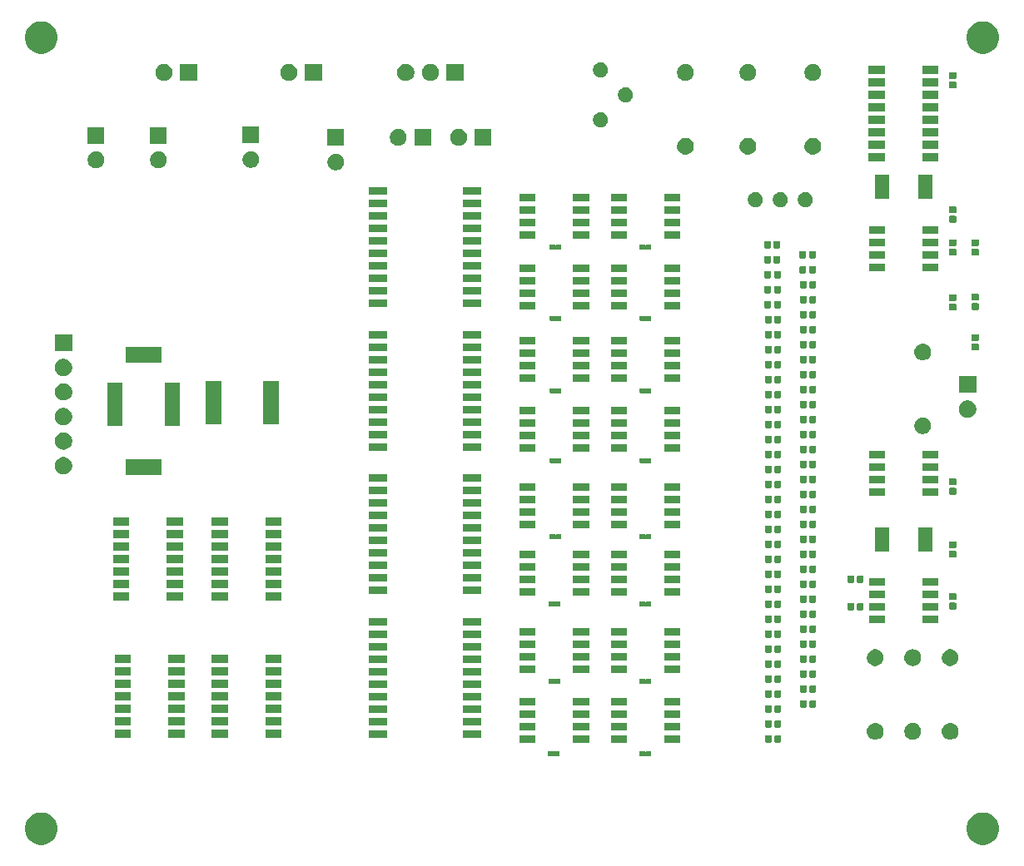
<source format=gts>
G04 #@! TF.GenerationSoftware,KiCad,Pcbnew,(5.0.2)-1*
G04 #@! TF.CreationDate,2019-07-09T23:38:42+09:00*
G04 #@! TF.ProjectId,R2-R,52322d52-2e6b-4696-9361-645f70636258,rev?*
G04 #@! TF.SameCoordinates,PX3c8eee0PY21e9a40*
G04 #@! TF.FileFunction,Soldermask,Top*
G04 #@! TF.FilePolarity,Negative*
%FSLAX46Y46*%
G04 Gerber Fmt 4.6, Leading zero omitted, Abs format (unit mm)*
G04 Created by KiCad (PCBNEW (5.0.2)-1) date 2019/07/09 23:38:42*
%MOMM*%
%LPD*%
G01*
G04 APERTURE LIST*
%ADD10C,0.100000*%
G04 APERTURE END LIST*
D10*
G36*
X98419256Y-81195298D02*
X98525579Y-81216447D01*
X98826042Y-81340903D01*
X99092852Y-81519180D01*
X99096454Y-81521587D01*
X99326413Y-81751546D01*
X99507098Y-82021960D01*
X99631553Y-82322422D01*
X99695000Y-82641389D01*
X99695000Y-82966611D01*
X99631553Y-83285578D01*
X99507098Y-83586040D01*
X99326413Y-83856454D01*
X99096454Y-84086413D01*
X99096451Y-84086415D01*
X98826042Y-84267097D01*
X98525579Y-84391553D01*
X98419256Y-84412702D01*
X98206611Y-84455000D01*
X97881389Y-84455000D01*
X97668744Y-84412702D01*
X97562421Y-84391553D01*
X97261958Y-84267097D01*
X96991549Y-84086415D01*
X96991546Y-84086413D01*
X96761587Y-83856454D01*
X96580902Y-83586040D01*
X96456447Y-83285578D01*
X96393000Y-82966611D01*
X96393000Y-82641389D01*
X96456447Y-82322422D01*
X96580902Y-82021960D01*
X96761587Y-81751546D01*
X96991546Y-81521587D01*
X96995148Y-81519180D01*
X97261958Y-81340903D01*
X97562421Y-81216447D01*
X97668744Y-81195298D01*
X97881389Y-81153000D01*
X98206611Y-81153000D01*
X98419256Y-81195298D01*
X98419256Y-81195298D01*
G37*
G36*
X2661256Y-81195298D02*
X2767579Y-81216447D01*
X3068042Y-81340903D01*
X3334852Y-81519180D01*
X3338454Y-81521587D01*
X3568413Y-81751546D01*
X3749098Y-82021960D01*
X3873553Y-82322422D01*
X3937000Y-82641389D01*
X3937000Y-82966611D01*
X3873553Y-83285578D01*
X3749098Y-83586040D01*
X3568413Y-83856454D01*
X3338454Y-84086413D01*
X3338451Y-84086415D01*
X3068042Y-84267097D01*
X2767579Y-84391553D01*
X2661256Y-84412702D01*
X2448611Y-84455000D01*
X2123389Y-84455000D01*
X1910744Y-84412702D01*
X1804421Y-84391553D01*
X1503958Y-84267097D01*
X1233549Y-84086415D01*
X1233546Y-84086413D01*
X1003587Y-83856454D01*
X822902Y-83586040D01*
X698447Y-83285578D01*
X635000Y-82966611D01*
X635000Y-82641389D01*
X698447Y-82322422D01*
X822902Y-82021960D01*
X1003587Y-81751546D01*
X1233546Y-81521587D01*
X1237148Y-81519180D01*
X1503958Y-81340903D01*
X1804421Y-81216447D01*
X1910744Y-81195298D01*
X2123389Y-81153000D01*
X2448611Y-81153000D01*
X2661256Y-81195298D01*
X2661256Y-81195298D01*
G37*
G36*
X63664170Y-74934803D02*
X63675875Y-74938354D01*
X63695076Y-74948617D01*
X63717715Y-74957994D01*
X63741749Y-74962774D01*
X63766253Y-74962774D01*
X63790286Y-74957993D01*
X63812924Y-74948617D01*
X63832125Y-74938354D01*
X63843830Y-74934803D01*
X63862138Y-74933000D01*
X64285862Y-74933000D01*
X64304170Y-74934803D01*
X64315879Y-74938355D01*
X64326662Y-74944119D01*
X64336120Y-74951880D01*
X64343881Y-74961338D01*
X64349645Y-74972121D01*
X64353197Y-74983830D01*
X64355000Y-75002138D01*
X64355000Y-75365862D01*
X64353197Y-75384170D01*
X64349645Y-75395879D01*
X64343881Y-75406662D01*
X64336120Y-75416120D01*
X64326662Y-75423881D01*
X64315879Y-75429645D01*
X64304170Y-75433197D01*
X64285862Y-75435000D01*
X63862138Y-75435000D01*
X63843830Y-75433197D01*
X63832125Y-75429646D01*
X63812924Y-75419383D01*
X63790285Y-75410006D01*
X63766251Y-75405226D01*
X63741747Y-75405226D01*
X63717714Y-75410007D01*
X63695076Y-75419383D01*
X63675875Y-75429646D01*
X63664170Y-75433197D01*
X63645862Y-75435000D01*
X63222138Y-75435000D01*
X63203830Y-75433197D01*
X63192121Y-75429645D01*
X63181338Y-75423881D01*
X63171880Y-75416120D01*
X63164119Y-75406662D01*
X63158355Y-75395879D01*
X63154803Y-75384170D01*
X63153000Y-75365862D01*
X63153000Y-75002138D01*
X63154803Y-74983830D01*
X63158355Y-74972121D01*
X63164119Y-74961338D01*
X63171880Y-74951880D01*
X63181338Y-74944119D01*
X63192121Y-74938355D01*
X63203830Y-74934803D01*
X63222138Y-74933000D01*
X63645862Y-74933000D01*
X63664170Y-74934803D01*
X63664170Y-74934803D01*
G37*
G36*
X54327170Y-74934803D02*
X54338875Y-74938354D01*
X54358076Y-74948617D01*
X54380715Y-74957994D01*
X54404749Y-74962774D01*
X54429253Y-74962774D01*
X54453286Y-74957993D01*
X54475924Y-74948617D01*
X54495125Y-74938354D01*
X54506830Y-74934803D01*
X54525138Y-74933000D01*
X54948862Y-74933000D01*
X54967170Y-74934803D01*
X54978879Y-74938355D01*
X54989662Y-74944119D01*
X54999120Y-74951880D01*
X55006881Y-74961338D01*
X55012645Y-74972121D01*
X55016197Y-74983830D01*
X55018000Y-75002138D01*
X55018000Y-75365862D01*
X55016197Y-75384170D01*
X55012645Y-75395879D01*
X55006881Y-75406662D01*
X54999120Y-75416120D01*
X54989662Y-75423881D01*
X54978879Y-75429645D01*
X54967170Y-75433197D01*
X54948862Y-75435000D01*
X54525138Y-75435000D01*
X54506830Y-75433197D01*
X54495125Y-75429646D01*
X54475924Y-75419383D01*
X54453285Y-75410006D01*
X54429251Y-75405226D01*
X54404747Y-75405226D01*
X54380714Y-75410007D01*
X54358076Y-75419383D01*
X54338875Y-75429646D01*
X54327170Y-75433197D01*
X54308862Y-75435000D01*
X53885138Y-75435000D01*
X53866830Y-75433197D01*
X53855121Y-75429645D01*
X53844338Y-75423881D01*
X53834880Y-75416120D01*
X53827119Y-75406662D01*
X53821355Y-75395879D01*
X53817803Y-75384170D01*
X53816000Y-75365862D01*
X53816000Y-75002138D01*
X53817803Y-74983830D01*
X53821355Y-74972121D01*
X53827119Y-74961338D01*
X53834880Y-74951880D01*
X53844338Y-74944119D01*
X53855121Y-74938355D01*
X53866830Y-74934803D01*
X53885138Y-74933000D01*
X54308862Y-74933000D01*
X54327170Y-74934803D01*
X54327170Y-74934803D01*
G37*
G36*
X61855500Y-74036000D02*
X60228500Y-74036000D01*
X60228500Y-73284000D01*
X61855500Y-73284000D01*
X61855500Y-74036000D01*
X61855500Y-74036000D01*
G37*
G36*
X67279500Y-74036000D02*
X65652500Y-74036000D01*
X65652500Y-73284000D01*
X67279500Y-73284000D01*
X67279500Y-74036000D01*
X67279500Y-74036000D01*
G37*
G36*
X52584500Y-74036000D02*
X50957500Y-74036000D01*
X50957500Y-73284000D01*
X52584500Y-73284000D01*
X52584500Y-74036000D01*
X52584500Y-74036000D01*
G37*
G36*
X58008500Y-74036000D02*
X56381500Y-74036000D01*
X56381500Y-73284000D01*
X58008500Y-73284000D01*
X58008500Y-74036000D01*
X58008500Y-74036000D01*
G37*
G36*
X77472938Y-73291716D02*
X77493556Y-73297970D01*
X77512556Y-73308126D01*
X77529208Y-73321792D01*
X77542874Y-73338444D01*
X77553030Y-73357444D01*
X77559284Y-73378062D01*
X77562000Y-73405640D01*
X77562000Y-73914360D01*
X77559284Y-73941938D01*
X77553030Y-73962556D01*
X77542874Y-73981556D01*
X77529208Y-73998208D01*
X77512556Y-74011874D01*
X77493556Y-74022030D01*
X77472938Y-74028284D01*
X77445360Y-74031000D01*
X76986640Y-74031000D01*
X76959062Y-74028284D01*
X76938444Y-74022030D01*
X76919444Y-74011874D01*
X76902792Y-73998208D01*
X76889126Y-73981556D01*
X76878970Y-73962556D01*
X76872716Y-73941938D01*
X76870000Y-73914360D01*
X76870000Y-73405640D01*
X76872716Y-73378062D01*
X76878970Y-73357444D01*
X76889126Y-73338444D01*
X76902792Y-73321792D01*
X76919444Y-73308126D01*
X76938444Y-73297970D01*
X76959062Y-73291716D01*
X76986640Y-73289000D01*
X77445360Y-73289000D01*
X77472938Y-73291716D01*
X77472938Y-73291716D01*
G37*
G36*
X76502938Y-73291716D02*
X76523556Y-73297970D01*
X76542556Y-73308126D01*
X76559208Y-73321792D01*
X76572874Y-73338444D01*
X76583030Y-73357444D01*
X76589284Y-73378062D01*
X76592000Y-73405640D01*
X76592000Y-73914360D01*
X76589284Y-73941938D01*
X76583030Y-73962556D01*
X76572874Y-73981556D01*
X76559208Y-73998208D01*
X76542556Y-74011874D01*
X76523556Y-74022030D01*
X76502938Y-74028284D01*
X76475360Y-74031000D01*
X76016640Y-74031000D01*
X75989062Y-74028284D01*
X75968444Y-74022030D01*
X75949444Y-74011874D01*
X75932792Y-73998208D01*
X75919126Y-73981556D01*
X75908970Y-73962556D01*
X75902716Y-73941938D01*
X75900000Y-73914360D01*
X75900000Y-73405640D01*
X75902716Y-73378062D01*
X75908970Y-73357444D01*
X75919126Y-73338444D01*
X75932792Y-73321792D01*
X75949444Y-73308126D01*
X75968444Y-73297970D01*
X75989062Y-73291716D01*
X76016640Y-73289000D01*
X76475360Y-73289000D01*
X76502938Y-73291716D01*
X76502938Y-73291716D01*
G37*
G36*
X91180228Y-72079703D02*
X91335100Y-72143853D01*
X91474481Y-72236985D01*
X91593015Y-72355519D01*
X91686147Y-72494900D01*
X91750297Y-72649772D01*
X91783000Y-72814184D01*
X91783000Y-72981816D01*
X91750297Y-73146228D01*
X91686147Y-73301100D01*
X91593015Y-73440481D01*
X91474481Y-73559015D01*
X91335100Y-73652147D01*
X91180228Y-73716297D01*
X91015816Y-73749000D01*
X90848184Y-73749000D01*
X90683772Y-73716297D01*
X90528900Y-73652147D01*
X90389519Y-73559015D01*
X90270985Y-73440481D01*
X90177853Y-73301100D01*
X90113703Y-73146228D01*
X90081000Y-72981816D01*
X90081000Y-72814184D01*
X90113703Y-72649772D01*
X90177853Y-72494900D01*
X90270985Y-72355519D01*
X90389519Y-72236985D01*
X90528900Y-72143853D01*
X90683772Y-72079703D01*
X90848184Y-72047000D01*
X91015816Y-72047000D01*
X91180228Y-72079703D01*
X91180228Y-72079703D01*
G37*
G36*
X87288821Y-72059313D02*
X87288824Y-72059314D01*
X87288825Y-72059314D01*
X87449239Y-72107975D01*
X87449241Y-72107976D01*
X87449244Y-72107977D01*
X87597078Y-72186995D01*
X87726659Y-72293341D01*
X87833005Y-72422922D01*
X87912023Y-72570756D01*
X87912024Y-72570759D01*
X87912025Y-72570761D01*
X87960686Y-72731175D01*
X87960687Y-72731179D01*
X87977117Y-72898000D01*
X87960687Y-73064821D01*
X87960686Y-73064824D01*
X87960686Y-73064825D01*
X87935993Y-73146228D01*
X87912023Y-73225244D01*
X87833005Y-73373078D01*
X87726659Y-73502659D01*
X87597078Y-73609005D01*
X87449244Y-73688023D01*
X87449241Y-73688024D01*
X87449239Y-73688025D01*
X87288825Y-73736686D01*
X87288824Y-73736686D01*
X87288821Y-73736687D01*
X87163804Y-73749000D01*
X87080196Y-73749000D01*
X86955179Y-73736687D01*
X86955176Y-73736686D01*
X86955175Y-73736686D01*
X86794761Y-73688025D01*
X86794759Y-73688024D01*
X86794756Y-73688023D01*
X86646922Y-73609005D01*
X86517341Y-73502659D01*
X86410995Y-73373078D01*
X86331977Y-73225244D01*
X86308008Y-73146228D01*
X86283314Y-73064825D01*
X86283314Y-73064824D01*
X86283313Y-73064821D01*
X86266883Y-72898000D01*
X86283313Y-72731179D01*
X86283314Y-72731175D01*
X86331975Y-72570761D01*
X86331976Y-72570759D01*
X86331977Y-72570756D01*
X86410995Y-72422922D01*
X86517341Y-72293341D01*
X86646922Y-72186995D01*
X86794756Y-72107977D01*
X86794759Y-72107976D01*
X86794761Y-72107975D01*
X86955175Y-72059314D01*
X86955176Y-72059314D01*
X86955179Y-72059313D01*
X87080196Y-72047000D01*
X87163804Y-72047000D01*
X87288821Y-72059313D01*
X87288821Y-72059313D01*
G37*
G36*
X94908821Y-72059313D02*
X94908824Y-72059314D01*
X94908825Y-72059314D01*
X95069239Y-72107975D01*
X95069241Y-72107976D01*
X95069244Y-72107977D01*
X95217078Y-72186995D01*
X95346659Y-72293341D01*
X95453005Y-72422922D01*
X95532023Y-72570756D01*
X95532024Y-72570759D01*
X95532025Y-72570761D01*
X95580686Y-72731175D01*
X95580687Y-72731179D01*
X95597117Y-72898000D01*
X95580687Y-73064821D01*
X95580686Y-73064824D01*
X95580686Y-73064825D01*
X95555993Y-73146228D01*
X95532023Y-73225244D01*
X95453005Y-73373078D01*
X95346659Y-73502659D01*
X95217078Y-73609005D01*
X95069244Y-73688023D01*
X95069241Y-73688024D01*
X95069239Y-73688025D01*
X94908825Y-73736686D01*
X94908824Y-73736686D01*
X94908821Y-73736687D01*
X94783804Y-73749000D01*
X94700196Y-73749000D01*
X94575179Y-73736687D01*
X94575176Y-73736686D01*
X94575175Y-73736686D01*
X94414761Y-73688025D01*
X94414759Y-73688024D01*
X94414756Y-73688023D01*
X94266922Y-73609005D01*
X94137341Y-73502659D01*
X94030995Y-73373078D01*
X93951977Y-73225244D01*
X93928008Y-73146228D01*
X93903314Y-73064825D01*
X93903314Y-73064824D01*
X93903313Y-73064821D01*
X93886883Y-72898000D01*
X93903313Y-72731179D01*
X93903314Y-72731175D01*
X93951975Y-72570761D01*
X93951976Y-72570759D01*
X93951977Y-72570756D01*
X94030995Y-72422922D01*
X94137341Y-72293341D01*
X94266922Y-72186995D01*
X94414756Y-72107977D01*
X94414759Y-72107976D01*
X94414761Y-72107975D01*
X94575175Y-72059314D01*
X94575176Y-72059314D01*
X94575179Y-72059313D01*
X94700196Y-72047000D01*
X94783804Y-72047000D01*
X94908821Y-72059313D01*
X94908821Y-72059313D01*
G37*
G36*
X11436000Y-73553000D02*
X9784000Y-73553000D01*
X9784000Y-72751000D01*
X11436000Y-72751000D01*
X11436000Y-73553000D01*
X11436000Y-73553000D01*
G37*
G36*
X21284000Y-73553000D02*
X19632000Y-73553000D01*
X19632000Y-72751000D01*
X21284000Y-72751000D01*
X21284000Y-73553000D01*
X21284000Y-73553000D01*
G37*
G36*
X16886000Y-73553000D02*
X15234000Y-73553000D01*
X15234000Y-72751000D01*
X16886000Y-72751000D01*
X16886000Y-73553000D01*
X16886000Y-73553000D01*
G37*
G36*
X26734000Y-73553000D02*
X25082000Y-73553000D01*
X25082000Y-72751000D01*
X26734000Y-72751000D01*
X26734000Y-73553000D01*
X26734000Y-73553000D01*
G37*
G36*
X37502000Y-73528000D02*
X35650000Y-73528000D01*
X35650000Y-72776000D01*
X37502000Y-72776000D01*
X37502000Y-73528000D01*
X37502000Y-73528000D01*
G37*
G36*
X47052000Y-73528000D02*
X45200000Y-73528000D01*
X45200000Y-72776000D01*
X47052000Y-72776000D01*
X47052000Y-73528000D01*
X47052000Y-73528000D01*
G37*
G36*
X52584500Y-72766000D02*
X50957500Y-72766000D01*
X50957500Y-72014000D01*
X52584500Y-72014000D01*
X52584500Y-72766000D01*
X52584500Y-72766000D01*
G37*
G36*
X61855500Y-72766000D02*
X60228500Y-72766000D01*
X60228500Y-72014000D01*
X61855500Y-72014000D01*
X61855500Y-72766000D01*
X61855500Y-72766000D01*
G37*
G36*
X67279500Y-72766000D02*
X65652500Y-72766000D01*
X65652500Y-72014000D01*
X67279500Y-72014000D01*
X67279500Y-72766000D01*
X67279500Y-72766000D01*
G37*
G36*
X58008500Y-72766000D02*
X56381500Y-72766000D01*
X56381500Y-72014000D01*
X58008500Y-72014000D01*
X58008500Y-72766000D01*
X58008500Y-72766000D01*
G37*
G36*
X77472938Y-71767716D02*
X77493556Y-71773970D01*
X77512556Y-71784126D01*
X77529208Y-71797792D01*
X77542874Y-71814444D01*
X77553030Y-71833444D01*
X77559284Y-71854062D01*
X77562000Y-71881640D01*
X77562000Y-72390360D01*
X77559284Y-72417938D01*
X77553030Y-72438556D01*
X77542874Y-72457556D01*
X77529208Y-72474208D01*
X77512556Y-72487874D01*
X77493556Y-72498030D01*
X77472938Y-72504284D01*
X77445360Y-72507000D01*
X76986640Y-72507000D01*
X76959062Y-72504284D01*
X76938444Y-72498030D01*
X76919444Y-72487874D01*
X76902792Y-72474208D01*
X76889126Y-72457556D01*
X76878970Y-72438556D01*
X76872716Y-72417938D01*
X76870000Y-72390360D01*
X76870000Y-71881640D01*
X76872716Y-71854062D01*
X76878970Y-71833444D01*
X76889126Y-71814444D01*
X76902792Y-71797792D01*
X76919444Y-71784126D01*
X76938444Y-71773970D01*
X76959062Y-71767716D01*
X76986640Y-71765000D01*
X77445360Y-71765000D01*
X77472938Y-71767716D01*
X77472938Y-71767716D01*
G37*
G36*
X76502938Y-71767716D02*
X76523556Y-71773970D01*
X76542556Y-71784126D01*
X76559208Y-71797792D01*
X76572874Y-71814444D01*
X76583030Y-71833444D01*
X76589284Y-71854062D01*
X76592000Y-71881640D01*
X76592000Y-72390360D01*
X76589284Y-72417938D01*
X76583030Y-72438556D01*
X76572874Y-72457556D01*
X76559208Y-72474208D01*
X76542556Y-72487874D01*
X76523556Y-72498030D01*
X76502938Y-72504284D01*
X76475360Y-72507000D01*
X76016640Y-72507000D01*
X75989062Y-72504284D01*
X75968444Y-72498030D01*
X75949444Y-72487874D01*
X75932792Y-72474208D01*
X75919126Y-72457556D01*
X75908970Y-72438556D01*
X75902716Y-72417938D01*
X75900000Y-72390360D01*
X75900000Y-71881640D01*
X75902716Y-71854062D01*
X75908970Y-71833444D01*
X75919126Y-71814444D01*
X75932792Y-71797792D01*
X75949444Y-71784126D01*
X75968444Y-71773970D01*
X75989062Y-71767716D01*
X76016640Y-71765000D01*
X76475360Y-71765000D01*
X76502938Y-71767716D01*
X76502938Y-71767716D01*
G37*
G36*
X26734000Y-72283000D02*
X25082000Y-72283000D01*
X25082000Y-71481000D01*
X26734000Y-71481000D01*
X26734000Y-72283000D01*
X26734000Y-72283000D01*
G37*
G36*
X11436000Y-72283000D02*
X9784000Y-72283000D01*
X9784000Y-71481000D01*
X11436000Y-71481000D01*
X11436000Y-72283000D01*
X11436000Y-72283000D01*
G37*
G36*
X16886000Y-72283000D02*
X15234000Y-72283000D01*
X15234000Y-71481000D01*
X16886000Y-71481000D01*
X16886000Y-72283000D01*
X16886000Y-72283000D01*
G37*
G36*
X21284000Y-72283000D02*
X19632000Y-72283000D01*
X19632000Y-71481000D01*
X21284000Y-71481000D01*
X21284000Y-72283000D01*
X21284000Y-72283000D01*
G37*
G36*
X47052000Y-72258000D02*
X45200000Y-72258000D01*
X45200000Y-71506000D01*
X47052000Y-71506000D01*
X47052000Y-72258000D01*
X47052000Y-72258000D01*
G37*
G36*
X37502000Y-72258000D02*
X35650000Y-72258000D01*
X35650000Y-71506000D01*
X37502000Y-71506000D01*
X37502000Y-72258000D01*
X37502000Y-72258000D01*
G37*
G36*
X52584500Y-71496000D02*
X50957500Y-71496000D01*
X50957500Y-70744000D01*
X52584500Y-70744000D01*
X52584500Y-71496000D01*
X52584500Y-71496000D01*
G37*
G36*
X58008500Y-71496000D02*
X56381500Y-71496000D01*
X56381500Y-70744000D01*
X58008500Y-70744000D01*
X58008500Y-71496000D01*
X58008500Y-71496000D01*
G37*
G36*
X61855500Y-71496000D02*
X60228500Y-71496000D01*
X60228500Y-70744000D01*
X61855500Y-70744000D01*
X61855500Y-71496000D01*
X61855500Y-71496000D01*
G37*
G36*
X67279500Y-71496000D02*
X65652500Y-71496000D01*
X65652500Y-70744000D01*
X67279500Y-70744000D01*
X67279500Y-71496000D01*
X67279500Y-71496000D01*
G37*
G36*
X26734000Y-71013000D02*
X25082000Y-71013000D01*
X25082000Y-70211000D01*
X26734000Y-70211000D01*
X26734000Y-71013000D01*
X26734000Y-71013000D01*
G37*
G36*
X21284000Y-71013000D02*
X19632000Y-71013000D01*
X19632000Y-70211000D01*
X21284000Y-70211000D01*
X21284000Y-71013000D01*
X21284000Y-71013000D01*
G37*
G36*
X16886000Y-71013000D02*
X15234000Y-71013000D01*
X15234000Y-70211000D01*
X16886000Y-70211000D01*
X16886000Y-71013000D01*
X16886000Y-71013000D01*
G37*
G36*
X11436000Y-71013000D02*
X9784000Y-71013000D01*
X9784000Y-70211000D01*
X11436000Y-70211000D01*
X11436000Y-71013000D01*
X11436000Y-71013000D01*
G37*
G36*
X47052000Y-70988000D02*
X45200000Y-70988000D01*
X45200000Y-70236000D01*
X47052000Y-70236000D01*
X47052000Y-70988000D01*
X47052000Y-70988000D01*
G37*
G36*
X37502000Y-70988000D02*
X35650000Y-70988000D01*
X35650000Y-70236000D01*
X37502000Y-70236000D01*
X37502000Y-70988000D01*
X37502000Y-70988000D01*
G37*
G36*
X76502938Y-70243716D02*
X76523556Y-70249970D01*
X76542556Y-70260126D01*
X76559208Y-70273792D01*
X76572874Y-70290444D01*
X76583030Y-70309444D01*
X76589284Y-70330062D01*
X76592000Y-70357640D01*
X76592000Y-70866360D01*
X76589284Y-70893938D01*
X76583030Y-70914556D01*
X76572874Y-70933556D01*
X76559208Y-70950208D01*
X76542556Y-70963874D01*
X76523556Y-70974030D01*
X76502938Y-70980284D01*
X76475360Y-70983000D01*
X76016640Y-70983000D01*
X75989062Y-70980284D01*
X75968444Y-70974030D01*
X75949444Y-70963874D01*
X75932792Y-70950208D01*
X75919126Y-70933556D01*
X75908970Y-70914556D01*
X75902716Y-70893938D01*
X75900000Y-70866360D01*
X75900000Y-70357640D01*
X75902716Y-70330062D01*
X75908970Y-70309444D01*
X75919126Y-70290444D01*
X75932792Y-70273792D01*
X75949444Y-70260126D01*
X75968444Y-70249970D01*
X75989062Y-70243716D01*
X76016640Y-70241000D01*
X76475360Y-70241000D01*
X76502938Y-70243716D01*
X76502938Y-70243716D01*
G37*
G36*
X77472938Y-70243716D02*
X77493556Y-70249970D01*
X77512556Y-70260126D01*
X77529208Y-70273792D01*
X77542874Y-70290444D01*
X77553030Y-70309444D01*
X77559284Y-70330062D01*
X77562000Y-70357640D01*
X77562000Y-70866360D01*
X77559284Y-70893938D01*
X77553030Y-70914556D01*
X77542874Y-70933556D01*
X77529208Y-70950208D01*
X77512556Y-70963874D01*
X77493556Y-70974030D01*
X77472938Y-70980284D01*
X77445360Y-70983000D01*
X76986640Y-70983000D01*
X76959062Y-70980284D01*
X76938444Y-70974030D01*
X76919444Y-70963874D01*
X76902792Y-70950208D01*
X76889126Y-70933556D01*
X76878970Y-70914556D01*
X76872716Y-70893938D01*
X76870000Y-70866360D01*
X76870000Y-70357640D01*
X76872716Y-70330062D01*
X76878970Y-70309444D01*
X76889126Y-70290444D01*
X76902792Y-70273792D01*
X76919444Y-70260126D01*
X76938444Y-70249970D01*
X76959062Y-70243716D01*
X76986640Y-70241000D01*
X77445360Y-70241000D01*
X77472938Y-70243716D01*
X77472938Y-70243716D01*
G37*
G36*
X81028938Y-69735716D02*
X81049556Y-69741970D01*
X81068556Y-69752126D01*
X81085208Y-69765792D01*
X81098874Y-69782444D01*
X81109030Y-69801444D01*
X81115284Y-69822062D01*
X81118000Y-69849640D01*
X81118000Y-70358360D01*
X81115284Y-70385938D01*
X81109030Y-70406556D01*
X81098874Y-70425556D01*
X81085208Y-70442208D01*
X81068556Y-70455874D01*
X81049556Y-70466030D01*
X81028938Y-70472284D01*
X81001360Y-70475000D01*
X80542640Y-70475000D01*
X80515062Y-70472284D01*
X80494444Y-70466030D01*
X80475444Y-70455874D01*
X80458792Y-70442208D01*
X80445126Y-70425556D01*
X80434970Y-70406556D01*
X80428716Y-70385938D01*
X80426000Y-70358360D01*
X80426000Y-69849640D01*
X80428716Y-69822062D01*
X80434970Y-69801444D01*
X80445126Y-69782444D01*
X80458792Y-69765792D01*
X80475444Y-69752126D01*
X80494444Y-69741970D01*
X80515062Y-69735716D01*
X80542640Y-69733000D01*
X81001360Y-69733000D01*
X81028938Y-69735716D01*
X81028938Y-69735716D01*
G37*
G36*
X80058938Y-69735716D02*
X80079556Y-69741970D01*
X80098556Y-69752126D01*
X80115208Y-69765792D01*
X80128874Y-69782444D01*
X80139030Y-69801444D01*
X80145284Y-69822062D01*
X80148000Y-69849640D01*
X80148000Y-70358360D01*
X80145284Y-70385938D01*
X80139030Y-70406556D01*
X80128874Y-70425556D01*
X80115208Y-70442208D01*
X80098556Y-70455874D01*
X80079556Y-70466030D01*
X80058938Y-70472284D01*
X80031360Y-70475000D01*
X79572640Y-70475000D01*
X79545062Y-70472284D01*
X79524444Y-70466030D01*
X79505444Y-70455874D01*
X79488792Y-70442208D01*
X79475126Y-70425556D01*
X79464970Y-70406556D01*
X79458716Y-70385938D01*
X79456000Y-70358360D01*
X79456000Y-69849640D01*
X79458716Y-69822062D01*
X79464970Y-69801444D01*
X79475126Y-69782444D01*
X79488792Y-69765792D01*
X79505444Y-69752126D01*
X79524444Y-69741970D01*
X79545062Y-69735716D01*
X79572640Y-69733000D01*
X80031360Y-69733000D01*
X80058938Y-69735716D01*
X80058938Y-69735716D01*
G37*
G36*
X67279500Y-70226000D02*
X65652500Y-70226000D01*
X65652500Y-69474000D01*
X67279500Y-69474000D01*
X67279500Y-70226000D01*
X67279500Y-70226000D01*
G37*
G36*
X61855500Y-70226000D02*
X60228500Y-70226000D01*
X60228500Y-69474000D01*
X61855500Y-69474000D01*
X61855500Y-70226000D01*
X61855500Y-70226000D01*
G37*
G36*
X52584500Y-70226000D02*
X50957500Y-70226000D01*
X50957500Y-69474000D01*
X52584500Y-69474000D01*
X52584500Y-70226000D01*
X52584500Y-70226000D01*
G37*
G36*
X58008500Y-70226000D02*
X56381500Y-70226000D01*
X56381500Y-69474000D01*
X58008500Y-69474000D01*
X58008500Y-70226000D01*
X58008500Y-70226000D01*
G37*
G36*
X21284000Y-69743000D02*
X19632000Y-69743000D01*
X19632000Y-68941000D01*
X21284000Y-68941000D01*
X21284000Y-69743000D01*
X21284000Y-69743000D01*
G37*
G36*
X26734000Y-69743000D02*
X25082000Y-69743000D01*
X25082000Y-68941000D01*
X26734000Y-68941000D01*
X26734000Y-69743000D01*
X26734000Y-69743000D01*
G37*
G36*
X11436000Y-69743000D02*
X9784000Y-69743000D01*
X9784000Y-68941000D01*
X11436000Y-68941000D01*
X11436000Y-69743000D01*
X11436000Y-69743000D01*
G37*
G36*
X16886000Y-69743000D02*
X15234000Y-69743000D01*
X15234000Y-68941000D01*
X16886000Y-68941000D01*
X16886000Y-69743000D01*
X16886000Y-69743000D01*
G37*
G36*
X47052000Y-69718000D02*
X45200000Y-69718000D01*
X45200000Y-68966000D01*
X47052000Y-68966000D01*
X47052000Y-69718000D01*
X47052000Y-69718000D01*
G37*
G36*
X37502000Y-69718000D02*
X35650000Y-69718000D01*
X35650000Y-68966000D01*
X37502000Y-68966000D01*
X37502000Y-69718000D01*
X37502000Y-69718000D01*
G37*
G36*
X77472938Y-68719716D02*
X77493556Y-68725970D01*
X77512556Y-68736126D01*
X77529208Y-68749792D01*
X77542874Y-68766444D01*
X77553030Y-68785444D01*
X77559284Y-68806062D01*
X77562000Y-68833640D01*
X77562000Y-69342360D01*
X77559284Y-69369938D01*
X77553030Y-69390556D01*
X77542874Y-69409556D01*
X77529208Y-69426208D01*
X77512556Y-69439874D01*
X77493556Y-69450030D01*
X77472938Y-69456284D01*
X77445360Y-69459000D01*
X76986640Y-69459000D01*
X76959062Y-69456284D01*
X76938444Y-69450030D01*
X76919444Y-69439874D01*
X76902792Y-69426208D01*
X76889126Y-69409556D01*
X76878970Y-69390556D01*
X76872716Y-69369938D01*
X76870000Y-69342360D01*
X76870000Y-68833640D01*
X76872716Y-68806062D01*
X76878970Y-68785444D01*
X76889126Y-68766444D01*
X76902792Y-68749792D01*
X76919444Y-68736126D01*
X76938444Y-68725970D01*
X76959062Y-68719716D01*
X76986640Y-68717000D01*
X77445360Y-68717000D01*
X77472938Y-68719716D01*
X77472938Y-68719716D01*
G37*
G36*
X76502938Y-68719716D02*
X76523556Y-68725970D01*
X76542556Y-68736126D01*
X76559208Y-68749792D01*
X76572874Y-68766444D01*
X76583030Y-68785444D01*
X76589284Y-68806062D01*
X76592000Y-68833640D01*
X76592000Y-69342360D01*
X76589284Y-69369938D01*
X76583030Y-69390556D01*
X76572874Y-69409556D01*
X76559208Y-69426208D01*
X76542556Y-69439874D01*
X76523556Y-69450030D01*
X76502938Y-69456284D01*
X76475360Y-69459000D01*
X76016640Y-69459000D01*
X75989062Y-69456284D01*
X75968444Y-69450030D01*
X75949444Y-69439874D01*
X75932792Y-69426208D01*
X75919126Y-69409556D01*
X75908970Y-69390556D01*
X75902716Y-69369938D01*
X75900000Y-69342360D01*
X75900000Y-68833640D01*
X75902716Y-68806062D01*
X75908970Y-68785444D01*
X75919126Y-68766444D01*
X75932792Y-68749792D01*
X75949444Y-68736126D01*
X75968444Y-68725970D01*
X75989062Y-68719716D01*
X76016640Y-68717000D01*
X76475360Y-68717000D01*
X76502938Y-68719716D01*
X76502938Y-68719716D01*
G37*
G36*
X81028938Y-68211716D02*
X81049556Y-68217970D01*
X81068556Y-68228126D01*
X81085208Y-68241792D01*
X81098874Y-68258444D01*
X81109030Y-68277444D01*
X81115284Y-68298062D01*
X81118000Y-68325640D01*
X81118000Y-68834360D01*
X81115284Y-68861938D01*
X81109030Y-68882556D01*
X81098874Y-68901556D01*
X81085208Y-68918208D01*
X81068556Y-68931874D01*
X81049556Y-68942030D01*
X81028938Y-68948284D01*
X81001360Y-68951000D01*
X80542640Y-68951000D01*
X80515062Y-68948284D01*
X80494444Y-68942030D01*
X80475444Y-68931874D01*
X80458792Y-68918208D01*
X80445126Y-68901556D01*
X80434970Y-68882556D01*
X80428716Y-68861938D01*
X80426000Y-68834360D01*
X80426000Y-68325640D01*
X80428716Y-68298062D01*
X80434970Y-68277444D01*
X80445126Y-68258444D01*
X80458792Y-68241792D01*
X80475444Y-68228126D01*
X80494444Y-68217970D01*
X80515062Y-68211716D01*
X80542640Y-68209000D01*
X81001360Y-68209000D01*
X81028938Y-68211716D01*
X81028938Y-68211716D01*
G37*
G36*
X80058938Y-68211716D02*
X80079556Y-68217970D01*
X80098556Y-68228126D01*
X80115208Y-68241792D01*
X80128874Y-68258444D01*
X80139030Y-68277444D01*
X80145284Y-68298062D01*
X80148000Y-68325640D01*
X80148000Y-68834360D01*
X80145284Y-68861938D01*
X80139030Y-68882556D01*
X80128874Y-68901556D01*
X80115208Y-68918208D01*
X80098556Y-68931874D01*
X80079556Y-68942030D01*
X80058938Y-68948284D01*
X80031360Y-68951000D01*
X79572640Y-68951000D01*
X79545062Y-68948284D01*
X79524444Y-68942030D01*
X79505444Y-68931874D01*
X79488792Y-68918208D01*
X79475126Y-68901556D01*
X79464970Y-68882556D01*
X79458716Y-68861938D01*
X79456000Y-68834360D01*
X79456000Y-68325640D01*
X79458716Y-68298062D01*
X79464970Y-68277444D01*
X79475126Y-68258444D01*
X79488792Y-68241792D01*
X79505444Y-68228126D01*
X79524444Y-68217970D01*
X79545062Y-68211716D01*
X79572640Y-68209000D01*
X80031360Y-68209000D01*
X80058938Y-68211716D01*
X80058938Y-68211716D01*
G37*
G36*
X16886000Y-68473000D02*
X15234000Y-68473000D01*
X15234000Y-67671000D01*
X16886000Y-67671000D01*
X16886000Y-68473000D01*
X16886000Y-68473000D01*
G37*
G36*
X21284000Y-68473000D02*
X19632000Y-68473000D01*
X19632000Y-67671000D01*
X21284000Y-67671000D01*
X21284000Y-68473000D01*
X21284000Y-68473000D01*
G37*
G36*
X26734000Y-68473000D02*
X25082000Y-68473000D01*
X25082000Y-67671000D01*
X26734000Y-67671000D01*
X26734000Y-68473000D01*
X26734000Y-68473000D01*
G37*
G36*
X11436000Y-68473000D02*
X9784000Y-68473000D01*
X9784000Y-67671000D01*
X11436000Y-67671000D01*
X11436000Y-68473000D01*
X11436000Y-68473000D01*
G37*
G36*
X47052000Y-68448000D02*
X45200000Y-68448000D01*
X45200000Y-67696000D01*
X47052000Y-67696000D01*
X47052000Y-68448000D01*
X47052000Y-68448000D01*
G37*
G36*
X37502000Y-68448000D02*
X35650000Y-68448000D01*
X35650000Y-67696000D01*
X37502000Y-67696000D01*
X37502000Y-68448000D01*
X37502000Y-68448000D01*
G37*
G36*
X54393170Y-67568803D02*
X54404875Y-67572354D01*
X54424076Y-67582617D01*
X54446715Y-67591994D01*
X54470749Y-67596774D01*
X54495253Y-67596774D01*
X54519286Y-67591993D01*
X54541924Y-67582617D01*
X54561125Y-67572354D01*
X54572830Y-67568803D01*
X54591138Y-67567000D01*
X55014862Y-67567000D01*
X55033170Y-67568803D01*
X55044879Y-67572355D01*
X55055662Y-67578119D01*
X55065120Y-67585880D01*
X55072881Y-67595338D01*
X55078645Y-67606121D01*
X55082197Y-67617830D01*
X55084000Y-67636138D01*
X55084000Y-67999862D01*
X55082197Y-68018170D01*
X55078645Y-68029879D01*
X55072881Y-68040662D01*
X55065120Y-68050120D01*
X55055662Y-68057881D01*
X55044879Y-68063645D01*
X55033170Y-68067197D01*
X55014862Y-68069000D01*
X54591138Y-68069000D01*
X54572830Y-68067197D01*
X54561125Y-68063646D01*
X54541924Y-68053383D01*
X54519285Y-68044006D01*
X54495251Y-68039226D01*
X54470747Y-68039226D01*
X54446714Y-68044007D01*
X54424076Y-68053383D01*
X54404875Y-68063646D01*
X54393170Y-68067197D01*
X54374862Y-68069000D01*
X53951138Y-68069000D01*
X53932830Y-68067197D01*
X53921121Y-68063645D01*
X53910338Y-68057881D01*
X53900880Y-68050120D01*
X53893119Y-68040662D01*
X53887355Y-68029879D01*
X53883803Y-68018170D01*
X53882000Y-67999862D01*
X53882000Y-67636138D01*
X53883803Y-67617830D01*
X53887355Y-67606121D01*
X53893119Y-67595338D01*
X53900880Y-67585880D01*
X53910338Y-67578119D01*
X53921121Y-67572355D01*
X53932830Y-67568803D01*
X53951138Y-67567000D01*
X54374862Y-67567000D01*
X54393170Y-67568803D01*
X54393170Y-67568803D01*
G37*
G36*
X63664170Y-67568803D02*
X63675875Y-67572354D01*
X63695076Y-67582617D01*
X63717715Y-67591994D01*
X63741749Y-67596774D01*
X63766253Y-67596774D01*
X63790286Y-67591993D01*
X63812924Y-67582617D01*
X63832125Y-67572354D01*
X63843830Y-67568803D01*
X63862138Y-67567000D01*
X64285862Y-67567000D01*
X64304170Y-67568803D01*
X64315879Y-67572355D01*
X64326662Y-67578119D01*
X64336120Y-67585880D01*
X64343881Y-67595338D01*
X64349645Y-67606121D01*
X64353197Y-67617830D01*
X64355000Y-67636138D01*
X64355000Y-67999862D01*
X64353197Y-68018170D01*
X64349645Y-68029879D01*
X64343881Y-68040662D01*
X64336120Y-68050120D01*
X64326662Y-68057881D01*
X64315879Y-68063645D01*
X64304170Y-68067197D01*
X64285862Y-68069000D01*
X63862138Y-68069000D01*
X63843830Y-68067197D01*
X63832125Y-68063646D01*
X63812924Y-68053383D01*
X63790285Y-68044006D01*
X63766251Y-68039226D01*
X63741747Y-68039226D01*
X63717714Y-68044007D01*
X63695076Y-68053383D01*
X63675875Y-68063646D01*
X63664170Y-68067197D01*
X63645862Y-68069000D01*
X63222138Y-68069000D01*
X63203830Y-68067197D01*
X63192121Y-68063645D01*
X63181338Y-68057881D01*
X63171880Y-68050120D01*
X63164119Y-68040662D01*
X63158355Y-68029879D01*
X63154803Y-68018170D01*
X63153000Y-67999862D01*
X63153000Y-67636138D01*
X63154803Y-67617830D01*
X63158355Y-67606121D01*
X63164119Y-67595338D01*
X63171880Y-67585880D01*
X63181338Y-67578119D01*
X63192121Y-67572355D01*
X63203830Y-67568803D01*
X63222138Y-67567000D01*
X63645862Y-67567000D01*
X63664170Y-67568803D01*
X63664170Y-67568803D01*
G37*
G36*
X77472938Y-67195716D02*
X77493556Y-67201970D01*
X77512556Y-67212126D01*
X77529208Y-67225792D01*
X77542874Y-67242444D01*
X77553030Y-67261444D01*
X77559284Y-67282062D01*
X77562000Y-67309640D01*
X77562000Y-67818360D01*
X77559284Y-67845938D01*
X77553030Y-67866556D01*
X77542874Y-67885556D01*
X77529208Y-67902208D01*
X77512556Y-67915874D01*
X77493556Y-67926030D01*
X77472938Y-67932284D01*
X77445360Y-67935000D01*
X76986640Y-67935000D01*
X76959062Y-67932284D01*
X76938444Y-67926030D01*
X76919444Y-67915874D01*
X76902792Y-67902208D01*
X76889126Y-67885556D01*
X76878970Y-67866556D01*
X76872716Y-67845938D01*
X76870000Y-67818360D01*
X76870000Y-67309640D01*
X76872716Y-67282062D01*
X76878970Y-67261444D01*
X76889126Y-67242444D01*
X76902792Y-67225792D01*
X76919444Y-67212126D01*
X76938444Y-67201970D01*
X76959062Y-67195716D01*
X76986640Y-67193000D01*
X77445360Y-67193000D01*
X77472938Y-67195716D01*
X77472938Y-67195716D01*
G37*
G36*
X76502938Y-67195716D02*
X76523556Y-67201970D01*
X76542556Y-67212126D01*
X76559208Y-67225792D01*
X76572874Y-67242444D01*
X76583030Y-67261444D01*
X76589284Y-67282062D01*
X76592000Y-67309640D01*
X76592000Y-67818360D01*
X76589284Y-67845938D01*
X76583030Y-67866556D01*
X76572874Y-67885556D01*
X76559208Y-67902208D01*
X76542556Y-67915874D01*
X76523556Y-67926030D01*
X76502938Y-67932284D01*
X76475360Y-67935000D01*
X76016640Y-67935000D01*
X75989062Y-67932284D01*
X75968444Y-67926030D01*
X75949444Y-67915874D01*
X75932792Y-67902208D01*
X75919126Y-67885556D01*
X75908970Y-67866556D01*
X75902716Y-67845938D01*
X75900000Y-67818360D01*
X75900000Y-67309640D01*
X75902716Y-67282062D01*
X75908970Y-67261444D01*
X75919126Y-67242444D01*
X75932792Y-67225792D01*
X75949444Y-67212126D01*
X75968444Y-67201970D01*
X75989062Y-67195716D01*
X76016640Y-67193000D01*
X76475360Y-67193000D01*
X76502938Y-67195716D01*
X76502938Y-67195716D01*
G37*
G36*
X81028938Y-66687716D02*
X81049556Y-66693970D01*
X81068556Y-66704126D01*
X81085208Y-66717792D01*
X81098874Y-66734444D01*
X81109030Y-66753444D01*
X81115284Y-66774062D01*
X81118000Y-66801640D01*
X81118000Y-67310360D01*
X81115284Y-67337938D01*
X81109030Y-67358556D01*
X81098874Y-67377556D01*
X81085208Y-67394208D01*
X81068556Y-67407874D01*
X81049556Y-67418030D01*
X81028938Y-67424284D01*
X81001360Y-67427000D01*
X80542640Y-67427000D01*
X80515062Y-67424284D01*
X80494444Y-67418030D01*
X80475444Y-67407874D01*
X80458792Y-67394208D01*
X80445126Y-67377556D01*
X80434970Y-67358556D01*
X80428716Y-67337938D01*
X80426000Y-67310360D01*
X80426000Y-66801640D01*
X80428716Y-66774062D01*
X80434970Y-66753444D01*
X80445126Y-66734444D01*
X80458792Y-66717792D01*
X80475444Y-66704126D01*
X80494444Y-66693970D01*
X80515062Y-66687716D01*
X80542640Y-66685000D01*
X81001360Y-66685000D01*
X81028938Y-66687716D01*
X81028938Y-66687716D01*
G37*
G36*
X80058938Y-66687716D02*
X80079556Y-66693970D01*
X80098556Y-66704126D01*
X80115208Y-66717792D01*
X80128874Y-66734444D01*
X80139030Y-66753444D01*
X80145284Y-66774062D01*
X80148000Y-66801640D01*
X80148000Y-67310360D01*
X80145284Y-67337938D01*
X80139030Y-67358556D01*
X80128874Y-67377556D01*
X80115208Y-67394208D01*
X80098556Y-67407874D01*
X80079556Y-67418030D01*
X80058938Y-67424284D01*
X80031360Y-67427000D01*
X79572640Y-67427000D01*
X79545062Y-67424284D01*
X79524444Y-67418030D01*
X79505444Y-67407874D01*
X79488792Y-67394208D01*
X79475126Y-67377556D01*
X79464970Y-67358556D01*
X79458716Y-67337938D01*
X79456000Y-67310360D01*
X79456000Y-66801640D01*
X79458716Y-66774062D01*
X79464970Y-66753444D01*
X79475126Y-66734444D01*
X79488792Y-66717792D01*
X79505444Y-66704126D01*
X79524444Y-66693970D01*
X79545062Y-66687716D01*
X79572640Y-66685000D01*
X80031360Y-66685000D01*
X80058938Y-66687716D01*
X80058938Y-66687716D01*
G37*
G36*
X26734000Y-67203000D02*
X25082000Y-67203000D01*
X25082000Y-66401000D01*
X26734000Y-66401000D01*
X26734000Y-67203000D01*
X26734000Y-67203000D01*
G37*
G36*
X11436000Y-67203000D02*
X9784000Y-67203000D01*
X9784000Y-66401000D01*
X11436000Y-66401000D01*
X11436000Y-67203000D01*
X11436000Y-67203000D01*
G37*
G36*
X21284000Y-67203000D02*
X19632000Y-67203000D01*
X19632000Y-66401000D01*
X21284000Y-66401000D01*
X21284000Y-67203000D01*
X21284000Y-67203000D01*
G37*
G36*
X16886000Y-67203000D02*
X15234000Y-67203000D01*
X15234000Y-66401000D01*
X16886000Y-66401000D01*
X16886000Y-67203000D01*
X16886000Y-67203000D01*
G37*
G36*
X47052000Y-67178000D02*
X45200000Y-67178000D01*
X45200000Y-66426000D01*
X47052000Y-66426000D01*
X47052000Y-67178000D01*
X47052000Y-67178000D01*
G37*
G36*
X37502000Y-67178000D02*
X35650000Y-67178000D01*
X35650000Y-66426000D01*
X37502000Y-66426000D01*
X37502000Y-67178000D01*
X37502000Y-67178000D01*
G37*
G36*
X58008500Y-66924000D02*
X56381500Y-66924000D01*
X56381500Y-66172000D01*
X58008500Y-66172000D01*
X58008500Y-66924000D01*
X58008500Y-66924000D01*
G37*
G36*
X67279500Y-66924000D02*
X65652500Y-66924000D01*
X65652500Y-66172000D01*
X67279500Y-66172000D01*
X67279500Y-66924000D01*
X67279500Y-66924000D01*
G37*
G36*
X61855500Y-66924000D02*
X60228500Y-66924000D01*
X60228500Y-66172000D01*
X61855500Y-66172000D01*
X61855500Y-66924000D01*
X61855500Y-66924000D01*
G37*
G36*
X52584500Y-66924000D02*
X50957500Y-66924000D01*
X50957500Y-66172000D01*
X52584500Y-66172000D01*
X52584500Y-66924000D01*
X52584500Y-66924000D01*
G37*
G36*
X77472938Y-65671716D02*
X77493556Y-65677970D01*
X77512556Y-65688126D01*
X77529208Y-65701792D01*
X77542874Y-65718444D01*
X77553030Y-65737444D01*
X77559284Y-65758062D01*
X77562000Y-65785640D01*
X77562000Y-66294360D01*
X77559284Y-66321938D01*
X77553030Y-66342556D01*
X77542874Y-66361556D01*
X77529208Y-66378208D01*
X77512556Y-66391874D01*
X77493556Y-66402030D01*
X77472938Y-66408284D01*
X77445360Y-66411000D01*
X76986640Y-66411000D01*
X76959062Y-66408284D01*
X76938444Y-66402030D01*
X76919444Y-66391874D01*
X76902792Y-66378208D01*
X76889126Y-66361556D01*
X76878970Y-66342556D01*
X76872716Y-66321938D01*
X76870000Y-66294360D01*
X76870000Y-65785640D01*
X76872716Y-65758062D01*
X76878970Y-65737444D01*
X76889126Y-65718444D01*
X76902792Y-65701792D01*
X76919444Y-65688126D01*
X76938444Y-65677970D01*
X76959062Y-65671716D01*
X76986640Y-65669000D01*
X77445360Y-65669000D01*
X77472938Y-65671716D01*
X77472938Y-65671716D01*
G37*
G36*
X76502938Y-65671716D02*
X76523556Y-65677970D01*
X76542556Y-65688126D01*
X76559208Y-65701792D01*
X76572874Y-65718444D01*
X76583030Y-65737444D01*
X76589284Y-65758062D01*
X76592000Y-65785640D01*
X76592000Y-66294360D01*
X76589284Y-66321938D01*
X76583030Y-66342556D01*
X76572874Y-66361556D01*
X76559208Y-66378208D01*
X76542556Y-66391874D01*
X76523556Y-66402030D01*
X76502938Y-66408284D01*
X76475360Y-66411000D01*
X76016640Y-66411000D01*
X75989062Y-66408284D01*
X75968444Y-66402030D01*
X75949444Y-66391874D01*
X75932792Y-66378208D01*
X75919126Y-66361556D01*
X75908970Y-66342556D01*
X75902716Y-66321938D01*
X75900000Y-66294360D01*
X75900000Y-65785640D01*
X75902716Y-65758062D01*
X75908970Y-65737444D01*
X75919126Y-65718444D01*
X75932792Y-65701792D01*
X75949444Y-65688126D01*
X75968444Y-65677970D01*
X75989062Y-65671716D01*
X76016640Y-65669000D01*
X76475360Y-65669000D01*
X76502938Y-65671716D01*
X76502938Y-65671716D01*
G37*
G36*
X87370228Y-64579703D02*
X87525100Y-64643853D01*
X87664481Y-64736985D01*
X87783015Y-64855519D01*
X87876147Y-64994900D01*
X87940297Y-65149772D01*
X87973000Y-65314184D01*
X87973000Y-65481816D01*
X87940297Y-65646228D01*
X87876147Y-65801100D01*
X87783015Y-65940481D01*
X87664481Y-66059015D01*
X87525100Y-66152147D01*
X87370228Y-66216297D01*
X87205816Y-66249000D01*
X87038184Y-66249000D01*
X86873772Y-66216297D01*
X86718900Y-66152147D01*
X86579519Y-66059015D01*
X86460985Y-65940481D01*
X86367853Y-65801100D01*
X86303703Y-65646228D01*
X86271000Y-65481816D01*
X86271000Y-65314184D01*
X86303703Y-65149772D01*
X86367853Y-64994900D01*
X86460985Y-64855519D01*
X86579519Y-64736985D01*
X86718900Y-64643853D01*
X86873772Y-64579703D01*
X87038184Y-64547000D01*
X87205816Y-64547000D01*
X87370228Y-64579703D01*
X87370228Y-64579703D01*
G37*
G36*
X94990228Y-64579703D02*
X95145100Y-64643853D01*
X95284481Y-64736985D01*
X95403015Y-64855519D01*
X95496147Y-64994900D01*
X95560297Y-65149772D01*
X95593000Y-65314184D01*
X95593000Y-65481816D01*
X95560297Y-65646228D01*
X95496147Y-65801100D01*
X95403015Y-65940481D01*
X95284481Y-66059015D01*
X95145100Y-66152147D01*
X94990228Y-66216297D01*
X94825816Y-66249000D01*
X94658184Y-66249000D01*
X94493772Y-66216297D01*
X94338900Y-66152147D01*
X94199519Y-66059015D01*
X94080985Y-65940481D01*
X93987853Y-65801100D01*
X93923703Y-65646228D01*
X93891000Y-65481816D01*
X93891000Y-65314184D01*
X93923703Y-65149772D01*
X93987853Y-64994900D01*
X94080985Y-64855519D01*
X94199519Y-64736985D01*
X94338900Y-64643853D01*
X94493772Y-64579703D01*
X94658184Y-64547000D01*
X94825816Y-64547000D01*
X94990228Y-64579703D01*
X94990228Y-64579703D01*
G37*
G36*
X91098821Y-64559313D02*
X91098824Y-64559314D01*
X91098825Y-64559314D01*
X91259239Y-64607975D01*
X91259241Y-64607976D01*
X91259244Y-64607977D01*
X91407078Y-64686995D01*
X91536659Y-64793341D01*
X91643005Y-64922922D01*
X91722023Y-65070756D01*
X91722024Y-65070759D01*
X91722025Y-65070761D01*
X91770161Y-65229444D01*
X91770687Y-65231179D01*
X91787117Y-65398000D01*
X91770687Y-65564821D01*
X91770686Y-65564824D01*
X91770686Y-65564825D01*
X91729138Y-65701792D01*
X91722023Y-65725244D01*
X91643005Y-65873078D01*
X91536659Y-66002659D01*
X91407078Y-66109005D01*
X91259244Y-66188023D01*
X91259241Y-66188024D01*
X91259239Y-66188025D01*
X91098825Y-66236686D01*
X91098824Y-66236686D01*
X91098821Y-66236687D01*
X90973804Y-66249000D01*
X90890196Y-66249000D01*
X90765179Y-66236687D01*
X90765176Y-66236686D01*
X90765175Y-66236686D01*
X90604761Y-66188025D01*
X90604759Y-66188024D01*
X90604756Y-66188023D01*
X90456922Y-66109005D01*
X90327341Y-66002659D01*
X90220995Y-65873078D01*
X90141977Y-65725244D01*
X90134863Y-65701792D01*
X90093314Y-65564825D01*
X90093314Y-65564824D01*
X90093313Y-65564821D01*
X90076883Y-65398000D01*
X90093313Y-65231179D01*
X90093839Y-65229444D01*
X90141975Y-65070761D01*
X90141976Y-65070759D01*
X90141977Y-65070756D01*
X90220995Y-64922922D01*
X90327341Y-64793341D01*
X90456922Y-64686995D01*
X90604756Y-64607977D01*
X90604759Y-64607976D01*
X90604761Y-64607975D01*
X90765175Y-64559314D01*
X90765176Y-64559314D01*
X90765179Y-64559313D01*
X90890196Y-64547000D01*
X90973804Y-64547000D01*
X91098821Y-64559313D01*
X91098821Y-64559313D01*
G37*
G36*
X11436000Y-65933000D02*
X9784000Y-65933000D01*
X9784000Y-65131000D01*
X11436000Y-65131000D01*
X11436000Y-65933000D01*
X11436000Y-65933000D01*
G37*
G36*
X26734000Y-65933000D02*
X25082000Y-65933000D01*
X25082000Y-65131000D01*
X26734000Y-65131000D01*
X26734000Y-65933000D01*
X26734000Y-65933000D01*
G37*
G36*
X21284000Y-65933000D02*
X19632000Y-65933000D01*
X19632000Y-65131000D01*
X21284000Y-65131000D01*
X21284000Y-65933000D01*
X21284000Y-65933000D01*
G37*
G36*
X16886000Y-65933000D02*
X15234000Y-65933000D01*
X15234000Y-65131000D01*
X16886000Y-65131000D01*
X16886000Y-65933000D01*
X16886000Y-65933000D01*
G37*
G36*
X37502000Y-65908000D02*
X35650000Y-65908000D01*
X35650000Y-65156000D01*
X37502000Y-65156000D01*
X37502000Y-65908000D01*
X37502000Y-65908000D01*
G37*
G36*
X47052000Y-65908000D02*
X45200000Y-65908000D01*
X45200000Y-65156000D01*
X47052000Y-65156000D01*
X47052000Y-65908000D01*
X47052000Y-65908000D01*
G37*
G36*
X80058938Y-65163716D02*
X80079556Y-65169970D01*
X80098556Y-65180126D01*
X80115208Y-65193792D01*
X80128874Y-65210444D01*
X80139030Y-65229444D01*
X80145284Y-65250062D01*
X80148000Y-65277640D01*
X80148000Y-65786360D01*
X80145284Y-65813938D01*
X80139030Y-65834556D01*
X80128874Y-65853556D01*
X80115208Y-65870208D01*
X80098556Y-65883874D01*
X80079556Y-65894030D01*
X80058938Y-65900284D01*
X80031360Y-65903000D01*
X79572640Y-65903000D01*
X79545062Y-65900284D01*
X79524444Y-65894030D01*
X79505444Y-65883874D01*
X79488792Y-65870208D01*
X79475126Y-65853556D01*
X79464970Y-65834556D01*
X79458716Y-65813938D01*
X79456000Y-65786360D01*
X79456000Y-65277640D01*
X79458716Y-65250062D01*
X79464970Y-65229444D01*
X79475126Y-65210444D01*
X79488792Y-65193792D01*
X79505444Y-65180126D01*
X79524444Y-65169970D01*
X79545062Y-65163716D01*
X79572640Y-65161000D01*
X80031360Y-65161000D01*
X80058938Y-65163716D01*
X80058938Y-65163716D01*
G37*
G36*
X81028938Y-65163716D02*
X81049556Y-65169970D01*
X81068556Y-65180126D01*
X81085208Y-65193792D01*
X81098874Y-65210444D01*
X81109030Y-65229444D01*
X81115284Y-65250062D01*
X81118000Y-65277640D01*
X81118000Y-65786360D01*
X81115284Y-65813938D01*
X81109030Y-65834556D01*
X81098874Y-65853556D01*
X81085208Y-65870208D01*
X81068556Y-65883874D01*
X81049556Y-65894030D01*
X81028938Y-65900284D01*
X81001360Y-65903000D01*
X80542640Y-65903000D01*
X80515062Y-65900284D01*
X80494444Y-65894030D01*
X80475444Y-65883874D01*
X80458792Y-65870208D01*
X80445126Y-65853556D01*
X80434970Y-65834556D01*
X80428716Y-65813938D01*
X80426000Y-65786360D01*
X80426000Y-65277640D01*
X80428716Y-65250062D01*
X80434970Y-65229444D01*
X80445126Y-65210444D01*
X80458792Y-65193792D01*
X80475444Y-65180126D01*
X80494444Y-65169970D01*
X80515062Y-65163716D01*
X80542640Y-65161000D01*
X81001360Y-65161000D01*
X81028938Y-65163716D01*
X81028938Y-65163716D01*
G37*
G36*
X52584500Y-65654000D02*
X50957500Y-65654000D01*
X50957500Y-64902000D01*
X52584500Y-64902000D01*
X52584500Y-65654000D01*
X52584500Y-65654000D01*
G37*
G36*
X58008500Y-65654000D02*
X56381500Y-65654000D01*
X56381500Y-64902000D01*
X58008500Y-64902000D01*
X58008500Y-65654000D01*
X58008500Y-65654000D01*
G37*
G36*
X61855500Y-65654000D02*
X60228500Y-65654000D01*
X60228500Y-64902000D01*
X61855500Y-64902000D01*
X61855500Y-65654000D01*
X61855500Y-65654000D01*
G37*
G36*
X67279500Y-65654000D02*
X65652500Y-65654000D01*
X65652500Y-64902000D01*
X67279500Y-64902000D01*
X67279500Y-65654000D01*
X67279500Y-65654000D01*
G37*
G36*
X77472938Y-64147716D02*
X77493556Y-64153970D01*
X77512556Y-64164126D01*
X77529208Y-64177792D01*
X77542874Y-64194444D01*
X77553030Y-64213444D01*
X77559284Y-64234062D01*
X77562000Y-64261640D01*
X77562000Y-64770360D01*
X77559284Y-64797938D01*
X77553030Y-64818556D01*
X77542874Y-64837556D01*
X77529208Y-64854208D01*
X77512556Y-64867874D01*
X77493556Y-64878030D01*
X77472938Y-64884284D01*
X77445360Y-64887000D01*
X76986640Y-64887000D01*
X76959062Y-64884284D01*
X76938444Y-64878030D01*
X76919444Y-64867874D01*
X76902792Y-64854208D01*
X76889126Y-64837556D01*
X76878970Y-64818556D01*
X76872716Y-64797938D01*
X76870000Y-64770360D01*
X76870000Y-64261640D01*
X76872716Y-64234062D01*
X76878970Y-64213444D01*
X76889126Y-64194444D01*
X76902792Y-64177792D01*
X76919444Y-64164126D01*
X76938444Y-64153970D01*
X76959062Y-64147716D01*
X76986640Y-64145000D01*
X77445360Y-64145000D01*
X77472938Y-64147716D01*
X77472938Y-64147716D01*
G37*
G36*
X76502938Y-64147716D02*
X76523556Y-64153970D01*
X76542556Y-64164126D01*
X76559208Y-64177792D01*
X76572874Y-64194444D01*
X76583030Y-64213444D01*
X76589284Y-64234062D01*
X76592000Y-64261640D01*
X76592000Y-64770360D01*
X76589284Y-64797938D01*
X76583030Y-64818556D01*
X76572874Y-64837556D01*
X76559208Y-64854208D01*
X76542556Y-64867874D01*
X76523556Y-64878030D01*
X76502938Y-64884284D01*
X76475360Y-64887000D01*
X76016640Y-64887000D01*
X75989062Y-64884284D01*
X75968444Y-64878030D01*
X75949444Y-64867874D01*
X75932792Y-64854208D01*
X75919126Y-64837556D01*
X75908970Y-64818556D01*
X75902716Y-64797938D01*
X75900000Y-64770360D01*
X75900000Y-64261640D01*
X75902716Y-64234062D01*
X75908970Y-64213444D01*
X75919126Y-64194444D01*
X75932792Y-64177792D01*
X75949444Y-64164126D01*
X75968444Y-64153970D01*
X75989062Y-64147716D01*
X76016640Y-64145000D01*
X76475360Y-64145000D01*
X76502938Y-64147716D01*
X76502938Y-64147716D01*
G37*
G36*
X47052000Y-64638000D02*
X45200000Y-64638000D01*
X45200000Y-63886000D01*
X47052000Y-63886000D01*
X47052000Y-64638000D01*
X47052000Y-64638000D01*
G37*
G36*
X37502000Y-64638000D02*
X35650000Y-64638000D01*
X35650000Y-63886000D01*
X37502000Y-63886000D01*
X37502000Y-64638000D01*
X37502000Y-64638000D01*
G37*
G36*
X67279500Y-64384000D02*
X65652500Y-64384000D01*
X65652500Y-63632000D01*
X67279500Y-63632000D01*
X67279500Y-64384000D01*
X67279500Y-64384000D01*
G37*
G36*
X58008500Y-64384000D02*
X56381500Y-64384000D01*
X56381500Y-63632000D01*
X58008500Y-63632000D01*
X58008500Y-64384000D01*
X58008500Y-64384000D01*
G37*
G36*
X61855500Y-64384000D02*
X60228500Y-64384000D01*
X60228500Y-63632000D01*
X61855500Y-63632000D01*
X61855500Y-64384000D01*
X61855500Y-64384000D01*
G37*
G36*
X52584500Y-64384000D02*
X50957500Y-64384000D01*
X50957500Y-63632000D01*
X52584500Y-63632000D01*
X52584500Y-64384000D01*
X52584500Y-64384000D01*
G37*
G36*
X81005938Y-63639716D02*
X81026556Y-63645970D01*
X81045556Y-63656126D01*
X81062208Y-63669792D01*
X81075874Y-63686444D01*
X81086030Y-63705444D01*
X81092284Y-63726062D01*
X81095000Y-63753640D01*
X81095000Y-64262360D01*
X81092284Y-64289938D01*
X81086030Y-64310556D01*
X81075874Y-64329556D01*
X81062208Y-64346208D01*
X81045556Y-64359874D01*
X81026556Y-64370030D01*
X81005938Y-64376284D01*
X80978360Y-64379000D01*
X80519640Y-64379000D01*
X80492062Y-64376284D01*
X80471444Y-64370030D01*
X80452444Y-64359874D01*
X80435792Y-64346208D01*
X80422126Y-64329556D01*
X80411970Y-64310556D01*
X80405716Y-64289938D01*
X80403000Y-64262360D01*
X80403000Y-63753640D01*
X80405716Y-63726062D01*
X80411970Y-63705444D01*
X80422126Y-63686444D01*
X80435792Y-63669792D01*
X80452444Y-63656126D01*
X80471444Y-63645970D01*
X80492062Y-63639716D01*
X80519640Y-63637000D01*
X80978360Y-63637000D01*
X81005938Y-63639716D01*
X81005938Y-63639716D01*
G37*
G36*
X80035938Y-63639716D02*
X80056556Y-63645970D01*
X80075556Y-63656126D01*
X80092208Y-63669792D01*
X80105874Y-63686444D01*
X80116030Y-63705444D01*
X80122284Y-63726062D01*
X80125000Y-63753640D01*
X80125000Y-64262360D01*
X80122284Y-64289938D01*
X80116030Y-64310556D01*
X80105874Y-64329556D01*
X80092208Y-64346208D01*
X80075556Y-64359874D01*
X80056556Y-64370030D01*
X80035938Y-64376284D01*
X80008360Y-64379000D01*
X79549640Y-64379000D01*
X79522062Y-64376284D01*
X79501444Y-64370030D01*
X79482444Y-64359874D01*
X79465792Y-64346208D01*
X79452126Y-64329556D01*
X79441970Y-64310556D01*
X79435716Y-64289938D01*
X79433000Y-64262360D01*
X79433000Y-63753640D01*
X79435716Y-63726062D01*
X79441970Y-63705444D01*
X79452126Y-63686444D01*
X79465792Y-63669792D01*
X79482444Y-63656126D01*
X79501444Y-63645970D01*
X79522062Y-63639716D01*
X79549640Y-63637000D01*
X80008360Y-63637000D01*
X80035938Y-63639716D01*
X80035938Y-63639716D01*
G37*
G36*
X47052000Y-63368000D02*
X45200000Y-63368000D01*
X45200000Y-62616000D01*
X47052000Y-62616000D01*
X47052000Y-63368000D01*
X47052000Y-63368000D01*
G37*
G36*
X37502000Y-63368000D02*
X35650000Y-63368000D01*
X35650000Y-62616000D01*
X37502000Y-62616000D01*
X37502000Y-63368000D01*
X37502000Y-63368000D01*
G37*
G36*
X76479938Y-62623716D02*
X76500556Y-62629970D01*
X76519556Y-62640126D01*
X76536208Y-62653792D01*
X76549874Y-62670444D01*
X76560030Y-62689444D01*
X76566284Y-62710062D01*
X76569000Y-62737640D01*
X76569000Y-63246360D01*
X76566284Y-63273938D01*
X76560030Y-63294556D01*
X76549874Y-63313556D01*
X76536208Y-63330208D01*
X76519556Y-63343874D01*
X76500556Y-63354030D01*
X76479938Y-63360284D01*
X76452360Y-63363000D01*
X75993640Y-63363000D01*
X75966062Y-63360284D01*
X75945444Y-63354030D01*
X75926444Y-63343874D01*
X75909792Y-63330208D01*
X75896126Y-63313556D01*
X75885970Y-63294556D01*
X75879716Y-63273938D01*
X75877000Y-63246360D01*
X75877000Y-62737640D01*
X75879716Y-62710062D01*
X75885970Y-62689444D01*
X75896126Y-62670444D01*
X75909792Y-62653792D01*
X75926444Y-62640126D01*
X75945444Y-62629970D01*
X75966062Y-62623716D01*
X75993640Y-62621000D01*
X76452360Y-62621000D01*
X76479938Y-62623716D01*
X76479938Y-62623716D01*
G37*
G36*
X77449938Y-62623716D02*
X77470556Y-62629970D01*
X77489556Y-62640126D01*
X77506208Y-62653792D01*
X77519874Y-62670444D01*
X77530030Y-62689444D01*
X77536284Y-62710062D01*
X77539000Y-62737640D01*
X77539000Y-63246360D01*
X77536284Y-63273938D01*
X77530030Y-63294556D01*
X77519874Y-63313556D01*
X77506208Y-63330208D01*
X77489556Y-63343874D01*
X77470556Y-63354030D01*
X77449938Y-63360284D01*
X77422360Y-63363000D01*
X76963640Y-63363000D01*
X76936062Y-63360284D01*
X76915444Y-63354030D01*
X76896444Y-63343874D01*
X76879792Y-63330208D01*
X76866126Y-63313556D01*
X76855970Y-63294556D01*
X76849716Y-63273938D01*
X76847000Y-63246360D01*
X76847000Y-62737640D01*
X76849716Y-62710062D01*
X76855970Y-62689444D01*
X76866126Y-62670444D01*
X76879792Y-62653792D01*
X76896444Y-62640126D01*
X76915444Y-62629970D01*
X76936062Y-62623716D01*
X76963640Y-62621000D01*
X77422360Y-62621000D01*
X77449938Y-62623716D01*
X77449938Y-62623716D01*
G37*
G36*
X58008500Y-63114000D02*
X56381500Y-63114000D01*
X56381500Y-62362000D01*
X58008500Y-62362000D01*
X58008500Y-63114000D01*
X58008500Y-63114000D01*
G37*
G36*
X52584500Y-63114000D02*
X50957500Y-63114000D01*
X50957500Y-62362000D01*
X52584500Y-62362000D01*
X52584500Y-63114000D01*
X52584500Y-63114000D01*
G37*
G36*
X67279500Y-63114000D02*
X65652500Y-63114000D01*
X65652500Y-62362000D01*
X67279500Y-62362000D01*
X67279500Y-63114000D01*
X67279500Y-63114000D01*
G37*
G36*
X61855500Y-63114000D02*
X60228500Y-63114000D01*
X60228500Y-62362000D01*
X61855500Y-62362000D01*
X61855500Y-63114000D01*
X61855500Y-63114000D01*
G37*
G36*
X80058938Y-62115716D02*
X80079556Y-62121970D01*
X80098556Y-62132126D01*
X80115208Y-62145792D01*
X80128874Y-62162444D01*
X80139030Y-62181444D01*
X80145284Y-62202062D01*
X80148000Y-62229640D01*
X80148000Y-62738360D01*
X80145284Y-62765938D01*
X80139030Y-62786556D01*
X80128874Y-62805556D01*
X80115208Y-62822208D01*
X80098556Y-62835874D01*
X80079556Y-62846030D01*
X80058938Y-62852284D01*
X80031360Y-62855000D01*
X79572640Y-62855000D01*
X79545062Y-62852284D01*
X79524444Y-62846030D01*
X79505444Y-62835874D01*
X79488792Y-62822208D01*
X79475126Y-62805556D01*
X79464970Y-62786556D01*
X79458716Y-62765938D01*
X79456000Y-62738360D01*
X79456000Y-62229640D01*
X79458716Y-62202062D01*
X79464970Y-62181444D01*
X79475126Y-62162444D01*
X79488792Y-62145792D01*
X79505444Y-62132126D01*
X79524444Y-62121970D01*
X79545062Y-62115716D01*
X79572640Y-62113000D01*
X80031360Y-62113000D01*
X80058938Y-62115716D01*
X80058938Y-62115716D01*
G37*
G36*
X81028938Y-62115716D02*
X81049556Y-62121970D01*
X81068556Y-62132126D01*
X81085208Y-62145792D01*
X81098874Y-62162444D01*
X81109030Y-62181444D01*
X81115284Y-62202062D01*
X81118000Y-62229640D01*
X81118000Y-62738360D01*
X81115284Y-62765938D01*
X81109030Y-62786556D01*
X81098874Y-62805556D01*
X81085208Y-62822208D01*
X81068556Y-62835874D01*
X81049556Y-62846030D01*
X81028938Y-62852284D01*
X81001360Y-62855000D01*
X80542640Y-62855000D01*
X80515062Y-62852284D01*
X80494444Y-62846030D01*
X80475444Y-62835874D01*
X80458792Y-62822208D01*
X80445126Y-62805556D01*
X80434970Y-62786556D01*
X80428716Y-62765938D01*
X80426000Y-62738360D01*
X80426000Y-62229640D01*
X80428716Y-62202062D01*
X80434970Y-62181444D01*
X80445126Y-62162444D01*
X80458792Y-62145792D01*
X80475444Y-62132126D01*
X80494444Y-62121970D01*
X80515062Y-62115716D01*
X80542640Y-62113000D01*
X81001360Y-62113000D01*
X81028938Y-62115716D01*
X81028938Y-62115716D01*
G37*
G36*
X47052000Y-62098000D02*
X45200000Y-62098000D01*
X45200000Y-61346000D01*
X47052000Y-61346000D01*
X47052000Y-62098000D01*
X47052000Y-62098000D01*
G37*
G36*
X37502000Y-62098000D02*
X35650000Y-62098000D01*
X35650000Y-61346000D01*
X37502000Y-61346000D01*
X37502000Y-62098000D01*
X37502000Y-62098000D01*
G37*
G36*
X93523500Y-61844000D02*
X91896500Y-61844000D01*
X91896500Y-61092000D01*
X93523500Y-61092000D01*
X93523500Y-61844000D01*
X93523500Y-61844000D01*
G37*
G36*
X88099500Y-61844000D02*
X86472500Y-61844000D01*
X86472500Y-61092000D01*
X88099500Y-61092000D01*
X88099500Y-61844000D01*
X88099500Y-61844000D01*
G37*
G36*
X76479938Y-61099716D02*
X76500556Y-61105970D01*
X76519556Y-61116126D01*
X76536208Y-61129792D01*
X76549874Y-61146444D01*
X76560030Y-61165444D01*
X76566284Y-61186062D01*
X76569000Y-61213640D01*
X76569000Y-61722360D01*
X76566284Y-61749938D01*
X76560030Y-61770556D01*
X76549874Y-61789556D01*
X76536208Y-61806208D01*
X76519556Y-61819874D01*
X76500556Y-61830030D01*
X76479938Y-61836284D01*
X76452360Y-61839000D01*
X75993640Y-61839000D01*
X75966062Y-61836284D01*
X75945444Y-61830030D01*
X75926444Y-61819874D01*
X75909792Y-61806208D01*
X75896126Y-61789556D01*
X75885970Y-61770556D01*
X75879716Y-61749938D01*
X75877000Y-61722360D01*
X75877000Y-61213640D01*
X75879716Y-61186062D01*
X75885970Y-61165444D01*
X75896126Y-61146444D01*
X75909792Y-61129792D01*
X75926444Y-61116126D01*
X75945444Y-61105970D01*
X75966062Y-61099716D01*
X75993640Y-61097000D01*
X76452360Y-61097000D01*
X76479938Y-61099716D01*
X76479938Y-61099716D01*
G37*
G36*
X77449938Y-61099716D02*
X77470556Y-61105970D01*
X77489556Y-61116126D01*
X77506208Y-61129792D01*
X77519874Y-61146444D01*
X77530030Y-61165444D01*
X77536284Y-61186062D01*
X77539000Y-61213640D01*
X77539000Y-61722360D01*
X77536284Y-61749938D01*
X77530030Y-61770556D01*
X77519874Y-61789556D01*
X77506208Y-61806208D01*
X77489556Y-61819874D01*
X77470556Y-61830030D01*
X77449938Y-61836284D01*
X77422360Y-61839000D01*
X76963640Y-61839000D01*
X76936062Y-61836284D01*
X76915444Y-61830030D01*
X76896444Y-61819874D01*
X76879792Y-61806208D01*
X76866126Y-61789556D01*
X76855970Y-61770556D01*
X76849716Y-61749938D01*
X76847000Y-61722360D01*
X76847000Y-61213640D01*
X76849716Y-61186062D01*
X76855970Y-61165444D01*
X76866126Y-61146444D01*
X76879792Y-61129792D01*
X76896444Y-61116126D01*
X76915444Y-61105970D01*
X76936062Y-61099716D01*
X76963640Y-61097000D01*
X77422360Y-61097000D01*
X77449938Y-61099716D01*
X77449938Y-61099716D01*
G37*
G36*
X81028938Y-60591716D02*
X81049556Y-60597970D01*
X81068556Y-60608126D01*
X81085208Y-60621792D01*
X81098874Y-60638444D01*
X81109030Y-60657444D01*
X81115284Y-60678062D01*
X81118000Y-60705640D01*
X81118000Y-61214360D01*
X81115284Y-61241938D01*
X81109030Y-61262556D01*
X81098874Y-61281556D01*
X81085208Y-61298208D01*
X81068556Y-61311874D01*
X81049556Y-61322030D01*
X81028938Y-61328284D01*
X81001360Y-61331000D01*
X80542640Y-61331000D01*
X80515062Y-61328284D01*
X80494444Y-61322030D01*
X80475444Y-61311874D01*
X80458792Y-61298208D01*
X80445126Y-61281556D01*
X80434970Y-61262556D01*
X80428716Y-61241938D01*
X80426000Y-61214360D01*
X80426000Y-60705640D01*
X80428716Y-60678062D01*
X80434970Y-60657444D01*
X80445126Y-60638444D01*
X80458792Y-60621792D01*
X80475444Y-60608126D01*
X80494444Y-60597970D01*
X80515062Y-60591716D01*
X80542640Y-60589000D01*
X81001360Y-60589000D01*
X81028938Y-60591716D01*
X81028938Y-60591716D01*
G37*
G36*
X80058938Y-60591716D02*
X80079556Y-60597970D01*
X80098556Y-60608126D01*
X80115208Y-60621792D01*
X80128874Y-60638444D01*
X80139030Y-60657444D01*
X80145284Y-60678062D01*
X80148000Y-60705640D01*
X80148000Y-61214360D01*
X80145284Y-61241938D01*
X80139030Y-61262556D01*
X80128874Y-61281556D01*
X80115208Y-61298208D01*
X80098556Y-61311874D01*
X80079556Y-61322030D01*
X80058938Y-61328284D01*
X80031360Y-61331000D01*
X79572640Y-61331000D01*
X79545062Y-61328284D01*
X79524444Y-61322030D01*
X79505444Y-61311874D01*
X79488792Y-61298208D01*
X79475126Y-61281556D01*
X79464970Y-61262556D01*
X79458716Y-61241938D01*
X79456000Y-61214360D01*
X79456000Y-60705640D01*
X79458716Y-60678062D01*
X79464970Y-60657444D01*
X79475126Y-60638444D01*
X79488792Y-60621792D01*
X79505444Y-60608126D01*
X79524444Y-60597970D01*
X79545062Y-60591716D01*
X79572640Y-60589000D01*
X80031360Y-60589000D01*
X80058938Y-60591716D01*
X80058938Y-60591716D01*
G37*
G36*
X93523500Y-60574000D02*
X91896500Y-60574000D01*
X91896500Y-59822000D01*
X93523500Y-59822000D01*
X93523500Y-60574000D01*
X93523500Y-60574000D01*
G37*
G36*
X88099500Y-60574000D02*
X86472500Y-60574000D01*
X86472500Y-59822000D01*
X88099500Y-59822000D01*
X88099500Y-60574000D01*
X88099500Y-60574000D01*
G37*
G36*
X85854938Y-59829716D02*
X85875556Y-59835970D01*
X85894556Y-59846126D01*
X85911208Y-59859792D01*
X85924874Y-59876444D01*
X85935030Y-59895444D01*
X85941284Y-59916062D01*
X85944000Y-59943640D01*
X85944000Y-60452360D01*
X85941284Y-60479938D01*
X85935030Y-60500556D01*
X85924874Y-60519556D01*
X85911208Y-60536208D01*
X85894556Y-60549874D01*
X85875556Y-60560030D01*
X85854938Y-60566284D01*
X85827360Y-60569000D01*
X85368640Y-60569000D01*
X85341062Y-60566284D01*
X85320444Y-60560030D01*
X85301444Y-60549874D01*
X85284792Y-60536208D01*
X85271126Y-60519556D01*
X85260970Y-60500556D01*
X85254716Y-60479938D01*
X85252000Y-60452360D01*
X85252000Y-59943640D01*
X85254716Y-59916062D01*
X85260970Y-59895444D01*
X85271126Y-59876444D01*
X85284792Y-59859792D01*
X85301444Y-59846126D01*
X85320444Y-59835970D01*
X85341062Y-59829716D01*
X85368640Y-59827000D01*
X85827360Y-59827000D01*
X85854938Y-59829716D01*
X85854938Y-59829716D01*
G37*
G36*
X84884938Y-59829716D02*
X84905556Y-59835970D01*
X84924556Y-59846126D01*
X84941208Y-59859792D01*
X84954874Y-59876444D01*
X84965030Y-59895444D01*
X84971284Y-59916062D01*
X84974000Y-59943640D01*
X84974000Y-60452360D01*
X84971284Y-60479938D01*
X84965030Y-60500556D01*
X84954874Y-60519556D01*
X84941208Y-60536208D01*
X84924556Y-60549874D01*
X84905556Y-60560030D01*
X84884938Y-60566284D01*
X84857360Y-60569000D01*
X84398640Y-60569000D01*
X84371062Y-60566284D01*
X84350444Y-60560030D01*
X84331444Y-60549874D01*
X84314792Y-60536208D01*
X84301126Y-60519556D01*
X84290970Y-60500556D01*
X84284716Y-60479938D01*
X84282000Y-60452360D01*
X84282000Y-59943640D01*
X84284716Y-59916062D01*
X84290970Y-59895444D01*
X84301126Y-59876444D01*
X84314792Y-59859792D01*
X84331444Y-59846126D01*
X84350444Y-59835970D01*
X84371062Y-59829716D01*
X84398640Y-59827000D01*
X84857360Y-59827000D01*
X84884938Y-59829716D01*
X84884938Y-59829716D01*
G37*
G36*
X95277938Y-59808716D02*
X95298556Y-59814970D01*
X95317556Y-59825126D01*
X95334208Y-59838792D01*
X95347874Y-59855444D01*
X95358030Y-59874444D01*
X95364284Y-59895062D01*
X95367000Y-59922640D01*
X95367000Y-60381360D01*
X95364284Y-60408938D01*
X95358030Y-60429556D01*
X95347874Y-60448556D01*
X95334208Y-60465208D01*
X95317556Y-60478874D01*
X95298556Y-60489030D01*
X95277938Y-60495284D01*
X95250360Y-60498000D01*
X94741640Y-60498000D01*
X94714062Y-60495284D01*
X94693444Y-60489030D01*
X94674444Y-60478874D01*
X94657792Y-60465208D01*
X94644126Y-60448556D01*
X94633970Y-60429556D01*
X94627716Y-60408938D01*
X94625000Y-60381360D01*
X94625000Y-59922640D01*
X94627716Y-59895062D01*
X94633970Y-59874444D01*
X94644126Y-59855444D01*
X94657792Y-59838792D01*
X94674444Y-59825126D01*
X94693444Y-59814970D01*
X94714062Y-59808716D01*
X94741640Y-59806000D01*
X95250360Y-59806000D01*
X95277938Y-59808716D01*
X95277938Y-59808716D01*
G37*
G36*
X77472938Y-59575716D02*
X77493556Y-59581970D01*
X77512556Y-59592126D01*
X77529208Y-59605792D01*
X77542874Y-59622444D01*
X77553030Y-59641444D01*
X77559284Y-59662062D01*
X77562000Y-59689640D01*
X77562000Y-60198360D01*
X77559284Y-60225938D01*
X77553030Y-60246556D01*
X77542874Y-60265556D01*
X77529208Y-60282208D01*
X77512556Y-60295874D01*
X77493556Y-60306030D01*
X77472938Y-60312284D01*
X77445360Y-60315000D01*
X76986640Y-60315000D01*
X76959062Y-60312284D01*
X76938444Y-60306030D01*
X76919444Y-60295874D01*
X76902792Y-60282208D01*
X76889126Y-60265556D01*
X76878970Y-60246556D01*
X76872716Y-60225938D01*
X76870000Y-60198360D01*
X76870000Y-59689640D01*
X76872716Y-59662062D01*
X76878970Y-59641444D01*
X76889126Y-59622444D01*
X76902792Y-59605792D01*
X76919444Y-59592126D01*
X76938444Y-59581970D01*
X76959062Y-59575716D01*
X76986640Y-59573000D01*
X77445360Y-59573000D01*
X77472938Y-59575716D01*
X77472938Y-59575716D01*
G37*
G36*
X76502938Y-59575716D02*
X76523556Y-59581970D01*
X76542556Y-59592126D01*
X76559208Y-59605792D01*
X76572874Y-59622444D01*
X76583030Y-59641444D01*
X76589284Y-59662062D01*
X76592000Y-59689640D01*
X76592000Y-60198360D01*
X76589284Y-60225938D01*
X76583030Y-60246556D01*
X76572874Y-60265556D01*
X76559208Y-60282208D01*
X76542556Y-60295874D01*
X76523556Y-60306030D01*
X76502938Y-60312284D01*
X76475360Y-60315000D01*
X76016640Y-60315000D01*
X75989062Y-60312284D01*
X75968444Y-60306030D01*
X75949444Y-60295874D01*
X75932792Y-60282208D01*
X75919126Y-60265556D01*
X75908970Y-60246556D01*
X75902716Y-60225938D01*
X75900000Y-60198360D01*
X75900000Y-59689640D01*
X75902716Y-59662062D01*
X75908970Y-59641444D01*
X75919126Y-59622444D01*
X75932792Y-59605792D01*
X75949444Y-59592126D01*
X75968444Y-59581970D01*
X75989062Y-59575716D01*
X76016640Y-59573000D01*
X76475360Y-59573000D01*
X76502938Y-59575716D01*
X76502938Y-59575716D01*
G37*
G36*
X54393170Y-59694803D02*
X54404875Y-59698354D01*
X54424076Y-59708617D01*
X54446715Y-59717994D01*
X54470749Y-59722774D01*
X54495253Y-59722774D01*
X54519286Y-59717993D01*
X54541924Y-59708617D01*
X54561125Y-59698354D01*
X54572830Y-59694803D01*
X54591138Y-59693000D01*
X55014862Y-59693000D01*
X55033170Y-59694803D01*
X55044879Y-59698355D01*
X55055662Y-59704119D01*
X55065120Y-59711880D01*
X55072881Y-59721338D01*
X55078645Y-59732121D01*
X55082197Y-59743830D01*
X55084000Y-59762138D01*
X55084000Y-60125862D01*
X55082197Y-60144170D01*
X55078645Y-60155879D01*
X55072881Y-60166662D01*
X55065120Y-60176120D01*
X55055662Y-60183881D01*
X55044879Y-60189645D01*
X55033170Y-60193197D01*
X55014862Y-60195000D01*
X54591138Y-60195000D01*
X54572830Y-60193197D01*
X54561125Y-60189646D01*
X54541924Y-60179383D01*
X54519285Y-60170006D01*
X54495251Y-60165226D01*
X54470747Y-60165226D01*
X54446714Y-60170007D01*
X54424076Y-60179383D01*
X54404875Y-60189646D01*
X54393170Y-60193197D01*
X54374862Y-60195000D01*
X53951138Y-60195000D01*
X53932830Y-60193197D01*
X53921121Y-60189645D01*
X53910338Y-60183881D01*
X53900880Y-60176120D01*
X53893119Y-60166662D01*
X53887355Y-60155879D01*
X53883803Y-60144170D01*
X53882000Y-60125862D01*
X53882000Y-59762138D01*
X53883803Y-59743830D01*
X53887355Y-59732121D01*
X53893119Y-59721338D01*
X53900880Y-59711880D01*
X53910338Y-59704119D01*
X53921121Y-59698355D01*
X53932830Y-59694803D01*
X53951138Y-59693000D01*
X54374862Y-59693000D01*
X54393170Y-59694803D01*
X54393170Y-59694803D01*
G37*
G36*
X63664170Y-59694803D02*
X63675875Y-59698354D01*
X63695076Y-59708617D01*
X63717715Y-59717994D01*
X63741749Y-59722774D01*
X63766253Y-59722774D01*
X63790286Y-59717993D01*
X63812924Y-59708617D01*
X63832125Y-59698354D01*
X63843830Y-59694803D01*
X63862138Y-59693000D01*
X64285862Y-59693000D01*
X64304170Y-59694803D01*
X64315879Y-59698355D01*
X64326662Y-59704119D01*
X64336120Y-59711880D01*
X64343881Y-59721338D01*
X64349645Y-59732121D01*
X64353197Y-59743830D01*
X64355000Y-59762138D01*
X64355000Y-60125862D01*
X64353197Y-60144170D01*
X64349645Y-60155879D01*
X64343881Y-60166662D01*
X64336120Y-60176120D01*
X64326662Y-60183881D01*
X64315879Y-60189645D01*
X64304170Y-60193197D01*
X64285862Y-60195000D01*
X63862138Y-60195000D01*
X63843830Y-60193197D01*
X63832125Y-60189646D01*
X63812924Y-60179383D01*
X63790285Y-60170006D01*
X63766251Y-60165226D01*
X63741747Y-60165226D01*
X63717714Y-60170007D01*
X63695076Y-60179383D01*
X63675875Y-60189646D01*
X63664170Y-60193197D01*
X63645862Y-60195000D01*
X63222138Y-60195000D01*
X63203830Y-60193197D01*
X63192121Y-60189645D01*
X63181338Y-60183881D01*
X63171880Y-60176120D01*
X63164119Y-60166662D01*
X63158355Y-60155879D01*
X63154803Y-60144170D01*
X63153000Y-60125862D01*
X63153000Y-59762138D01*
X63154803Y-59743830D01*
X63158355Y-59732121D01*
X63164119Y-59721338D01*
X63171880Y-59711880D01*
X63181338Y-59704119D01*
X63192121Y-59698355D01*
X63203830Y-59694803D01*
X63222138Y-59693000D01*
X63645862Y-59693000D01*
X63664170Y-59694803D01*
X63664170Y-59694803D01*
G37*
G36*
X80035938Y-59067716D02*
X80056556Y-59073970D01*
X80075556Y-59084126D01*
X80092208Y-59097792D01*
X80105874Y-59114444D01*
X80116030Y-59133444D01*
X80122284Y-59154062D01*
X80125000Y-59181640D01*
X80125000Y-59690360D01*
X80122284Y-59717938D01*
X80116030Y-59738556D01*
X80105874Y-59757556D01*
X80092208Y-59774208D01*
X80075556Y-59787874D01*
X80056556Y-59798030D01*
X80035938Y-59804284D01*
X80008360Y-59807000D01*
X79549640Y-59807000D01*
X79522062Y-59804284D01*
X79501444Y-59798030D01*
X79482444Y-59787874D01*
X79465792Y-59774208D01*
X79452126Y-59757556D01*
X79441970Y-59738556D01*
X79435716Y-59717938D01*
X79433000Y-59690360D01*
X79433000Y-59181640D01*
X79435716Y-59154062D01*
X79441970Y-59133444D01*
X79452126Y-59114444D01*
X79465792Y-59097792D01*
X79482444Y-59084126D01*
X79501444Y-59073970D01*
X79522062Y-59067716D01*
X79549640Y-59065000D01*
X80008360Y-59065000D01*
X80035938Y-59067716D01*
X80035938Y-59067716D01*
G37*
G36*
X81005938Y-59067716D02*
X81026556Y-59073970D01*
X81045556Y-59084126D01*
X81062208Y-59097792D01*
X81075874Y-59114444D01*
X81086030Y-59133444D01*
X81092284Y-59154062D01*
X81095000Y-59181640D01*
X81095000Y-59690360D01*
X81092284Y-59717938D01*
X81086030Y-59738556D01*
X81075874Y-59757556D01*
X81062208Y-59774208D01*
X81045556Y-59787874D01*
X81026556Y-59798030D01*
X81005938Y-59804284D01*
X80978360Y-59807000D01*
X80519640Y-59807000D01*
X80492062Y-59804284D01*
X80471444Y-59798030D01*
X80452444Y-59787874D01*
X80435792Y-59774208D01*
X80422126Y-59757556D01*
X80411970Y-59738556D01*
X80405716Y-59717938D01*
X80403000Y-59690360D01*
X80403000Y-59181640D01*
X80405716Y-59154062D01*
X80411970Y-59133444D01*
X80422126Y-59114444D01*
X80435792Y-59097792D01*
X80452444Y-59084126D01*
X80471444Y-59073970D01*
X80492062Y-59067716D01*
X80519640Y-59065000D01*
X80978360Y-59065000D01*
X81005938Y-59067716D01*
X81005938Y-59067716D01*
G37*
G36*
X26734000Y-59583000D02*
X25082000Y-59583000D01*
X25082000Y-58781000D01*
X26734000Y-58781000D01*
X26734000Y-59583000D01*
X26734000Y-59583000D01*
G37*
G36*
X11251000Y-59583000D02*
X9599000Y-59583000D01*
X9599000Y-58781000D01*
X11251000Y-58781000D01*
X11251000Y-59583000D01*
X11251000Y-59583000D01*
G37*
G36*
X21284000Y-59583000D02*
X19632000Y-59583000D01*
X19632000Y-58781000D01*
X21284000Y-58781000D01*
X21284000Y-59583000D01*
X21284000Y-59583000D01*
G37*
G36*
X16701000Y-59583000D02*
X15049000Y-59583000D01*
X15049000Y-58781000D01*
X16701000Y-58781000D01*
X16701000Y-59583000D01*
X16701000Y-59583000D01*
G37*
G36*
X95277938Y-58838716D02*
X95298556Y-58844970D01*
X95317556Y-58855126D01*
X95334208Y-58868792D01*
X95347874Y-58885444D01*
X95358030Y-58904444D01*
X95364284Y-58925062D01*
X95367000Y-58952640D01*
X95367000Y-59411360D01*
X95364284Y-59438938D01*
X95358030Y-59459556D01*
X95347874Y-59478556D01*
X95334208Y-59495208D01*
X95317556Y-59508874D01*
X95298556Y-59519030D01*
X95277938Y-59525284D01*
X95250360Y-59528000D01*
X94741640Y-59528000D01*
X94714062Y-59525284D01*
X94693444Y-59519030D01*
X94674444Y-59508874D01*
X94657792Y-59495208D01*
X94644126Y-59478556D01*
X94633970Y-59459556D01*
X94627716Y-59438938D01*
X94625000Y-59411360D01*
X94625000Y-58952640D01*
X94627716Y-58925062D01*
X94633970Y-58904444D01*
X94644126Y-58885444D01*
X94657792Y-58868792D01*
X94674444Y-58855126D01*
X94693444Y-58844970D01*
X94714062Y-58838716D01*
X94741640Y-58836000D01*
X95250360Y-58836000D01*
X95277938Y-58838716D01*
X95277938Y-58838716D01*
G37*
G36*
X93523500Y-59304000D02*
X91896500Y-59304000D01*
X91896500Y-58552000D01*
X93523500Y-58552000D01*
X93523500Y-59304000D01*
X93523500Y-59304000D01*
G37*
G36*
X88099500Y-59304000D02*
X86472500Y-59304000D01*
X86472500Y-58552000D01*
X88099500Y-58552000D01*
X88099500Y-59304000D01*
X88099500Y-59304000D01*
G37*
G36*
X61855500Y-59050000D02*
X60228500Y-59050000D01*
X60228500Y-58298000D01*
X61855500Y-58298000D01*
X61855500Y-59050000D01*
X61855500Y-59050000D01*
G37*
G36*
X67279500Y-59050000D02*
X65652500Y-59050000D01*
X65652500Y-58298000D01*
X67279500Y-58298000D01*
X67279500Y-59050000D01*
X67279500Y-59050000D01*
G37*
G36*
X58008500Y-59050000D02*
X56381500Y-59050000D01*
X56381500Y-58298000D01*
X58008500Y-58298000D01*
X58008500Y-59050000D01*
X58008500Y-59050000D01*
G37*
G36*
X52584500Y-59050000D02*
X50957500Y-59050000D01*
X50957500Y-58298000D01*
X52584500Y-58298000D01*
X52584500Y-59050000D01*
X52584500Y-59050000D01*
G37*
G36*
X47052000Y-58923000D02*
X45200000Y-58923000D01*
X45200000Y-58171000D01*
X47052000Y-58171000D01*
X47052000Y-58923000D01*
X47052000Y-58923000D01*
G37*
G36*
X37502000Y-58923000D02*
X35650000Y-58923000D01*
X35650000Y-58171000D01*
X37502000Y-58171000D01*
X37502000Y-58923000D01*
X37502000Y-58923000D01*
G37*
G36*
X77449938Y-58051716D02*
X77470556Y-58057970D01*
X77489556Y-58068126D01*
X77506208Y-58081792D01*
X77519874Y-58098444D01*
X77530030Y-58117444D01*
X77536284Y-58138062D01*
X77539000Y-58165640D01*
X77539000Y-58674360D01*
X77536284Y-58701938D01*
X77530030Y-58722556D01*
X77519874Y-58741556D01*
X77506208Y-58758208D01*
X77489556Y-58771874D01*
X77470556Y-58782030D01*
X77449938Y-58788284D01*
X77422360Y-58791000D01*
X76963640Y-58791000D01*
X76936062Y-58788284D01*
X76915444Y-58782030D01*
X76896444Y-58771874D01*
X76879792Y-58758208D01*
X76866126Y-58741556D01*
X76855970Y-58722556D01*
X76849716Y-58701938D01*
X76847000Y-58674360D01*
X76847000Y-58165640D01*
X76849716Y-58138062D01*
X76855970Y-58117444D01*
X76866126Y-58098444D01*
X76879792Y-58081792D01*
X76896444Y-58068126D01*
X76915444Y-58057970D01*
X76936062Y-58051716D01*
X76963640Y-58049000D01*
X77422360Y-58049000D01*
X77449938Y-58051716D01*
X77449938Y-58051716D01*
G37*
G36*
X76479938Y-58051716D02*
X76500556Y-58057970D01*
X76519556Y-58068126D01*
X76536208Y-58081792D01*
X76549874Y-58098444D01*
X76560030Y-58117444D01*
X76566284Y-58138062D01*
X76569000Y-58165640D01*
X76569000Y-58674360D01*
X76566284Y-58701938D01*
X76560030Y-58722556D01*
X76549874Y-58741556D01*
X76536208Y-58758208D01*
X76519556Y-58771874D01*
X76500556Y-58782030D01*
X76479938Y-58788284D01*
X76452360Y-58791000D01*
X75993640Y-58791000D01*
X75966062Y-58788284D01*
X75945444Y-58782030D01*
X75926444Y-58771874D01*
X75909792Y-58758208D01*
X75896126Y-58741556D01*
X75885970Y-58722556D01*
X75879716Y-58701938D01*
X75877000Y-58674360D01*
X75877000Y-58165640D01*
X75879716Y-58138062D01*
X75885970Y-58117444D01*
X75896126Y-58098444D01*
X75909792Y-58081792D01*
X75926444Y-58068126D01*
X75945444Y-58057970D01*
X75966062Y-58051716D01*
X75993640Y-58049000D01*
X76452360Y-58049000D01*
X76479938Y-58051716D01*
X76479938Y-58051716D01*
G37*
G36*
X26734000Y-58313000D02*
X25082000Y-58313000D01*
X25082000Y-57511000D01*
X26734000Y-57511000D01*
X26734000Y-58313000D01*
X26734000Y-58313000D01*
G37*
G36*
X21284000Y-58313000D02*
X19632000Y-58313000D01*
X19632000Y-57511000D01*
X21284000Y-57511000D01*
X21284000Y-58313000D01*
X21284000Y-58313000D01*
G37*
G36*
X16701000Y-58313000D02*
X15049000Y-58313000D01*
X15049000Y-57511000D01*
X16701000Y-57511000D01*
X16701000Y-58313000D01*
X16701000Y-58313000D01*
G37*
G36*
X11251000Y-58313000D02*
X9599000Y-58313000D01*
X9599000Y-57511000D01*
X11251000Y-57511000D01*
X11251000Y-58313000D01*
X11251000Y-58313000D01*
G37*
G36*
X81028938Y-57543716D02*
X81049556Y-57549970D01*
X81068556Y-57560126D01*
X81085208Y-57573792D01*
X81098874Y-57590444D01*
X81109030Y-57609444D01*
X81115284Y-57630062D01*
X81118000Y-57657640D01*
X81118000Y-58166360D01*
X81115284Y-58193938D01*
X81109030Y-58214556D01*
X81098874Y-58233556D01*
X81085208Y-58250208D01*
X81068556Y-58263874D01*
X81049556Y-58274030D01*
X81028938Y-58280284D01*
X81001360Y-58283000D01*
X80542640Y-58283000D01*
X80515062Y-58280284D01*
X80494444Y-58274030D01*
X80475444Y-58263874D01*
X80458792Y-58250208D01*
X80445126Y-58233556D01*
X80434970Y-58214556D01*
X80428716Y-58193938D01*
X80426000Y-58166360D01*
X80426000Y-57657640D01*
X80428716Y-57630062D01*
X80434970Y-57609444D01*
X80445126Y-57590444D01*
X80458792Y-57573792D01*
X80475444Y-57560126D01*
X80494444Y-57549970D01*
X80515062Y-57543716D01*
X80542640Y-57541000D01*
X81001360Y-57541000D01*
X81028938Y-57543716D01*
X81028938Y-57543716D01*
G37*
G36*
X80058938Y-57543716D02*
X80079556Y-57549970D01*
X80098556Y-57560126D01*
X80115208Y-57573792D01*
X80128874Y-57590444D01*
X80139030Y-57609444D01*
X80145284Y-57630062D01*
X80148000Y-57657640D01*
X80148000Y-58166360D01*
X80145284Y-58193938D01*
X80139030Y-58214556D01*
X80128874Y-58233556D01*
X80115208Y-58250208D01*
X80098556Y-58263874D01*
X80079556Y-58274030D01*
X80058938Y-58280284D01*
X80031360Y-58283000D01*
X79572640Y-58283000D01*
X79545062Y-58280284D01*
X79524444Y-58274030D01*
X79505444Y-58263874D01*
X79488792Y-58250208D01*
X79475126Y-58233556D01*
X79464970Y-58214556D01*
X79458716Y-58193938D01*
X79456000Y-58166360D01*
X79456000Y-57657640D01*
X79458716Y-57630062D01*
X79464970Y-57609444D01*
X79475126Y-57590444D01*
X79488792Y-57573792D01*
X79505444Y-57560126D01*
X79524444Y-57549970D01*
X79545062Y-57543716D01*
X79572640Y-57541000D01*
X80031360Y-57541000D01*
X80058938Y-57543716D01*
X80058938Y-57543716D01*
G37*
G36*
X93523500Y-58034000D02*
X91896500Y-58034000D01*
X91896500Y-57282000D01*
X93523500Y-57282000D01*
X93523500Y-58034000D01*
X93523500Y-58034000D01*
G37*
G36*
X88099500Y-58034000D02*
X86472500Y-58034000D01*
X86472500Y-57282000D01*
X88099500Y-57282000D01*
X88099500Y-58034000D01*
X88099500Y-58034000D01*
G37*
G36*
X61855500Y-57780000D02*
X60228500Y-57780000D01*
X60228500Y-57028000D01*
X61855500Y-57028000D01*
X61855500Y-57780000D01*
X61855500Y-57780000D01*
G37*
G36*
X58008500Y-57780000D02*
X56381500Y-57780000D01*
X56381500Y-57028000D01*
X58008500Y-57028000D01*
X58008500Y-57780000D01*
X58008500Y-57780000D01*
G37*
G36*
X52584500Y-57780000D02*
X50957500Y-57780000D01*
X50957500Y-57028000D01*
X52584500Y-57028000D01*
X52584500Y-57780000D01*
X52584500Y-57780000D01*
G37*
G36*
X67279500Y-57780000D02*
X65652500Y-57780000D01*
X65652500Y-57028000D01*
X67279500Y-57028000D01*
X67279500Y-57780000D01*
X67279500Y-57780000D01*
G37*
G36*
X84884938Y-57035716D02*
X84905556Y-57041970D01*
X84924556Y-57052126D01*
X84941208Y-57065792D01*
X84954874Y-57082444D01*
X84965030Y-57101444D01*
X84971284Y-57122062D01*
X84974000Y-57149640D01*
X84974000Y-57658360D01*
X84971284Y-57685938D01*
X84965030Y-57706556D01*
X84954874Y-57725556D01*
X84941208Y-57742208D01*
X84924556Y-57755874D01*
X84905556Y-57766030D01*
X84884938Y-57772284D01*
X84857360Y-57775000D01*
X84398640Y-57775000D01*
X84371062Y-57772284D01*
X84350444Y-57766030D01*
X84331444Y-57755874D01*
X84314792Y-57742208D01*
X84301126Y-57725556D01*
X84290970Y-57706556D01*
X84284716Y-57685938D01*
X84282000Y-57658360D01*
X84282000Y-57149640D01*
X84284716Y-57122062D01*
X84290970Y-57101444D01*
X84301126Y-57082444D01*
X84314792Y-57065792D01*
X84331444Y-57052126D01*
X84350444Y-57041970D01*
X84371062Y-57035716D01*
X84398640Y-57033000D01*
X84857360Y-57033000D01*
X84884938Y-57035716D01*
X84884938Y-57035716D01*
G37*
G36*
X85854938Y-57035716D02*
X85875556Y-57041970D01*
X85894556Y-57052126D01*
X85911208Y-57065792D01*
X85924874Y-57082444D01*
X85935030Y-57101444D01*
X85941284Y-57122062D01*
X85944000Y-57149640D01*
X85944000Y-57658360D01*
X85941284Y-57685938D01*
X85935030Y-57706556D01*
X85924874Y-57725556D01*
X85911208Y-57742208D01*
X85894556Y-57755874D01*
X85875556Y-57766030D01*
X85854938Y-57772284D01*
X85827360Y-57775000D01*
X85368640Y-57775000D01*
X85341062Y-57772284D01*
X85320444Y-57766030D01*
X85301444Y-57755874D01*
X85284792Y-57742208D01*
X85271126Y-57725556D01*
X85260970Y-57706556D01*
X85254716Y-57685938D01*
X85252000Y-57658360D01*
X85252000Y-57149640D01*
X85254716Y-57122062D01*
X85260970Y-57101444D01*
X85271126Y-57082444D01*
X85284792Y-57065792D01*
X85301444Y-57052126D01*
X85320444Y-57041970D01*
X85341062Y-57035716D01*
X85368640Y-57033000D01*
X85827360Y-57033000D01*
X85854938Y-57035716D01*
X85854938Y-57035716D01*
G37*
G36*
X37502000Y-57653000D02*
X35650000Y-57653000D01*
X35650000Y-56901000D01*
X37502000Y-56901000D01*
X37502000Y-57653000D01*
X37502000Y-57653000D01*
G37*
G36*
X47052000Y-57653000D02*
X45200000Y-57653000D01*
X45200000Y-56901000D01*
X47052000Y-56901000D01*
X47052000Y-57653000D01*
X47052000Y-57653000D01*
G37*
G36*
X77449938Y-56527716D02*
X77470556Y-56533970D01*
X77489556Y-56544126D01*
X77506208Y-56557792D01*
X77519874Y-56574444D01*
X77530030Y-56593444D01*
X77536284Y-56614062D01*
X77539000Y-56641640D01*
X77539000Y-57150360D01*
X77536284Y-57177938D01*
X77530030Y-57198556D01*
X77519874Y-57217556D01*
X77506208Y-57234208D01*
X77489556Y-57247874D01*
X77470556Y-57258030D01*
X77449938Y-57264284D01*
X77422360Y-57267000D01*
X76963640Y-57267000D01*
X76936062Y-57264284D01*
X76915444Y-57258030D01*
X76896444Y-57247874D01*
X76879792Y-57234208D01*
X76866126Y-57217556D01*
X76855970Y-57198556D01*
X76849716Y-57177938D01*
X76847000Y-57150360D01*
X76847000Y-56641640D01*
X76849716Y-56614062D01*
X76855970Y-56593444D01*
X76866126Y-56574444D01*
X76879792Y-56557792D01*
X76896444Y-56544126D01*
X76915444Y-56533970D01*
X76936062Y-56527716D01*
X76963640Y-56525000D01*
X77422360Y-56525000D01*
X77449938Y-56527716D01*
X77449938Y-56527716D01*
G37*
G36*
X76479938Y-56527716D02*
X76500556Y-56533970D01*
X76519556Y-56544126D01*
X76536208Y-56557792D01*
X76549874Y-56574444D01*
X76560030Y-56593444D01*
X76566284Y-56614062D01*
X76569000Y-56641640D01*
X76569000Y-57150360D01*
X76566284Y-57177938D01*
X76560030Y-57198556D01*
X76549874Y-57217556D01*
X76536208Y-57234208D01*
X76519556Y-57247874D01*
X76500556Y-57258030D01*
X76479938Y-57264284D01*
X76452360Y-57267000D01*
X75993640Y-57267000D01*
X75966062Y-57264284D01*
X75945444Y-57258030D01*
X75926444Y-57247874D01*
X75909792Y-57234208D01*
X75896126Y-57217556D01*
X75885970Y-57198556D01*
X75879716Y-57177938D01*
X75877000Y-57150360D01*
X75877000Y-56641640D01*
X75879716Y-56614062D01*
X75885970Y-56593444D01*
X75896126Y-56574444D01*
X75909792Y-56557792D01*
X75926444Y-56544126D01*
X75945444Y-56533970D01*
X75966062Y-56527716D01*
X75993640Y-56525000D01*
X76452360Y-56525000D01*
X76479938Y-56527716D01*
X76479938Y-56527716D01*
G37*
G36*
X16701000Y-57043000D02*
X15049000Y-57043000D01*
X15049000Y-56241000D01*
X16701000Y-56241000D01*
X16701000Y-57043000D01*
X16701000Y-57043000D01*
G37*
G36*
X11251000Y-57043000D02*
X9599000Y-57043000D01*
X9599000Y-56241000D01*
X11251000Y-56241000D01*
X11251000Y-57043000D01*
X11251000Y-57043000D01*
G37*
G36*
X21284000Y-57043000D02*
X19632000Y-57043000D01*
X19632000Y-56241000D01*
X21284000Y-56241000D01*
X21284000Y-57043000D01*
X21284000Y-57043000D01*
G37*
G36*
X26734000Y-57043000D02*
X25082000Y-57043000D01*
X25082000Y-56241000D01*
X26734000Y-56241000D01*
X26734000Y-57043000D01*
X26734000Y-57043000D01*
G37*
G36*
X81028938Y-56019716D02*
X81049556Y-56025970D01*
X81068556Y-56036126D01*
X81085208Y-56049792D01*
X81098874Y-56066444D01*
X81109030Y-56085444D01*
X81115284Y-56106062D01*
X81118000Y-56133640D01*
X81118000Y-56642360D01*
X81115284Y-56669938D01*
X81109030Y-56690556D01*
X81098874Y-56709556D01*
X81085208Y-56726208D01*
X81068556Y-56739874D01*
X81049556Y-56750030D01*
X81028938Y-56756284D01*
X81001360Y-56759000D01*
X80542640Y-56759000D01*
X80515062Y-56756284D01*
X80494444Y-56750030D01*
X80475444Y-56739874D01*
X80458792Y-56726208D01*
X80445126Y-56709556D01*
X80434970Y-56690556D01*
X80428716Y-56669938D01*
X80426000Y-56642360D01*
X80426000Y-56133640D01*
X80428716Y-56106062D01*
X80434970Y-56085444D01*
X80445126Y-56066444D01*
X80458792Y-56049792D01*
X80475444Y-56036126D01*
X80494444Y-56025970D01*
X80515062Y-56019716D01*
X80542640Y-56017000D01*
X81001360Y-56017000D01*
X81028938Y-56019716D01*
X81028938Y-56019716D01*
G37*
G36*
X80058938Y-56019716D02*
X80079556Y-56025970D01*
X80098556Y-56036126D01*
X80115208Y-56049792D01*
X80128874Y-56066444D01*
X80139030Y-56085444D01*
X80145284Y-56106062D01*
X80148000Y-56133640D01*
X80148000Y-56642360D01*
X80145284Y-56669938D01*
X80139030Y-56690556D01*
X80128874Y-56709556D01*
X80115208Y-56726208D01*
X80098556Y-56739874D01*
X80079556Y-56750030D01*
X80058938Y-56756284D01*
X80031360Y-56759000D01*
X79572640Y-56759000D01*
X79545062Y-56756284D01*
X79524444Y-56750030D01*
X79505444Y-56739874D01*
X79488792Y-56726208D01*
X79475126Y-56709556D01*
X79464970Y-56690556D01*
X79458716Y-56669938D01*
X79456000Y-56642360D01*
X79456000Y-56133640D01*
X79458716Y-56106062D01*
X79464970Y-56085444D01*
X79475126Y-56066444D01*
X79488792Y-56049792D01*
X79505444Y-56036126D01*
X79524444Y-56025970D01*
X79545062Y-56019716D01*
X79572640Y-56017000D01*
X80031360Y-56017000D01*
X80058938Y-56019716D01*
X80058938Y-56019716D01*
G37*
G36*
X58008500Y-56510000D02*
X56381500Y-56510000D01*
X56381500Y-55758000D01*
X58008500Y-55758000D01*
X58008500Y-56510000D01*
X58008500Y-56510000D01*
G37*
G36*
X52584500Y-56510000D02*
X50957500Y-56510000D01*
X50957500Y-55758000D01*
X52584500Y-55758000D01*
X52584500Y-56510000D01*
X52584500Y-56510000D01*
G37*
G36*
X67279500Y-56510000D02*
X65652500Y-56510000D01*
X65652500Y-55758000D01*
X67279500Y-55758000D01*
X67279500Y-56510000D01*
X67279500Y-56510000D01*
G37*
G36*
X61855500Y-56510000D02*
X60228500Y-56510000D01*
X60228500Y-55758000D01*
X61855500Y-55758000D01*
X61855500Y-56510000D01*
X61855500Y-56510000D01*
G37*
G36*
X37502000Y-56383000D02*
X35650000Y-56383000D01*
X35650000Y-55631000D01*
X37502000Y-55631000D01*
X37502000Y-56383000D01*
X37502000Y-56383000D01*
G37*
G36*
X47052000Y-56383000D02*
X45200000Y-56383000D01*
X45200000Y-55631000D01*
X47052000Y-55631000D01*
X47052000Y-56383000D01*
X47052000Y-56383000D01*
G37*
G36*
X26734000Y-55773000D02*
X25082000Y-55773000D01*
X25082000Y-54971000D01*
X26734000Y-54971000D01*
X26734000Y-55773000D01*
X26734000Y-55773000D01*
G37*
G36*
X11251000Y-55773000D02*
X9599000Y-55773000D01*
X9599000Y-54971000D01*
X11251000Y-54971000D01*
X11251000Y-55773000D01*
X11251000Y-55773000D01*
G37*
G36*
X21284000Y-55773000D02*
X19632000Y-55773000D01*
X19632000Y-54971000D01*
X21284000Y-54971000D01*
X21284000Y-55773000D01*
X21284000Y-55773000D01*
G37*
G36*
X16701000Y-55773000D02*
X15049000Y-55773000D01*
X15049000Y-54971000D01*
X16701000Y-54971000D01*
X16701000Y-55773000D01*
X16701000Y-55773000D01*
G37*
G36*
X77472938Y-55003716D02*
X77493556Y-55009970D01*
X77512556Y-55020126D01*
X77529208Y-55033792D01*
X77542874Y-55050444D01*
X77553030Y-55069444D01*
X77559284Y-55090062D01*
X77562000Y-55117640D01*
X77562000Y-55626360D01*
X77559284Y-55653938D01*
X77553030Y-55674556D01*
X77542874Y-55693556D01*
X77529208Y-55710208D01*
X77512556Y-55723874D01*
X77493556Y-55734030D01*
X77472938Y-55740284D01*
X77445360Y-55743000D01*
X76986640Y-55743000D01*
X76959062Y-55740284D01*
X76938444Y-55734030D01*
X76919444Y-55723874D01*
X76902792Y-55710208D01*
X76889126Y-55693556D01*
X76878970Y-55674556D01*
X76872716Y-55653938D01*
X76870000Y-55626360D01*
X76870000Y-55117640D01*
X76872716Y-55090062D01*
X76878970Y-55069444D01*
X76889126Y-55050444D01*
X76902792Y-55033792D01*
X76919444Y-55020126D01*
X76938444Y-55009970D01*
X76959062Y-55003716D01*
X76986640Y-55001000D01*
X77445360Y-55001000D01*
X77472938Y-55003716D01*
X77472938Y-55003716D01*
G37*
G36*
X76502938Y-55003716D02*
X76523556Y-55009970D01*
X76542556Y-55020126D01*
X76559208Y-55033792D01*
X76572874Y-55050444D01*
X76583030Y-55069444D01*
X76589284Y-55090062D01*
X76592000Y-55117640D01*
X76592000Y-55626360D01*
X76589284Y-55653938D01*
X76583030Y-55674556D01*
X76572874Y-55693556D01*
X76559208Y-55710208D01*
X76542556Y-55723874D01*
X76523556Y-55734030D01*
X76502938Y-55740284D01*
X76475360Y-55743000D01*
X76016640Y-55743000D01*
X75989062Y-55740284D01*
X75968444Y-55734030D01*
X75949444Y-55723874D01*
X75932792Y-55710208D01*
X75919126Y-55693556D01*
X75908970Y-55674556D01*
X75902716Y-55653938D01*
X75900000Y-55626360D01*
X75900000Y-55117640D01*
X75902716Y-55090062D01*
X75908970Y-55069444D01*
X75919126Y-55050444D01*
X75932792Y-55033792D01*
X75949444Y-55020126D01*
X75968444Y-55009970D01*
X75989062Y-55003716D01*
X76016640Y-55001000D01*
X76475360Y-55001000D01*
X76502938Y-55003716D01*
X76502938Y-55003716D01*
G37*
G36*
X61855500Y-55240000D02*
X60228500Y-55240000D01*
X60228500Y-54488000D01*
X61855500Y-54488000D01*
X61855500Y-55240000D01*
X61855500Y-55240000D01*
G37*
G36*
X67279500Y-55240000D02*
X65652500Y-55240000D01*
X65652500Y-54488000D01*
X67279500Y-54488000D01*
X67279500Y-55240000D01*
X67279500Y-55240000D01*
G37*
G36*
X58008500Y-55240000D02*
X56381500Y-55240000D01*
X56381500Y-54488000D01*
X58008500Y-54488000D01*
X58008500Y-55240000D01*
X58008500Y-55240000D01*
G37*
G36*
X52584500Y-55240000D02*
X50957500Y-55240000D01*
X50957500Y-54488000D01*
X52584500Y-54488000D01*
X52584500Y-55240000D01*
X52584500Y-55240000D01*
G37*
G36*
X80035938Y-54495716D02*
X80056556Y-54501970D01*
X80075556Y-54512126D01*
X80092208Y-54525792D01*
X80105874Y-54542444D01*
X80116030Y-54561444D01*
X80122284Y-54582062D01*
X80125000Y-54609640D01*
X80125000Y-55118360D01*
X80122284Y-55145938D01*
X80116030Y-55166556D01*
X80105874Y-55185556D01*
X80092208Y-55202208D01*
X80075556Y-55215874D01*
X80056556Y-55226030D01*
X80035938Y-55232284D01*
X80008360Y-55235000D01*
X79549640Y-55235000D01*
X79522062Y-55232284D01*
X79501444Y-55226030D01*
X79482444Y-55215874D01*
X79465792Y-55202208D01*
X79452126Y-55185556D01*
X79441970Y-55166556D01*
X79435716Y-55145938D01*
X79433000Y-55118360D01*
X79433000Y-54609640D01*
X79435716Y-54582062D01*
X79441970Y-54561444D01*
X79452126Y-54542444D01*
X79465792Y-54525792D01*
X79482444Y-54512126D01*
X79501444Y-54501970D01*
X79522062Y-54495716D01*
X79549640Y-54493000D01*
X80008360Y-54493000D01*
X80035938Y-54495716D01*
X80035938Y-54495716D01*
G37*
G36*
X81005938Y-54495716D02*
X81026556Y-54501970D01*
X81045556Y-54512126D01*
X81062208Y-54525792D01*
X81075874Y-54542444D01*
X81086030Y-54561444D01*
X81092284Y-54582062D01*
X81095000Y-54609640D01*
X81095000Y-55118360D01*
X81092284Y-55145938D01*
X81086030Y-55166556D01*
X81075874Y-55185556D01*
X81062208Y-55202208D01*
X81045556Y-55215874D01*
X81026556Y-55226030D01*
X81005938Y-55232284D01*
X80978360Y-55235000D01*
X80519640Y-55235000D01*
X80492062Y-55232284D01*
X80471444Y-55226030D01*
X80452444Y-55215874D01*
X80435792Y-55202208D01*
X80422126Y-55185556D01*
X80411970Y-55166556D01*
X80405716Y-55145938D01*
X80403000Y-55118360D01*
X80403000Y-54609640D01*
X80405716Y-54582062D01*
X80411970Y-54561444D01*
X80422126Y-54542444D01*
X80435792Y-54525792D01*
X80452444Y-54512126D01*
X80471444Y-54501970D01*
X80492062Y-54495716D01*
X80519640Y-54493000D01*
X80978360Y-54493000D01*
X81005938Y-54495716D01*
X81005938Y-54495716D01*
G37*
G36*
X95277938Y-54520716D02*
X95298556Y-54526970D01*
X95317556Y-54537126D01*
X95334208Y-54550792D01*
X95347874Y-54567444D01*
X95358030Y-54586444D01*
X95364284Y-54607062D01*
X95367000Y-54634640D01*
X95367000Y-55093360D01*
X95364284Y-55120938D01*
X95358030Y-55141556D01*
X95347874Y-55160556D01*
X95334208Y-55177208D01*
X95317556Y-55190874D01*
X95298556Y-55201030D01*
X95277938Y-55207284D01*
X95250360Y-55210000D01*
X94741640Y-55210000D01*
X94714062Y-55207284D01*
X94693444Y-55201030D01*
X94674444Y-55190874D01*
X94657792Y-55177208D01*
X94644126Y-55160556D01*
X94633970Y-55141556D01*
X94627716Y-55120938D01*
X94625000Y-55093360D01*
X94625000Y-54634640D01*
X94627716Y-54607062D01*
X94633970Y-54586444D01*
X94644126Y-54567444D01*
X94657792Y-54550792D01*
X94674444Y-54537126D01*
X94693444Y-54526970D01*
X94714062Y-54520716D01*
X94741640Y-54518000D01*
X95250360Y-54518000D01*
X95277938Y-54520716D01*
X95277938Y-54520716D01*
G37*
G36*
X47052000Y-55113000D02*
X45200000Y-55113000D01*
X45200000Y-54361000D01*
X47052000Y-54361000D01*
X47052000Y-55113000D01*
X47052000Y-55113000D01*
G37*
G36*
X37502000Y-55113000D02*
X35650000Y-55113000D01*
X35650000Y-54361000D01*
X37502000Y-54361000D01*
X37502000Y-55113000D01*
X37502000Y-55113000D01*
G37*
G36*
X92953000Y-54632000D02*
X91451000Y-54632000D01*
X91451000Y-52130000D01*
X92953000Y-52130000D01*
X92953000Y-54632000D01*
X92953000Y-54632000D01*
G37*
G36*
X88553000Y-54632000D02*
X87051000Y-54632000D01*
X87051000Y-52130000D01*
X88553000Y-52130000D01*
X88553000Y-54632000D01*
X88553000Y-54632000D01*
G37*
G36*
X26734000Y-54503000D02*
X25082000Y-54503000D01*
X25082000Y-53701000D01*
X26734000Y-53701000D01*
X26734000Y-54503000D01*
X26734000Y-54503000D01*
G37*
G36*
X11251000Y-54503000D02*
X9599000Y-54503000D01*
X9599000Y-53701000D01*
X11251000Y-53701000D01*
X11251000Y-54503000D01*
X11251000Y-54503000D01*
G37*
G36*
X16701000Y-54503000D02*
X15049000Y-54503000D01*
X15049000Y-53701000D01*
X16701000Y-53701000D01*
X16701000Y-54503000D01*
X16701000Y-54503000D01*
G37*
G36*
X21284000Y-54503000D02*
X19632000Y-54503000D01*
X19632000Y-53701000D01*
X21284000Y-53701000D01*
X21284000Y-54503000D01*
X21284000Y-54503000D01*
G37*
G36*
X95277938Y-53550716D02*
X95298556Y-53556970D01*
X95317556Y-53567126D01*
X95334208Y-53580792D01*
X95347874Y-53597444D01*
X95358030Y-53616444D01*
X95364284Y-53637062D01*
X95367000Y-53664640D01*
X95367000Y-54123360D01*
X95364284Y-54150938D01*
X95358030Y-54171556D01*
X95347874Y-54190556D01*
X95334208Y-54207208D01*
X95317556Y-54220874D01*
X95298556Y-54231030D01*
X95277938Y-54237284D01*
X95250360Y-54240000D01*
X94741640Y-54240000D01*
X94714062Y-54237284D01*
X94693444Y-54231030D01*
X94674444Y-54220874D01*
X94657792Y-54207208D01*
X94644126Y-54190556D01*
X94633970Y-54171556D01*
X94627716Y-54150938D01*
X94625000Y-54123360D01*
X94625000Y-53664640D01*
X94627716Y-53637062D01*
X94633970Y-53616444D01*
X94644126Y-53597444D01*
X94657792Y-53580792D01*
X94674444Y-53567126D01*
X94693444Y-53556970D01*
X94714062Y-53550716D01*
X94741640Y-53548000D01*
X95250360Y-53548000D01*
X95277938Y-53550716D01*
X95277938Y-53550716D01*
G37*
G36*
X76502938Y-53479716D02*
X76523556Y-53485970D01*
X76542556Y-53496126D01*
X76559208Y-53509792D01*
X76572874Y-53526444D01*
X76583030Y-53545444D01*
X76589284Y-53566062D01*
X76592000Y-53593640D01*
X76592000Y-54102360D01*
X76589284Y-54129938D01*
X76583030Y-54150556D01*
X76572874Y-54169556D01*
X76559208Y-54186208D01*
X76542556Y-54199874D01*
X76523556Y-54210030D01*
X76502938Y-54216284D01*
X76475360Y-54219000D01*
X76016640Y-54219000D01*
X75989062Y-54216284D01*
X75968444Y-54210030D01*
X75949444Y-54199874D01*
X75932792Y-54186208D01*
X75919126Y-54169556D01*
X75908970Y-54150556D01*
X75902716Y-54129938D01*
X75900000Y-54102360D01*
X75900000Y-53593640D01*
X75902716Y-53566062D01*
X75908970Y-53545444D01*
X75919126Y-53526444D01*
X75932792Y-53509792D01*
X75949444Y-53496126D01*
X75968444Y-53485970D01*
X75989062Y-53479716D01*
X76016640Y-53477000D01*
X76475360Y-53477000D01*
X76502938Y-53479716D01*
X76502938Y-53479716D01*
G37*
G36*
X77472938Y-53479716D02*
X77493556Y-53485970D01*
X77512556Y-53496126D01*
X77529208Y-53509792D01*
X77542874Y-53526444D01*
X77553030Y-53545444D01*
X77559284Y-53566062D01*
X77562000Y-53593640D01*
X77562000Y-54102360D01*
X77559284Y-54129938D01*
X77553030Y-54150556D01*
X77542874Y-54169556D01*
X77529208Y-54186208D01*
X77512556Y-54199874D01*
X77493556Y-54210030D01*
X77472938Y-54216284D01*
X77445360Y-54219000D01*
X76986640Y-54219000D01*
X76959062Y-54216284D01*
X76938444Y-54210030D01*
X76919444Y-54199874D01*
X76902792Y-54186208D01*
X76889126Y-54169556D01*
X76878970Y-54150556D01*
X76872716Y-54129938D01*
X76870000Y-54102360D01*
X76870000Y-53593640D01*
X76872716Y-53566062D01*
X76878970Y-53545444D01*
X76889126Y-53526444D01*
X76902792Y-53509792D01*
X76919444Y-53496126D01*
X76938444Y-53485970D01*
X76959062Y-53479716D01*
X76986640Y-53477000D01*
X77445360Y-53477000D01*
X77472938Y-53479716D01*
X77472938Y-53479716D01*
G37*
G36*
X37502000Y-53843000D02*
X35650000Y-53843000D01*
X35650000Y-53091000D01*
X37502000Y-53091000D01*
X37502000Y-53843000D01*
X37502000Y-53843000D01*
G37*
G36*
X47052000Y-53843000D02*
X45200000Y-53843000D01*
X45200000Y-53091000D01*
X47052000Y-53091000D01*
X47052000Y-53843000D01*
X47052000Y-53843000D01*
G37*
G36*
X80035938Y-52971716D02*
X80056556Y-52977970D01*
X80075556Y-52988126D01*
X80092208Y-53001792D01*
X80105874Y-53018444D01*
X80116030Y-53037444D01*
X80122284Y-53058062D01*
X80125000Y-53085640D01*
X80125000Y-53594360D01*
X80122284Y-53621938D01*
X80116030Y-53642556D01*
X80105874Y-53661556D01*
X80092208Y-53678208D01*
X80075556Y-53691874D01*
X80056556Y-53702030D01*
X80035938Y-53708284D01*
X80008360Y-53711000D01*
X79549640Y-53711000D01*
X79522062Y-53708284D01*
X79501444Y-53702030D01*
X79482444Y-53691874D01*
X79465792Y-53678208D01*
X79452126Y-53661556D01*
X79441970Y-53642556D01*
X79435716Y-53621938D01*
X79433000Y-53594360D01*
X79433000Y-53085640D01*
X79435716Y-53058062D01*
X79441970Y-53037444D01*
X79452126Y-53018444D01*
X79465792Y-53001792D01*
X79482444Y-52988126D01*
X79501444Y-52977970D01*
X79522062Y-52971716D01*
X79549640Y-52969000D01*
X80008360Y-52969000D01*
X80035938Y-52971716D01*
X80035938Y-52971716D01*
G37*
G36*
X81005938Y-52971716D02*
X81026556Y-52977970D01*
X81045556Y-52988126D01*
X81062208Y-53001792D01*
X81075874Y-53018444D01*
X81086030Y-53037444D01*
X81092284Y-53058062D01*
X81095000Y-53085640D01*
X81095000Y-53594360D01*
X81092284Y-53621938D01*
X81086030Y-53642556D01*
X81075874Y-53661556D01*
X81062208Y-53678208D01*
X81045556Y-53691874D01*
X81026556Y-53702030D01*
X81005938Y-53708284D01*
X80978360Y-53711000D01*
X80519640Y-53711000D01*
X80492062Y-53708284D01*
X80471444Y-53702030D01*
X80452444Y-53691874D01*
X80435792Y-53678208D01*
X80422126Y-53661556D01*
X80411970Y-53642556D01*
X80405716Y-53621938D01*
X80403000Y-53594360D01*
X80403000Y-53085640D01*
X80405716Y-53058062D01*
X80411970Y-53037444D01*
X80422126Y-53018444D01*
X80435792Y-53001792D01*
X80452444Y-52988126D01*
X80471444Y-52977970D01*
X80492062Y-52971716D01*
X80519640Y-52969000D01*
X80978360Y-52969000D01*
X81005938Y-52971716D01*
X81005938Y-52971716D01*
G37*
G36*
X63664170Y-52836803D02*
X63675875Y-52840354D01*
X63695076Y-52850617D01*
X63717715Y-52859994D01*
X63741749Y-52864774D01*
X63766253Y-52864774D01*
X63790286Y-52859993D01*
X63812924Y-52850617D01*
X63832125Y-52840354D01*
X63843830Y-52836803D01*
X63862138Y-52835000D01*
X64285862Y-52835000D01*
X64304170Y-52836803D01*
X64315879Y-52840355D01*
X64326662Y-52846119D01*
X64336120Y-52853880D01*
X64343881Y-52863338D01*
X64349645Y-52874121D01*
X64353197Y-52885830D01*
X64355000Y-52904138D01*
X64355000Y-53267862D01*
X64353197Y-53286170D01*
X64349645Y-53297879D01*
X64343881Y-53308662D01*
X64336120Y-53318120D01*
X64326662Y-53325881D01*
X64315879Y-53331645D01*
X64304170Y-53335197D01*
X64285862Y-53337000D01*
X63862138Y-53337000D01*
X63843830Y-53335197D01*
X63832125Y-53331646D01*
X63812924Y-53321383D01*
X63790285Y-53312006D01*
X63766251Y-53307226D01*
X63741747Y-53307226D01*
X63717714Y-53312007D01*
X63695076Y-53321383D01*
X63675875Y-53331646D01*
X63664170Y-53335197D01*
X63645862Y-53337000D01*
X63222138Y-53337000D01*
X63203830Y-53335197D01*
X63192121Y-53331645D01*
X63181338Y-53325881D01*
X63171880Y-53318120D01*
X63164119Y-53308662D01*
X63158355Y-53297879D01*
X63154803Y-53286170D01*
X63153000Y-53267862D01*
X63153000Y-52904138D01*
X63154803Y-52885830D01*
X63158355Y-52874121D01*
X63164119Y-52863338D01*
X63171880Y-52853880D01*
X63181338Y-52846119D01*
X63192121Y-52840355D01*
X63203830Y-52836803D01*
X63222138Y-52835000D01*
X63645862Y-52835000D01*
X63664170Y-52836803D01*
X63664170Y-52836803D01*
G37*
G36*
X54520170Y-52836803D02*
X54531875Y-52840354D01*
X54551076Y-52850617D01*
X54573715Y-52859994D01*
X54597749Y-52864774D01*
X54622253Y-52864774D01*
X54646286Y-52859993D01*
X54668924Y-52850617D01*
X54688125Y-52840354D01*
X54699830Y-52836803D01*
X54718138Y-52835000D01*
X55141862Y-52835000D01*
X55160170Y-52836803D01*
X55171879Y-52840355D01*
X55182662Y-52846119D01*
X55192120Y-52853880D01*
X55199881Y-52863338D01*
X55205645Y-52874121D01*
X55209197Y-52885830D01*
X55211000Y-52904138D01*
X55211000Y-53267862D01*
X55209197Y-53286170D01*
X55205645Y-53297879D01*
X55199881Y-53308662D01*
X55192120Y-53318120D01*
X55182662Y-53325881D01*
X55171879Y-53331645D01*
X55160170Y-53335197D01*
X55141862Y-53337000D01*
X54718138Y-53337000D01*
X54699830Y-53335197D01*
X54688125Y-53331646D01*
X54668924Y-53321383D01*
X54646285Y-53312006D01*
X54622251Y-53307226D01*
X54597747Y-53307226D01*
X54573714Y-53312007D01*
X54551076Y-53321383D01*
X54531875Y-53331646D01*
X54520170Y-53335197D01*
X54501862Y-53337000D01*
X54078138Y-53337000D01*
X54059830Y-53335197D01*
X54048121Y-53331645D01*
X54037338Y-53325881D01*
X54027880Y-53318120D01*
X54020119Y-53308662D01*
X54014355Y-53297879D01*
X54010803Y-53286170D01*
X54009000Y-53267862D01*
X54009000Y-52904138D01*
X54010803Y-52885830D01*
X54014355Y-52874121D01*
X54020119Y-52863338D01*
X54027880Y-52853880D01*
X54037338Y-52846119D01*
X54048121Y-52840355D01*
X54059830Y-52836803D01*
X54078138Y-52835000D01*
X54501862Y-52835000D01*
X54520170Y-52836803D01*
X54520170Y-52836803D01*
G37*
G36*
X26734000Y-53233000D02*
X25082000Y-53233000D01*
X25082000Y-52431000D01*
X26734000Y-52431000D01*
X26734000Y-53233000D01*
X26734000Y-53233000D01*
G37*
G36*
X11251000Y-53233000D02*
X9599000Y-53233000D01*
X9599000Y-52431000D01*
X11251000Y-52431000D01*
X11251000Y-53233000D01*
X11251000Y-53233000D01*
G37*
G36*
X16701000Y-53233000D02*
X15049000Y-53233000D01*
X15049000Y-52431000D01*
X16701000Y-52431000D01*
X16701000Y-53233000D01*
X16701000Y-53233000D01*
G37*
G36*
X21284000Y-53233000D02*
X19632000Y-53233000D01*
X19632000Y-52431000D01*
X21284000Y-52431000D01*
X21284000Y-53233000D01*
X21284000Y-53233000D01*
G37*
G36*
X76502938Y-51955716D02*
X76523556Y-51961970D01*
X76542556Y-51972126D01*
X76559208Y-51985792D01*
X76572874Y-52002444D01*
X76583030Y-52021444D01*
X76589284Y-52042062D01*
X76592000Y-52069640D01*
X76592000Y-52578360D01*
X76589284Y-52605938D01*
X76583030Y-52626556D01*
X76572874Y-52645556D01*
X76559208Y-52662208D01*
X76542556Y-52675874D01*
X76523556Y-52686030D01*
X76502938Y-52692284D01*
X76475360Y-52695000D01*
X76016640Y-52695000D01*
X75989062Y-52692284D01*
X75968444Y-52686030D01*
X75949444Y-52675874D01*
X75932792Y-52662208D01*
X75919126Y-52645556D01*
X75908970Y-52626556D01*
X75902716Y-52605938D01*
X75900000Y-52578360D01*
X75900000Y-52069640D01*
X75902716Y-52042062D01*
X75908970Y-52021444D01*
X75919126Y-52002444D01*
X75932792Y-51985792D01*
X75949444Y-51972126D01*
X75968444Y-51961970D01*
X75989062Y-51955716D01*
X76016640Y-51953000D01*
X76475360Y-51953000D01*
X76502938Y-51955716D01*
X76502938Y-51955716D01*
G37*
G36*
X77472938Y-51955716D02*
X77493556Y-51961970D01*
X77512556Y-51972126D01*
X77529208Y-51985792D01*
X77542874Y-52002444D01*
X77553030Y-52021444D01*
X77559284Y-52042062D01*
X77562000Y-52069640D01*
X77562000Y-52578360D01*
X77559284Y-52605938D01*
X77553030Y-52626556D01*
X77542874Y-52645556D01*
X77529208Y-52662208D01*
X77512556Y-52675874D01*
X77493556Y-52686030D01*
X77472938Y-52692284D01*
X77445360Y-52695000D01*
X76986640Y-52695000D01*
X76959062Y-52692284D01*
X76938444Y-52686030D01*
X76919444Y-52675874D01*
X76902792Y-52662208D01*
X76889126Y-52645556D01*
X76878970Y-52626556D01*
X76872716Y-52605938D01*
X76870000Y-52578360D01*
X76870000Y-52069640D01*
X76872716Y-52042062D01*
X76878970Y-52021444D01*
X76889126Y-52002444D01*
X76902792Y-51985792D01*
X76919444Y-51972126D01*
X76938444Y-51961970D01*
X76959062Y-51955716D01*
X76986640Y-51953000D01*
X77445360Y-51953000D01*
X77472938Y-51955716D01*
X77472938Y-51955716D01*
G37*
G36*
X37502000Y-52573000D02*
X35650000Y-52573000D01*
X35650000Y-51821000D01*
X37502000Y-51821000D01*
X37502000Y-52573000D01*
X37502000Y-52573000D01*
G37*
G36*
X47052000Y-52573000D02*
X45200000Y-52573000D01*
X45200000Y-51821000D01*
X47052000Y-51821000D01*
X47052000Y-52573000D01*
X47052000Y-52573000D01*
G37*
G36*
X52584500Y-52192000D02*
X50957500Y-52192000D01*
X50957500Y-51440000D01*
X52584500Y-51440000D01*
X52584500Y-52192000D01*
X52584500Y-52192000D01*
G37*
G36*
X58008500Y-52192000D02*
X56381500Y-52192000D01*
X56381500Y-51440000D01*
X58008500Y-51440000D01*
X58008500Y-52192000D01*
X58008500Y-52192000D01*
G37*
G36*
X61855500Y-52192000D02*
X60228500Y-52192000D01*
X60228500Y-51440000D01*
X61855500Y-51440000D01*
X61855500Y-52192000D01*
X61855500Y-52192000D01*
G37*
G36*
X67279500Y-52192000D02*
X65652500Y-52192000D01*
X65652500Y-51440000D01*
X67279500Y-51440000D01*
X67279500Y-52192000D01*
X67279500Y-52192000D01*
G37*
G36*
X81028938Y-51447716D02*
X81049556Y-51453970D01*
X81068556Y-51464126D01*
X81085208Y-51477792D01*
X81098874Y-51494444D01*
X81109030Y-51513444D01*
X81115284Y-51534062D01*
X81118000Y-51561640D01*
X81118000Y-52070360D01*
X81115284Y-52097938D01*
X81109030Y-52118556D01*
X81098874Y-52137556D01*
X81085208Y-52154208D01*
X81068556Y-52167874D01*
X81049556Y-52178030D01*
X81028938Y-52184284D01*
X81001360Y-52187000D01*
X80542640Y-52187000D01*
X80515062Y-52184284D01*
X80494444Y-52178030D01*
X80475444Y-52167874D01*
X80458792Y-52154208D01*
X80445126Y-52137556D01*
X80434970Y-52118556D01*
X80428716Y-52097938D01*
X80426000Y-52070360D01*
X80426000Y-51561640D01*
X80428716Y-51534062D01*
X80434970Y-51513444D01*
X80445126Y-51494444D01*
X80458792Y-51477792D01*
X80475444Y-51464126D01*
X80494444Y-51453970D01*
X80515062Y-51447716D01*
X80542640Y-51445000D01*
X81001360Y-51445000D01*
X81028938Y-51447716D01*
X81028938Y-51447716D01*
G37*
G36*
X80058938Y-51447716D02*
X80079556Y-51453970D01*
X80098556Y-51464126D01*
X80115208Y-51477792D01*
X80128874Y-51494444D01*
X80139030Y-51513444D01*
X80145284Y-51534062D01*
X80148000Y-51561640D01*
X80148000Y-52070360D01*
X80145284Y-52097938D01*
X80139030Y-52118556D01*
X80128874Y-52137556D01*
X80115208Y-52154208D01*
X80098556Y-52167874D01*
X80079556Y-52178030D01*
X80058938Y-52184284D01*
X80031360Y-52187000D01*
X79572640Y-52187000D01*
X79545062Y-52184284D01*
X79524444Y-52178030D01*
X79505444Y-52167874D01*
X79488792Y-52154208D01*
X79475126Y-52137556D01*
X79464970Y-52118556D01*
X79458716Y-52097938D01*
X79456000Y-52070360D01*
X79456000Y-51561640D01*
X79458716Y-51534062D01*
X79464970Y-51513444D01*
X79475126Y-51494444D01*
X79488792Y-51477792D01*
X79505444Y-51464126D01*
X79524444Y-51453970D01*
X79545062Y-51447716D01*
X79572640Y-51445000D01*
X80031360Y-51445000D01*
X80058938Y-51447716D01*
X80058938Y-51447716D01*
G37*
G36*
X16701000Y-51963000D02*
X15049000Y-51963000D01*
X15049000Y-51161000D01*
X16701000Y-51161000D01*
X16701000Y-51963000D01*
X16701000Y-51963000D01*
G37*
G36*
X21284000Y-51963000D02*
X19632000Y-51963000D01*
X19632000Y-51161000D01*
X21284000Y-51161000D01*
X21284000Y-51963000D01*
X21284000Y-51963000D01*
G37*
G36*
X11251000Y-51963000D02*
X9599000Y-51963000D01*
X9599000Y-51161000D01*
X11251000Y-51161000D01*
X11251000Y-51963000D01*
X11251000Y-51963000D01*
G37*
G36*
X26734000Y-51963000D02*
X25082000Y-51963000D01*
X25082000Y-51161000D01*
X26734000Y-51161000D01*
X26734000Y-51963000D01*
X26734000Y-51963000D01*
G37*
G36*
X37502000Y-51303000D02*
X35650000Y-51303000D01*
X35650000Y-50551000D01*
X37502000Y-50551000D01*
X37502000Y-51303000D01*
X37502000Y-51303000D01*
G37*
G36*
X47052000Y-51303000D02*
X45200000Y-51303000D01*
X45200000Y-50551000D01*
X47052000Y-50551000D01*
X47052000Y-51303000D01*
X47052000Y-51303000D01*
G37*
G36*
X77472938Y-50431716D02*
X77493556Y-50437970D01*
X77512556Y-50448126D01*
X77529208Y-50461792D01*
X77542874Y-50478444D01*
X77553030Y-50497444D01*
X77559284Y-50518062D01*
X77562000Y-50545640D01*
X77562000Y-51054360D01*
X77559284Y-51081938D01*
X77553030Y-51102556D01*
X77542874Y-51121556D01*
X77529208Y-51138208D01*
X77512556Y-51151874D01*
X77493556Y-51162030D01*
X77472938Y-51168284D01*
X77445360Y-51171000D01*
X76986640Y-51171000D01*
X76959062Y-51168284D01*
X76938444Y-51162030D01*
X76919444Y-51151874D01*
X76902792Y-51138208D01*
X76889126Y-51121556D01*
X76878970Y-51102556D01*
X76872716Y-51081938D01*
X76870000Y-51054360D01*
X76870000Y-50545640D01*
X76872716Y-50518062D01*
X76878970Y-50497444D01*
X76889126Y-50478444D01*
X76902792Y-50461792D01*
X76919444Y-50448126D01*
X76938444Y-50437970D01*
X76959062Y-50431716D01*
X76986640Y-50429000D01*
X77445360Y-50429000D01*
X77472938Y-50431716D01*
X77472938Y-50431716D01*
G37*
G36*
X76502938Y-50431716D02*
X76523556Y-50437970D01*
X76542556Y-50448126D01*
X76559208Y-50461792D01*
X76572874Y-50478444D01*
X76583030Y-50497444D01*
X76589284Y-50518062D01*
X76592000Y-50545640D01*
X76592000Y-51054360D01*
X76589284Y-51081938D01*
X76583030Y-51102556D01*
X76572874Y-51121556D01*
X76559208Y-51138208D01*
X76542556Y-51151874D01*
X76523556Y-51162030D01*
X76502938Y-51168284D01*
X76475360Y-51171000D01*
X76016640Y-51171000D01*
X75989062Y-51168284D01*
X75968444Y-51162030D01*
X75949444Y-51151874D01*
X75932792Y-51138208D01*
X75919126Y-51121556D01*
X75908970Y-51102556D01*
X75902716Y-51081938D01*
X75900000Y-51054360D01*
X75900000Y-50545640D01*
X75902716Y-50518062D01*
X75908970Y-50497444D01*
X75919126Y-50478444D01*
X75932792Y-50461792D01*
X75949444Y-50448126D01*
X75968444Y-50437970D01*
X75989062Y-50431716D01*
X76016640Y-50429000D01*
X76475360Y-50429000D01*
X76502938Y-50431716D01*
X76502938Y-50431716D01*
G37*
G36*
X58008500Y-50922000D02*
X56381500Y-50922000D01*
X56381500Y-50170000D01*
X58008500Y-50170000D01*
X58008500Y-50922000D01*
X58008500Y-50922000D01*
G37*
G36*
X61855500Y-50922000D02*
X60228500Y-50922000D01*
X60228500Y-50170000D01*
X61855500Y-50170000D01*
X61855500Y-50922000D01*
X61855500Y-50922000D01*
G37*
G36*
X67279500Y-50922000D02*
X65652500Y-50922000D01*
X65652500Y-50170000D01*
X67279500Y-50170000D01*
X67279500Y-50922000D01*
X67279500Y-50922000D01*
G37*
G36*
X52584500Y-50922000D02*
X50957500Y-50922000D01*
X50957500Y-50170000D01*
X52584500Y-50170000D01*
X52584500Y-50922000D01*
X52584500Y-50922000D01*
G37*
G36*
X81028938Y-49923716D02*
X81049556Y-49929970D01*
X81068556Y-49940126D01*
X81085208Y-49953792D01*
X81098874Y-49970444D01*
X81109030Y-49989444D01*
X81115284Y-50010062D01*
X81118000Y-50037640D01*
X81118000Y-50546360D01*
X81115284Y-50573938D01*
X81109030Y-50594556D01*
X81098874Y-50613556D01*
X81085208Y-50630208D01*
X81068556Y-50643874D01*
X81049556Y-50654030D01*
X81028938Y-50660284D01*
X81001360Y-50663000D01*
X80542640Y-50663000D01*
X80515062Y-50660284D01*
X80494444Y-50654030D01*
X80475444Y-50643874D01*
X80458792Y-50630208D01*
X80445126Y-50613556D01*
X80434970Y-50594556D01*
X80428716Y-50573938D01*
X80426000Y-50546360D01*
X80426000Y-50037640D01*
X80428716Y-50010062D01*
X80434970Y-49989444D01*
X80445126Y-49970444D01*
X80458792Y-49953792D01*
X80475444Y-49940126D01*
X80494444Y-49929970D01*
X80515062Y-49923716D01*
X80542640Y-49921000D01*
X81001360Y-49921000D01*
X81028938Y-49923716D01*
X81028938Y-49923716D01*
G37*
G36*
X80058938Y-49923716D02*
X80079556Y-49929970D01*
X80098556Y-49940126D01*
X80115208Y-49953792D01*
X80128874Y-49970444D01*
X80139030Y-49989444D01*
X80145284Y-50010062D01*
X80148000Y-50037640D01*
X80148000Y-50546360D01*
X80145284Y-50573938D01*
X80139030Y-50594556D01*
X80128874Y-50613556D01*
X80115208Y-50630208D01*
X80098556Y-50643874D01*
X80079556Y-50654030D01*
X80058938Y-50660284D01*
X80031360Y-50663000D01*
X79572640Y-50663000D01*
X79545062Y-50660284D01*
X79524444Y-50654030D01*
X79505444Y-50643874D01*
X79488792Y-50630208D01*
X79475126Y-50613556D01*
X79464970Y-50594556D01*
X79458716Y-50573938D01*
X79456000Y-50546360D01*
X79456000Y-50037640D01*
X79458716Y-50010062D01*
X79464970Y-49989444D01*
X79475126Y-49970444D01*
X79488792Y-49953792D01*
X79505444Y-49940126D01*
X79524444Y-49929970D01*
X79545062Y-49923716D01*
X79572640Y-49921000D01*
X80031360Y-49921000D01*
X80058938Y-49923716D01*
X80058938Y-49923716D01*
G37*
G36*
X47052000Y-50033000D02*
X45200000Y-50033000D01*
X45200000Y-49281000D01*
X47052000Y-49281000D01*
X47052000Y-50033000D01*
X47052000Y-50033000D01*
G37*
G36*
X37502000Y-50033000D02*
X35650000Y-50033000D01*
X35650000Y-49281000D01*
X37502000Y-49281000D01*
X37502000Y-50033000D01*
X37502000Y-50033000D01*
G37*
G36*
X67279500Y-49652000D02*
X65652500Y-49652000D01*
X65652500Y-48900000D01*
X67279500Y-48900000D01*
X67279500Y-49652000D01*
X67279500Y-49652000D01*
G37*
G36*
X61855500Y-49652000D02*
X60228500Y-49652000D01*
X60228500Y-48900000D01*
X61855500Y-48900000D01*
X61855500Y-49652000D01*
X61855500Y-49652000D01*
G37*
G36*
X58008500Y-49652000D02*
X56381500Y-49652000D01*
X56381500Y-48900000D01*
X58008500Y-48900000D01*
X58008500Y-49652000D01*
X58008500Y-49652000D01*
G37*
G36*
X52584500Y-49652000D02*
X50957500Y-49652000D01*
X50957500Y-48900000D01*
X52584500Y-48900000D01*
X52584500Y-49652000D01*
X52584500Y-49652000D01*
G37*
G36*
X76502938Y-48907716D02*
X76523556Y-48913970D01*
X76542556Y-48924126D01*
X76559208Y-48937792D01*
X76572874Y-48954444D01*
X76583030Y-48973444D01*
X76589284Y-48994062D01*
X76592000Y-49021640D01*
X76592000Y-49530360D01*
X76589284Y-49557938D01*
X76583030Y-49578556D01*
X76572874Y-49597556D01*
X76559208Y-49614208D01*
X76542556Y-49627874D01*
X76523556Y-49638030D01*
X76502938Y-49644284D01*
X76475360Y-49647000D01*
X76016640Y-49647000D01*
X75989062Y-49644284D01*
X75968444Y-49638030D01*
X75949444Y-49627874D01*
X75932792Y-49614208D01*
X75919126Y-49597556D01*
X75908970Y-49578556D01*
X75902716Y-49557938D01*
X75900000Y-49530360D01*
X75900000Y-49021640D01*
X75902716Y-48994062D01*
X75908970Y-48973444D01*
X75919126Y-48954444D01*
X75932792Y-48937792D01*
X75949444Y-48924126D01*
X75968444Y-48913970D01*
X75989062Y-48907716D01*
X76016640Y-48905000D01*
X76475360Y-48905000D01*
X76502938Y-48907716D01*
X76502938Y-48907716D01*
G37*
G36*
X77472938Y-48907716D02*
X77493556Y-48913970D01*
X77512556Y-48924126D01*
X77529208Y-48937792D01*
X77542874Y-48954444D01*
X77553030Y-48973444D01*
X77559284Y-48994062D01*
X77562000Y-49021640D01*
X77562000Y-49530360D01*
X77559284Y-49557938D01*
X77553030Y-49578556D01*
X77542874Y-49597556D01*
X77529208Y-49614208D01*
X77512556Y-49627874D01*
X77493556Y-49638030D01*
X77472938Y-49644284D01*
X77445360Y-49647000D01*
X76986640Y-49647000D01*
X76959062Y-49644284D01*
X76938444Y-49638030D01*
X76919444Y-49627874D01*
X76902792Y-49614208D01*
X76889126Y-49597556D01*
X76878970Y-49578556D01*
X76872716Y-49557938D01*
X76870000Y-49530360D01*
X76870000Y-49021640D01*
X76872716Y-48994062D01*
X76878970Y-48973444D01*
X76889126Y-48954444D01*
X76902792Y-48937792D01*
X76919444Y-48924126D01*
X76938444Y-48913970D01*
X76959062Y-48907716D01*
X76986640Y-48905000D01*
X77445360Y-48905000D01*
X77472938Y-48907716D01*
X77472938Y-48907716D01*
G37*
G36*
X80058938Y-48399716D02*
X80079556Y-48405970D01*
X80098556Y-48416126D01*
X80115208Y-48429792D01*
X80128874Y-48446444D01*
X80139030Y-48465444D01*
X80145284Y-48486062D01*
X80148000Y-48513640D01*
X80148000Y-49022360D01*
X80145284Y-49049938D01*
X80139030Y-49070556D01*
X80128874Y-49089556D01*
X80115208Y-49106208D01*
X80098556Y-49119874D01*
X80079556Y-49130030D01*
X80058938Y-49136284D01*
X80031360Y-49139000D01*
X79572640Y-49139000D01*
X79545062Y-49136284D01*
X79524444Y-49130030D01*
X79505444Y-49119874D01*
X79488792Y-49106208D01*
X79475126Y-49089556D01*
X79464970Y-49070556D01*
X79458716Y-49049938D01*
X79456000Y-49022360D01*
X79456000Y-48513640D01*
X79458716Y-48486062D01*
X79464970Y-48465444D01*
X79475126Y-48446444D01*
X79488792Y-48429792D01*
X79505444Y-48416126D01*
X79524444Y-48405970D01*
X79545062Y-48399716D01*
X79572640Y-48397000D01*
X80031360Y-48397000D01*
X80058938Y-48399716D01*
X80058938Y-48399716D01*
G37*
G36*
X81028938Y-48399716D02*
X81049556Y-48405970D01*
X81068556Y-48416126D01*
X81085208Y-48429792D01*
X81098874Y-48446444D01*
X81109030Y-48465444D01*
X81115284Y-48486062D01*
X81118000Y-48513640D01*
X81118000Y-49022360D01*
X81115284Y-49049938D01*
X81109030Y-49070556D01*
X81098874Y-49089556D01*
X81085208Y-49106208D01*
X81068556Y-49119874D01*
X81049556Y-49130030D01*
X81028938Y-49136284D01*
X81001360Y-49139000D01*
X80542640Y-49139000D01*
X80515062Y-49136284D01*
X80494444Y-49130030D01*
X80475444Y-49119874D01*
X80458792Y-49106208D01*
X80445126Y-49089556D01*
X80434970Y-49070556D01*
X80428716Y-49049938D01*
X80426000Y-49022360D01*
X80426000Y-48513640D01*
X80428716Y-48486062D01*
X80434970Y-48465444D01*
X80445126Y-48446444D01*
X80458792Y-48429792D01*
X80475444Y-48416126D01*
X80494444Y-48405970D01*
X80515062Y-48399716D01*
X80542640Y-48397000D01*
X81001360Y-48397000D01*
X81028938Y-48399716D01*
X81028938Y-48399716D01*
G37*
G36*
X93523500Y-48890000D02*
X91896500Y-48890000D01*
X91896500Y-48138000D01*
X93523500Y-48138000D01*
X93523500Y-48890000D01*
X93523500Y-48890000D01*
G37*
G36*
X88099500Y-48890000D02*
X86472500Y-48890000D01*
X86472500Y-48138000D01*
X88099500Y-48138000D01*
X88099500Y-48890000D01*
X88099500Y-48890000D01*
G37*
G36*
X95277938Y-48124716D02*
X95298556Y-48130970D01*
X95317556Y-48141126D01*
X95334208Y-48154792D01*
X95347874Y-48171444D01*
X95358030Y-48190444D01*
X95364284Y-48211062D01*
X95367000Y-48238640D01*
X95367000Y-48697360D01*
X95364284Y-48724938D01*
X95358030Y-48745556D01*
X95347874Y-48764556D01*
X95334208Y-48781208D01*
X95317556Y-48794874D01*
X95298556Y-48805030D01*
X95277938Y-48811284D01*
X95250360Y-48814000D01*
X94741640Y-48814000D01*
X94714062Y-48811284D01*
X94693444Y-48805030D01*
X94674444Y-48794874D01*
X94657792Y-48781208D01*
X94644126Y-48764556D01*
X94633970Y-48745556D01*
X94627716Y-48724938D01*
X94625000Y-48697360D01*
X94625000Y-48238640D01*
X94627716Y-48211062D01*
X94633970Y-48190444D01*
X94644126Y-48171444D01*
X94657792Y-48154792D01*
X94674444Y-48141126D01*
X94693444Y-48130970D01*
X94714062Y-48124716D01*
X94741640Y-48122000D01*
X95250360Y-48122000D01*
X95277938Y-48124716D01*
X95277938Y-48124716D01*
G37*
G36*
X47052000Y-48763000D02*
X45200000Y-48763000D01*
X45200000Y-48011000D01*
X47052000Y-48011000D01*
X47052000Y-48763000D01*
X47052000Y-48763000D01*
G37*
G36*
X37502000Y-48763000D02*
X35650000Y-48763000D01*
X35650000Y-48011000D01*
X37502000Y-48011000D01*
X37502000Y-48763000D01*
X37502000Y-48763000D01*
G37*
G36*
X67279500Y-48382000D02*
X65652500Y-48382000D01*
X65652500Y-47630000D01*
X67279500Y-47630000D01*
X67279500Y-48382000D01*
X67279500Y-48382000D01*
G37*
G36*
X52584500Y-48382000D02*
X50957500Y-48382000D01*
X50957500Y-47630000D01*
X52584500Y-47630000D01*
X52584500Y-48382000D01*
X52584500Y-48382000D01*
G37*
G36*
X61855500Y-48382000D02*
X60228500Y-48382000D01*
X60228500Y-47630000D01*
X61855500Y-47630000D01*
X61855500Y-48382000D01*
X61855500Y-48382000D01*
G37*
G36*
X58008500Y-48382000D02*
X56381500Y-48382000D01*
X56381500Y-47630000D01*
X58008500Y-47630000D01*
X58008500Y-48382000D01*
X58008500Y-48382000D01*
G37*
G36*
X76502938Y-47383716D02*
X76523556Y-47389970D01*
X76542556Y-47400126D01*
X76559208Y-47413792D01*
X76572874Y-47430444D01*
X76583030Y-47449444D01*
X76589284Y-47470062D01*
X76592000Y-47497640D01*
X76592000Y-48006360D01*
X76589284Y-48033938D01*
X76583030Y-48054556D01*
X76572874Y-48073556D01*
X76559208Y-48090208D01*
X76542556Y-48103874D01*
X76523556Y-48114030D01*
X76502938Y-48120284D01*
X76475360Y-48123000D01*
X76016640Y-48123000D01*
X75989062Y-48120284D01*
X75968444Y-48114030D01*
X75949444Y-48103874D01*
X75932792Y-48090208D01*
X75919126Y-48073556D01*
X75908970Y-48054556D01*
X75902716Y-48033938D01*
X75900000Y-48006360D01*
X75900000Y-47497640D01*
X75902716Y-47470062D01*
X75908970Y-47449444D01*
X75919126Y-47430444D01*
X75932792Y-47413792D01*
X75949444Y-47400126D01*
X75968444Y-47389970D01*
X75989062Y-47383716D01*
X76016640Y-47381000D01*
X76475360Y-47381000D01*
X76502938Y-47383716D01*
X76502938Y-47383716D01*
G37*
G36*
X77472938Y-47383716D02*
X77493556Y-47389970D01*
X77512556Y-47400126D01*
X77529208Y-47413792D01*
X77542874Y-47430444D01*
X77553030Y-47449444D01*
X77559284Y-47470062D01*
X77562000Y-47497640D01*
X77562000Y-48006360D01*
X77559284Y-48033938D01*
X77553030Y-48054556D01*
X77542874Y-48073556D01*
X77529208Y-48090208D01*
X77512556Y-48103874D01*
X77493556Y-48114030D01*
X77472938Y-48120284D01*
X77445360Y-48123000D01*
X76986640Y-48123000D01*
X76959062Y-48120284D01*
X76938444Y-48114030D01*
X76919444Y-48103874D01*
X76902792Y-48090208D01*
X76889126Y-48073556D01*
X76878970Y-48054556D01*
X76872716Y-48033938D01*
X76870000Y-48006360D01*
X76870000Y-47497640D01*
X76872716Y-47470062D01*
X76878970Y-47449444D01*
X76889126Y-47430444D01*
X76902792Y-47413792D01*
X76919444Y-47400126D01*
X76938444Y-47389970D01*
X76959062Y-47383716D01*
X76986640Y-47381000D01*
X77445360Y-47381000D01*
X77472938Y-47383716D01*
X77472938Y-47383716D01*
G37*
G36*
X95277938Y-47154716D02*
X95298556Y-47160970D01*
X95317556Y-47171126D01*
X95334208Y-47184792D01*
X95347874Y-47201444D01*
X95358030Y-47220444D01*
X95364284Y-47241062D01*
X95367000Y-47268640D01*
X95367000Y-47727360D01*
X95364284Y-47754938D01*
X95358030Y-47775556D01*
X95347874Y-47794556D01*
X95334208Y-47811208D01*
X95317556Y-47824874D01*
X95298556Y-47835030D01*
X95277938Y-47841284D01*
X95250360Y-47844000D01*
X94741640Y-47844000D01*
X94714062Y-47841284D01*
X94693444Y-47835030D01*
X94674444Y-47824874D01*
X94657792Y-47811208D01*
X94644126Y-47794556D01*
X94633970Y-47775556D01*
X94627716Y-47754938D01*
X94625000Y-47727360D01*
X94625000Y-47268640D01*
X94627716Y-47241062D01*
X94633970Y-47220444D01*
X94644126Y-47201444D01*
X94657792Y-47184792D01*
X94674444Y-47171126D01*
X94693444Y-47160970D01*
X94714062Y-47154716D01*
X94741640Y-47152000D01*
X95250360Y-47152000D01*
X95277938Y-47154716D01*
X95277938Y-47154716D01*
G37*
G36*
X88099500Y-47620000D02*
X86472500Y-47620000D01*
X86472500Y-46868000D01*
X88099500Y-46868000D01*
X88099500Y-47620000D01*
X88099500Y-47620000D01*
G37*
G36*
X93523500Y-47620000D02*
X91896500Y-47620000D01*
X91896500Y-46868000D01*
X93523500Y-46868000D01*
X93523500Y-47620000D01*
X93523500Y-47620000D01*
G37*
G36*
X80035938Y-46875716D02*
X80056556Y-46881970D01*
X80075556Y-46892126D01*
X80092208Y-46905792D01*
X80105874Y-46922444D01*
X80116030Y-46941444D01*
X80122284Y-46962062D01*
X80125000Y-46989640D01*
X80125000Y-47498360D01*
X80122284Y-47525938D01*
X80116030Y-47546556D01*
X80105874Y-47565556D01*
X80092208Y-47582208D01*
X80075556Y-47595874D01*
X80056556Y-47606030D01*
X80035938Y-47612284D01*
X80008360Y-47615000D01*
X79549640Y-47615000D01*
X79522062Y-47612284D01*
X79501444Y-47606030D01*
X79482444Y-47595874D01*
X79465792Y-47582208D01*
X79452126Y-47565556D01*
X79441970Y-47546556D01*
X79435716Y-47525938D01*
X79433000Y-47498360D01*
X79433000Y-46989640D01*
X79435716Y-46962062D01*
X79441970Y-46941444D01*
X79452126Y-46922444D01*
X79465792Y-46905792D01*
X79482444Y-46892126D01*
X79501444Y-46881970D01*
X79522062Y-46875716D01*
X79549640Y-46873000D01*
X80008360Y-46873000D01*
X80035938Y-46875716D01*
X80035938Y-46875716D01*
G37*
G36*
X81005938Y-46875716D02*
X81026556Y-46881970D01*
X81045556Y-46892126D01*
X81062208Y-46905792D01*
X81075874Y-46922444D01*
X81086030Y-46941444D01*
X81092284Y-46962062D01*
X81095000Y-46989640D01*
X81095000Y-47498360D01*
X81092284Y-47525938D01*
X81086030Y-47546556D01*
X81075874Y-47565556D01*
X81062208Y-47582208D01*
X81045556Y-47595874D01*
X81026556Y-47606030D01*
X81005938Y-47612284D01*
X80978360Y-47615000D01*
X80519640Y-47615000D01*
X80492062Y-47612284D01*
X80471444Y-47606030D01*
X80452444Y-47595874D01*
X80435792Y-47582208D01*
X80422126Y-47565556D01*
X80411970Y-47546556D01*
X80405716Y-47525938D01*
X80403000Y-47498360D01*
X80403000Y-46989640D01*
X80405716Y-46962062D01*
X80411970Y-46941444D01*
X80422126Y-46922444D01*
X80435792Y-46905792D01*
X80452444Y-46892126D01*
X80471444Y-46881970D01*
X80492062Y-46875716D01*
X80519640Y-46873000D01*
X80978360Y-46873000D01*
X81005938Y-46875716D01*
X81005938Y-46875716D01*
G37*
G36*
X37502000Y-47493000D02*
X35650000Y-47493000D01*
X35650000Y-46741000D01*
X37502000Y-46741000D01*
X37502000Y-47493000D01*
X37502000Y-47493000D01*
G37*
G36*
X47052000Y-47493000D02*
X45200000Y-47493000D01*
X45200000Y-46741000D01*
X47052000Y-46741000D01*
X47052000Y-47493000D01*
X47052000Y-47493000D01*
G37*
G36*
X14551000Y-46775000D02*
X10849000Y-46775000D01*
X10849000Y-45173000D01*
X14551000Y-45173000D01*
X14551000Y-46775000D01*
X14551000Y-46775000D01*
G37*
G36*
X4698186Y-44985938D02*
X4827520Y-45011664D01*
X4986942Y-45077699D01*
X5130418Y-45173566D01*
X5252434Y-45295582D01*
X5348301Y-45439058D01*
X5414336Y-45598480D01*
X5448000Y-45767721D01*
X5448000Y-45940279D01*
X5414336Y-46109520D01*
X5348301Y-46268942D01*
X5252434Y-46412418D01*
X5130418Y-46534434D01*
X4986942Y-46630301D01*
X4827520Y-46696336D01*
X4700589Y-46721584D01*
X4658280Y-46730000D01*
X4485720Y-46730000D01*
X4443411Y-46721584D01*
X4316480Y-46696336D01*
X4157058Y-46630301D01*
X4013582Y-46534434D01*
X3891566Y-46412418D01*
X3795699Y-46268942D01*
X3729664Y-46109520D01*
X3696000Y-45940279D01*
X3696000Y-45767721D01*
X3729664Y-45598480D01*
X3795699Y-45439058D01*
X3891566Y-45295582D01*
X4013582Y-45173566D01*
X4157058Y-45077699D01*
X4316480Y-45011664D01*
X4445814Y-44985938D01*
X4485720Y-44978000D01*
X4658280Y-44978000D01*
X4698186Y-44985938D01*
X4698186Y-44985938D01*
G37*
G36*
X76502938Y-45859716D02*
X76523556Y-45865970D01*
X76542556Y-45876126D01*
X76559208Y-45889792D01*
X76572874Y-45906444D01*
X76583030Y-45925444D01*
X76589284Y-45946062D01*
X76592000Y-45973640D01*
X76592000Y-46482360D01*
X76589284Y-46509938D01*
X76583030Y-46530556D01*
X76572874Y-46549556D01*
X76559208Y-46566208D01*
X76542556Y-46579874D01*
X76523556Y-46590030D01*
X76502938Y-46596284D01*
X76475360Y-46599000D01*
X76016640Y-46599000D01*
X75989062Y-46596284D01*
X75968444Y-46590030D01*
X75949444Y-46579874D01*
X75932792Y-46566208D01*
X75919126Y-46549556D01*
X75908970Y-46530556D01*
X75902716Y-46509938D01*
X75900000Y-46482360D01*
X75900000Y-45973640D01*
X75902716Y-45946062D01*
X75908970Y-45925444D01*
X75919126Y-45906444D01*
X75932792Y-45889792D01*
X75949444Y-45876126D01*
X75968444Y-45865970D01*
X75989062Y-45859716D01*
X76016640Y-45857000D01*
X76475360Y-45857000D01*
X76502938Y-45859716D01*
X76502938Y-45859716D01*
G37*
G36*
X77472938Y-45859716D02*
X77493556Y-45865970D01*
X77512556Y-45876126D01*
X77529208Y-45889792D01*
X77542874Y-45906444D01*
X77553030Y-45925444D01*
X77559284Y-45946062D01*
X77562000Y-45973640D01*
X77562000Y-46482360D01*
X77559284Y-46509938D01*
X77553030Y-46530556D01*
X77542874Y-46549556D01*
X77529208Y-46566208D01*
X77512556Y-46579874D01*
X77493556Y-46590030D01*
X77472938Y-46596284D01*
X77445360Y-46599000D01*
X76986640Y-46599000D01*
X76959062Y-46596284D01*
X76938444Y-46590030D01*
X76919444Y-46579874D01*
X76902792Y-46566208D01*
X76889126Y-46549556D01*
X76878970Y-46530556D01*
X76872716Y-46509938D01*
X76870000Y-46482360D01*
X76870000Y-45973640D01*
X76872716Y-45946062D01*
X76878970Y-45925444D01*
X76889126Y-45906444D01*
X76902792Y-45889792D01*
X76919444Y-45876126D01*
X76938444Y-45865970D01*
X76959062Y-45859716D01*
X76986640Y-45857000D01*
X77445360Y-45857000D01*
X77472938Y-45859716D01*
X77472938Y-45859716D01*
G37*
G36*
X88099500Y-46350000D02*
X86472500Y-46350000D01*
X86472500Y-45598000D01*
X88099500Y-45598000D01*
X88099500Y-46350000D01*
X88099500Y-46350000D01*
G37*
G36*
X93523500Y-46350000D02*
X91896500Y-46350000D01*
X91896500Y-45598000D01*
X93523500Y-45598000D01*
X93523500Y-46350000D01*
X93523500Y-46350000D01*
G37*
G36*
X81005938Y-45351716D02*
X81026556Y-45357970D01*
X81045556Y-45368126D01*
X81062208Y-45381792D01*
X81075874Y-45398444D01*
X81086030Y-45417444D01*
X81092284Y-45438062D01*
X81095000Y-45465640D01*
X81095000Y-45974360D01*
X81092284Y-46001938D01*
X81086030Y-46022556D01*
X81075874Y-46041556D01*
X81062208Y-46058208D01*
X81045556Y-46071874D01*
X81026556Y-46082030D01*
X81005938Y-46088284D01*
X80978360Y-46091000D01*
X80519640Y-46091000D01*
X80492062Y-46088284D01*
X80471444Y-46082030D01*
X80452444Y-46071874D01*
X80435792Y-46058208D01*
X80422126Y-46041556D01*
X80411970Y-46022556D01*
X80405716Y-46001938D01*
X80403000Y-45974360D01*
X80403000Y-45465640D01*
X80405716Y-45438062D01*
X80411970Y-45417444D01*
X80422126Y-45398444D01*
X80435792Y-45381792D01*
X80452444Y-45368126D01*
X80471444Y-45357970D01*
X80492062Y-45351716D01*
X80519640Y-45349000D01*
X80978360Y-45349000D01*
X81005938Y-45351716D01*
X81005938Y-45351716D01*
G37*
G36*
X80035938Y-45351716D02*
X80056556Y-45357970D01*
X80075556Y-45368126D01*
X80092208Y-45381792D01*
X80105874Y-45398444D01*
X80116030Y-45417444D01*
X80122284Y-45438062D01*
X80125000Y-45465640D01*
X80125000Y-45974360D01*
X80122284Y-46001938D01*
X80116030Y-46022556D01*
X80105874Y-46041556D01*
X80092208Y-46058208D01*
X80075556Y-46071874D01*
X80056556Y-46082030D01*
X80035938Y-46088284D01*
X80008360Y-46091000D01*
X79549640Y-46091000D01*
X79522062Y-46088284D01*
X79501444Y-46082030D01*
X79482444Y-46071874D01*
X79465792Y-46058208D01*
X79452126Y-46041556D01*
X79441970Y-46022556D01*
X79435716Y-46001938D01*
X79433000Y-45974360D01*
X79433000Y-45465640D01*
X79435716Y-45438062D01*
X79441970Y-45417444D01*
X79452126Y-45398444D01*
X79465792Y-45381792D01*
X79482444Y-45368126D01*
X79501444Y-45357970D01*
X79522062Y-45351716D01*
X79549640Y-45349000D01*
X80008360Y-45349000D01*
X80035938Y-45351716D01*
X80035938Y-45351716D01*
G37*
G36*
X63664170Y-45089803D02*
X63675875Y-45093354D01*
X63695076Y-45103617D01*
X63717715Y-45112994D01*
X63741749Y-45117774D01*
X63766253Y-45117774D01*
X63790286Y-45112993D01*
X63812924Y-45103617D01*
X63832125Y-45093354D01*
X63843830Y-45089803D01*
X63862138Y-45088000D01*
X64285862Y-45088000D01*
X64304170Y-45089803D01*
X64315879Y-45093355D01*
X64326662Y-45099119D01*
X64336120Y-45106880D01*
X64343881Y-45116338D01*
X64349645Y-45127121D01*
X64353197Y-45138830D01*
X64355000Y-45157138D01*
X64355000Y-45520862D01*
X64353197Y-45539170D01*
X64349645Y-45550879D01*
X64343881Y-45561662D01*
X64336120Y-45571120D01*
X64326662Y-45578881D01*
X64315879Y-45584645D01*
X64304170Y-45588197D01*
X64285862Y-45590000D01*
X63862138Y-45590000D01*
X63843830Y-45588197D01*
X63832125Y-45584646D01*
X63812924Y-45574383D01*
X63790285Y-45565006D01*
X63766251Y-45560226D01*
X63741747Y-45560226D01*
X63717714Y-45565007D01*
X63695076Y-45574383D01*
X63675875Y-45584646D01*
X63664170Y-45588197D01*
X63645862Y-45590000D01*
X63222138Y-45590000D01*
X63203830Y-45588197D01*
X63192121Y-45584645D01*
X63181338Y-45578881D01*
X63171880Y-45571120D01*
X63164119Y-45561662D01*
X63158355Y-45550879D01*
X63154803Y-45539170D01*
X63153000Y-45520862D01*
X63153000Y-45157138D01*
X63154803Y-45138830D01*
X63158355Y-45127121D01*
X63164119Y-45116338D01*
X63171880Y-45106880D01*
X63181338Y-45099119D01*
X63192121Y-45093355D01*
X63203830Y-45089803D01*
X63222138Y-45088000D01*
X63645862Y-45088000D01*
X63664170Y-45089803D01*
X63664170Y-45089803D01*
G37*
G36*
X54520170Y-45089803D02*
X54531875Y-45093354D01*
X54551076Y-45103617D01*
X54573715Y-45112994D01*
X54597749Y-45117774D01*
X54622253Y-45117774D01*
X54646286Y-45112993D01*
X54668924Y-45103617D01*
X54688125Y-45093354D01*
X54699830Y-45089803D01*
X54718138Y-45088000D01*
X55141862Y-45088000D01*
X55160170Y-45089803D01*
X55171879Y-45093355D01*
X55182662Y-45099119D01*
X55192120Y-45106880D01*
X55199881Y-45116338D01*
X55205645Y-45127121D01*
X55209197Y-45138830D01*
X55211000Y-45157138D01*
X55211000Y-45520862D01*
X55209197Y-45539170D01*
X55205645Y-45550879D01*
X55199881Y-45561662D01*
X55192120Y-45571120D01*
X55182662Y-45578881D01*
X55171879Y-45584645D01*
X55160170Y-45588197D01*
X55141862Y-45590000D01*
X54718138Y-45590000D01*
X54699830Y-45588197D01*
X54688125Y-45584646D01*
X54668924Y-45574383D01*
X54646285Y-45565006D01*
X54622251Y-45560226D01*
X54597747Y-45560226D01*
X54573714Y-45565007D01*
X54551076Y-45574383D01*
X54531875Y-45584646D01*
X54520170Y-45588197D01*
X54501862Y-45590000D01*
X54078138Y-45590000D01*
X54059830Y-45588197D01*
X54048121Y-45584645D01*
X54037338Y-45578881D01*
X54027880Y-45571120D01*
X54020119Y-45561662D01*
X54014355Y-45550879D01*
X54010803Y-45539170D01*
X54009000Y-45520862D01*
X54009000Y-45157138D01*
X54010803Y-45138830D01*
X54014355Y-45127121D01*
X54020119Y-45116338D01*
X54027880Y-45106880D01*
X54037338Y-45099119D01*
X54048121Y-45093355D01*
X54059830Y-45089803D01*
X54078138Y-45088000D01*
X54501862Y-45088000D01*
X54520170Y-45089803D01*
X54520170Y-45089803D01*
G37*
G36*
X88099500Y-45080000D02*
X86472500Y-45080000D01*
X86472500Y-44328000D01*
X88099500Y-44328000D01*
X88099500Y-45080000D01*
X88099500Y-45080000D01*
G37*
G36*
X93523500Y-45080000D02*
X91896500Y-45080000D01*
X91896500Y-44328000D01*
X93523500Y-44328000D01*
X93523500Y-45080000D01*
X93523500Y-45080000D01*
G37*
G36*
X76502938Y-44335716D02*
X76523556Y-44341970D01*
X76542556Y-44352126D01*
X76559208Y-44365792D01*
X76572874Y-44382444D01*
X76583030Y-44401444D01*
X76589284Y-44422062D01*
X76592000Y-44449640D01*
X76592000Y-44958360D01*
X76589284Y-44985938D01*
X76583030Y-45006556D01*
X76572874Y-45025556D01*
X76559208Y-45042208D01*
X76542556Y-45055874D01*
X76523556Y-45066030D01*
X76502938Y-45072284D01*
X76475360Y-45075000D01*
X76016640Y-45075000D01*
X75989062Y-45072284D01*
X75968444Y-45066030D01*
X75949444Y-45055874D01*
X75932792Y-45042208D01*
X75919126Y-45025556D01*
X75908970Y-45006556D01*
X75902716Y-44985938D01*
X75900000Y-44958360D01*
X75900000Y-44449640D01*
X75902716Y-44422062D01*
X75908970Y-44401444D01*
X75919126Y-44382444D01*
X75932792Y-44365792D01*
X75949444Y-44352126D01*
X75968444Y-44341970D01*
X75989062Y-44335716D01*
X76016640Y-44333000D01*
X76475360Y-44333000D01*
X76502938Y-44335716D01*
X76502938Y-44335716D01*
G37*
G36*
X77472938Y-44335716D02*
X77493556Y-44341970D01*
X77512556Y-44352126D01*
X77529208Y-44365792D01*
X77542874Y-44382444D01*
X77553030Y-44401444D01*
X77559284Y-44422062D01*
X77562000Y-44449640D01*
X77562000Y-44958360D01*
X77559284Y-44985938D01*
X77553030Y-45006556D01*
X77542874Y-45025556D01*
X77529208Y-45042208D01*
X77512556Y-45055874D01*
X77493556Y-45066030D01*
X77472938Y-45072284D01*
X77445360Y-45075000D01*
X76986640Y-45075000D01*
X76959062Y-45072284D01*
X76938444Y-45066030D01*
X76919444Y-45055874D01*
X76902792Y-45042208D01*
X76889126Y-45025556D01*
X76878970Y-45006556D01*
X76872716Y-44985938D01*
X76870000Y-44958360D01*
X76870000Y-44449640D01*
X76872716Y-44422062D01*
X76878970Y-44401444D01*
X76889126Y-44382444D01*
X76902792Y-44365792D01*
X76919444Y-44352126D01*
X76938444Y-44341970D01*
X76959062Y-44335716D01*
X76986640Y-44333000D01*
X77445360Y-44333000D01*
X77472938Y-44335716D01*
X77472938Y-44335716D01*
G37*
G36*
X80058938Y-43827716D02*
X80079556Y-43833970D01*
X80098556Y-43844126D01*
X80115208Y-43857792D01*
X80128874Y-43874444D01*
X80139030Y-43893444D01*
X80145284Y-43914062D01*
X80148000Y-43941640D01*
X80148000Y-44450360D01*
X80145284Y-44477938D01*
X80139030Y-44498556D01*
X80128874Y-44517556D01*
X80115208Y-44534208D01*
X80098556Y-44547874D01*
X80079556Y-44558030D01*
X80058938Y-44564284D01*
X80031360Y-44567000D01*
X79572640Y-44567000D01*
X79545062Y-44564284D01*
X79524444Y-44558030D01*
X79505444Y-44547874D01*
X79488792Y-44534208D01*
X79475126Y-44517556D01*
X79464970Y-44498556D01*
X79458716Y-44477938D01*
X79456000Y-44450360D01*
X79456000Y-43941640D01*
X79458716Y-43914062D01*
X79464970Y-43893444D01*
X79475126Y-43874444D01*
X79488792Y-43857792D01*
X79505444Y-43844126D01*
X79524444Y-43833970D01*
X79545062Y-43827716D01*
X79572640Y-43825000D01*
X80031360Y-43825000D01*
X80058938Y-43827716D01*
X80058938Y-43827716D01*
G37*
G36*
X81028938Y-43827716D02*
X81049556Y-43833970D01*
X81068556Y-43844126D01*
X81085208Y-43857792D01*
X81098874Y-43874444D01*
X81109030Y-43893444D01*
X81115284Y-43914062D01*
X81118000Y-43941640D01*
X81118000Y-44450360D01*
X81115284Y-44477938D01*
X81109030Y-44498556D01*
X81098874Y-44517556D01*
X81085208Y-44534208D01*
X81068556Y-44547874D01*
X81049556Y-44558030D01*
X81028938Y-44564284D01*
X81001360Y-44567000D01*
X80542640Y-44567000D01*
X80515062Y-44564284D01*
X80494444Y-44558030D01*
X80475444Y-44547874D01*
X80458792Y-44534208D01*
X80445126Y-44517556D01*
X80434970Y-44498556D01*
X80428716Y-44477938D01*
X80426000Y-44450360D01*
X80426000Y-43941640D01*
X80428716Y-43914062D01*
X80434970Y-43893444D01*
X80445126Y-43874444D01*
X80458792Y-43857792D01*
X80475444Y-43844126D01*
X80494444Y-43833970D01*
X80515062Y-43827716D01*
X80542640Y-43825000D01*
X81001360Y-43825000D01*
X81028938Y-43827716D01*
X81028938Y-43827716D01*
G37*
G36*
X67279500Y-44445000D02*
X65652500Y-44445000D01*
X65652500Y-43693000D01*
X67279500Y-43693000D01*
X67279500Y-44445000D01*
X67279500Y-44445000D01*
G37*
G36*
X61855500Y-44445000D02*
X60228500Y-44445000D01*
X60228500Y-43693000D01*
X61855500Y-43693000D01*
X61855500Y-44445000D01*
X61855500Y-44445000D01*
G37*
G36*
X58008500Y-44445000D02*
X56381500Y-44445000D01*
X56381500Y-43693000D01*
X58008500Y-43693000D01*
X58008500Y-44445000D01*
X58008500Y-44445000D01*
G37*
G36*
X52584500Y-44445000D02*
X50957500Y-44445000D01*
X50957500Y-43693000D01*
X52584500Y-43693000D01*
X52584500Y-44445000D01*
X52584500Y-44445000D01*
G37*
G36*
X47052000Y-44318000D02*
X45200000Y-44318000D01*
X45200000Y-43566000D01*
X47052000Y-43566000D01*
X47052000Y-44318000D01*
X47052000Y-44318000D01*
G37*
G36*
X37502000Y-44318000D02*
X35650000Y-44318000D01*
X35650000Y-43566000D01*
X37502000Y-43566000D01*
X37502000Y-44318000D01*
X37502000Y-44318000D01*
G37*
G36*
X4700589Y-42486416D02*
X4827520Y-42511664D01*
X4986942Y-42577699D01*
X5130418Y-42673566D01*
X5252434Y-42795582D01*
X5348301Y-42939058D01*
X5414336Y-43098480D01*
X5448000Y-43267721D01*
X5448000Y-43440279D01*
X5414336Y-43609520D01*
X5348301Y-43768942D01*
X5252434Y-43912418D01*
X5130418Y-44034434D01*
X4986942Y-44130301D01*
X4827520Y-44196336D01*
X4700589Y-44221584D01*
X4658280Y-44230000D01*
X4485720Y-44230000D01*
X4443411Y-44221584D01*
X4316480Y-44196336D01*
X4157058Y-44130301D01*
X4013582Y-44034434D01*
X3891566Y-43912418D01*
X3795699Y-43768942D01*
X3729664Y-43609520D01*
X3696000Y-43440279D01*
X3696000Y-43267721D01*
X3729664Y-43098480D01*
X3795699Y-42939058D01*
X3891566Y-42795582D01*
X4013582Y-42673566D01*
X4157058Y-42577699D01*
X4316480Y-42511664D01*
X4443411Y-42486416D01*
X4485720Y-42478000D01*
X4658280Y-42478000D01*
X4700589Y-42486416D01*
X4700589Y-42486416D01*
G37*
G36*
X77472938Y-42811716D02*
X77493556Y-42817970D01*
X77512556Y-42828126D01*
X77529208Y-42841792D01*
X77542874Y-42858444D01*
X77553030Y-42877444D01*
X77559284Y-42898062D01*
X77562000Y-42925640D01*
X77562000Y-43434360D01*
X77559284Y-43461938D01*
X77553030Y-43482556D01*
X77542874Y-43501556D01*
X77529208Y-43518208D01*
X77512556Y-43531874D01*
X77493556Y-43542030D01*
X77472938Y-43548284D01*
X77445360Y-43551000D01*
X76986640Y-43551000D01*
X76959062Y-43548284D01*
X76938444Y-43542030D01*
X76919444Y-43531874D01*
X76902792Y-43518208D01*
X76889126Y-43501556D01*
X76878970Y-43482556D01*
X76872716Y-43461938D01*
X76870000Y-43434360D01*
X76870000Y-42925640D01*
X76872716Y-42898062D01*
X76878970Y-42877444D01*
X76889126Y-42858444D01*
X76902792Y-42841792D01*
X76919444Y-42828126D01*
X76938444Y-42817970D01*
X76959062Y-42811716D01*
X76986640Y-42809000D01*
X77445360Y-42809000D01*
X77472938Y-42811716D01*
X77472938Y-42811716D01*
G37*
G36*
X76502938Y-42811716D02*
X76523556Y-42817970D01*
X76542556Y-42828126D01*
X76559208Y-42841792D01*
X76572874Y-42858444D01*
X76583030Y-42877444D01*
X76589284Y-42898062D01*
X76592000Y-42925640D01*
X76592000Y-43434360D01*
X76589284Y-43461938D01*
X76583030Y-43482556D01*
X76572874Y-43501556D01*
X76559208Y-43518208D01*
X76542556Y-43531874D01*
X76523556Y-43542030D01*
X76502938Y-43548284D01*
X76475360Y-43551000D01*
X76016640Y-43551000D01*
X75989062Y-43548284D01*
X75968444Y-43542030D01*
X75949444Y-43531874D01*
X75932792Y-43518208D01*
X75919126Y-43501556D01*
X75908970Y-43482556D01*
X75902716Y-43461938D01*
X75900000Y-43434360D01*
X75900000Y-42925640D01*
X75902716Y-42898062D01*
X75908970Y-42877444D01*
X75919126Y-42858444D01*
X75932792Y-42841792D01*
X75949444Y-42828126D01*
X75968444Y-42817970D01*
X75989062Y-42811716D01*
X76016640Y-42809000D01*
X76475360Y-42809000D01*
X76502938Y-42811716D01*
X76502938Y-42811716D01*
G37*
G36*
X52584500Y-43175000D02*
X50957500Y-43175000D01*
X50957500Y-42423000D01*
X52584500Y-42423000D01*
X52584500Y-43175000D01*
X52584500Y-43175000D01*
G37*
G36*
X61855500Y-43175000D02*
X60228500Y-43175000D01*
X60228500Y-42423000D01*
X61855500Y-42423000D01*
X61855500Y-43175000D01*
X61855500Y-43175000D01*
G37*
G36*
X67279500Y-43175000D02*
X65652500Y-43175000D01*
X65652500Y-42423000D01*
X67279500Y-42423000D01*
X67279500Y-43175000D01*
X67279500Y-43175000D01*
G37*
G36*
X58008500Y-43175000D02*
X56381500Y-43175000D01*
X56381500Y-42423000D01*
X58008500Y-42423000D01*
X58008500Y-43175000D01*
X58008500Y-43175000D01*
G37*
G36*
X37502000Y-43048000D02*
X35650000Y-43048000D01*
X35650000Y-42296000D01*
X37502000Y-42296000D01*
X37502000Y-43048000D01*
X37502000Y-43048000D01*
G37*
G36*
X47052000Y-43048000D02*
X45200000Y-43048000D01*
X45200000Y-42296000D01*
X47052000Y-42296000D01*
X47052000Y-43048000D01*
X47052000Y-43048000D01*
G37*
G36*
X80058938Y-42303716D02*
X80079556Y-42309970D01*
X80098556Y-42320126D01*
X80115208Y-42333792D01*
X80128874Y-42350444D01*
X80139030Y-42369444D01*
X80145284Y-42390062D01*
X80148000Y-42417640D01*
X80148000Y-42926360D01*
X80145284Y-42953938D01*
X80139030Y-42974556D01*
X80128874Y-42993556D01*
X80115208Y-43010208D01*
X80098556Y-43023874D01*
X80079556Y-43034030D01*
X80058938Y-43040284D01*
X80031360Y-43043000D01*
X79572640Y-43043000D01*
X79545062Y-43040284D01*
X79524444Y-43034030D01*
X79505444Y-43023874D01*
X79488792Y-43010208D01*
X79475126Y-42993556D01*
X79464970Y-42974556D01*
X79458716Y-42953938D01*
X79456000Y-42926360D01*
X79456000Y-42417640D01*
X79458716Y-42390062D01*
X79464970Y-42369444D01*
X79475126Y-42350444D01*
X79488792Y-42333792D01*
X79505444Y-42320126D01*
X79524444Y-42309970D01*
X79545062Y-42303716D01*
X79572640Y-42301000D01*
X80031360Y-42301000D01*
X80058938Y-42303716D01*
X80058938Y-42303716D01*
G37*
G36*
X81028938Y-42303716D02*
X81049556Y-42309970D01*
X81068556Y-42320126D01*
X81085208Y-42333792D01*
X81098874Y-42350444D01*
X81109030Y-42369444D01*
X81115284Y-42390062D01*
X81118000Y-42417640D01*
X81118000Y-42926360D01*
X81115284Y-42953938D01*
X81109030Y-42974556D01*
X81098874Y-42993556D01*
X81085208Y-43010208D01*
X81068556Y-43023874D01*
X81049556Y-43034030D01*
X81028938Y-43040284D01*
X81001360Y-43043000D01*
X80542640Y-43043000D01*
X80515062Y-43040284D01*
X80494444Y-43034030D01*
X80475444Y-43023874D01*
X80458792Y-43010208D01*
X80445126Y-42993556D01*
X80434970Y-42974556D01*
X80428716Y-42953938D01*
X80426000Y-42926360D01*
X80426000Y-42417640D01*
X80428716Y-42390062D01*
X80434970Y-42369444D01*
X80445126Y-42350444D01*
X80458792Y-42333792D01*
X80475444Y-42320126D01*
X80494444Y-42309970D01*
X80515062Y-42303716D01*
X80542640Y-42301000D01*
X81001360Y-42301000D01*
X81028938Y-42303716D01*
X81028938Y-42303716D01*
G37*
G36*
X92196228Y-40971703D02*
X92351100Y-41035853D01*
X92490481Y-41128985D01*
X92609015Y-41247519D01*
X92702147Y-41386900D01*
X92766297Y-41541772D01*
X92799000Y-41706184D01*
X92799000Y-41873816D01*
X92766297Y-42038228D01*
X92702147Y-42193100D01*
X92609015Y-42332481D01*
X92490481Y-42451015D01*
X92351100Y-42544147D01*
X92196228Y-42608297D01*
X92031816Y-42641000D01*
X91864184Y-42641000D01*
X91699772Y-42608297D01*
X91544900Y-42544147D01*
X91405519Y-42451015D01*
X91286985Y-42332481D01*
X91193853Y-42193100D01*
X91129703Y-42038228D01*
X91097000Y-41873816D01*
X91097000Y-41706184D01*
X91129703Y-41541772D01*
X91193853Y-41386900D01*
X91286985Y-41247519D01*
X91405519Y-41128985D01*
X91544900Y-41035853D01*
X91699772Y-40971703D01*
X91864184Y-40939000D01*
X92031816Y-40939000D01*
X92196228Y-40971703D01*
X92196228Y-40971703D01*
G37*
G36*
X77472938Y-41287716D02*
X77493556Y-41293970D01*
X77512556Y-41304126D01*
X77529208Y-41317792D01*
X77542874Y-41334444D01*
X77553030Y-41353444D01*
X77559284Y-41374062D01*
X77562000Y-41401640D01*
X77562000Y-41910360D01*
X77559284Y-41937938D01*
X77553030Y-41958556D01*
X77542874Y-41977556D01*
X77529208Y-41994208D01*
X77512556Y-42007874D01*
X77493556Y-42018030D01*
X77472938Y-42024284D01*
X77445360Y-42027000D01*
X76986640Y-42027000D01*
X76959062Y-42024284D01*
X76938444Y-42018030D01*
X76919444Y-42007874D01*
X76902792Y-41994208D01*
X76889126Y-41977556D01*
X76878970Y-41958556D01*
X76872716Y-41937938D01*
X76870000Y-41910360D01*
X76870000Y-41401640D01*
X76872716Y-41374062D01*
X76878970Y-41353444D01*
X76889126Y-41334444D01*
X76902792Y-41317792D01*
X76919444Y-41304126D01*
X76938444Y-41293970D01*
X76959062Y-41287716D01*
X76986640Y-41285000D01*
X77445360Y-41285000D01*
X77472938Y-41287716D01*
X77472938Y-41287716D01*
G37*
G36*
X76502938Y-41287716D02*
X76523556Y-41293970D01*
X76542556Y-41304126D01*
X76559208Y-41317792D01*
X76572874Y-41334444D01*
X76583030Y-41353444D01*
X76589284Y-41374062D01*
X76592000Y-41401640D01*
X76592000Y-41910360D01*
X76589284Y-41937938D01*
X76583030Y-41958556D01*
X76572874Y-41977556D01*
X76559208Y-41994208D01*
X76542556Y-42007874D01*
X76523556Y-42018030D01*
X76502938Y-42024284D01*
X76475360Y-42027000D01*
X76016640Y-42027000D01*
X75989062Y-42024284D01*
X75968444Y-42018030D01*
X75949444Y-42007874D01*
X75932792Y-41994208D01*
X75919126Y-41977556D01*
X75908970Y-41958556D01*
X75902716Y-41937938D01*
X75900000Y-41910360D01*
X75900000Y-41401640D01*
X75902716Y-41374062D01*
X75908970Y-41353444D01*
X75919126Y-41334444D01*
X75932792Y-41317792D01*
X75949444Y-41304126D01*
X75968444Y-41293970D01*
X75989062Y-41287716D01*
X76016640Y-41285000D01*
X76475360Y-41285000D01*
X76502938Y-41287716D01*
X76502938Y-41287716D01*
G37*
G36*
X61855500Y-41905000D02*
X60228500Y-41905000D01*
X60228500Y-41153000D01*
X61855500Y-41153000D01*
X61855500Y-41905000D01*
X61855500Y-41905000D01*
G37*
G36*
X67279500Y-41905000D02*
X65652500Y-41905000D01*
X65652500Y-41153000D01*
X67279500Y-41153000D01*
X67279500Y-41905000D01*
X67279500Y-41905000D01*
G37*
G36*
X52584500Y-41905000D02*
X50957500Y-41905000D01*
X50957500Y-41153000D01*
X52584500Y-41153000D01*
X52584500Y-41905000D01*
X52584500Y-41905000D01*
G37*
G36*
X58008500Y-41905000D02*
X56381500Y-41905000D01*
X56381500Y-41153000D01*
X58008500Y-41153000D01*
X58008500Y-41905000D01*
X58008500Y-41905000D01*
G37*
G36*
X16408600Y-41808600D02*
X14833400Y-41808600D01*
X14833400Y-37439400D01*
X16408600Y-37439400D01*
X16408600Y-41808600D01*
X16408600Y-41808600D01*
G37*
G36*
X10566600Y-41808600D02*
X8991400Y-41808600D01*
X8991400Y-37439400D01*
X10566600Y-37439400D01*
X10566600Y-41808600D01*
X10566600Y-41808600D01*
G37*
G36*
X47052000Y-41778000D02*
X45200000Y-41778000D01*
X45200000Y-41026000D01*
X47052000Y-41026000D01*
X47052000Y-41778000D01*
X47052000Y-41778000D01*
G37*
G36*
X37502000Y-41778000D02*
X35650000Y-41778000D01*
X35650000Y-41026000D01*
X37502000Y-41026000D01*
X37502000Y-41778000D01*
X37502000Y-41778000D01*
G37*
G36*
X4677539Y-39981831D02*
X4827520Y-40011664D01*
X4986942Y-40077699D01*
X5130418Y-40173566D01*
X5252434Y-40295582D01*
X5348301Y-40439058D01*
X5414336Y-40598480D01*
X5421600Y-40635000D01*
X5448000Y-40767720D01*
X5448000Y-40940280D01*
X5442486Y-40968000D01*
X5414336Y-41109520D01*
X5348301Y-41268942D01*
X5252434Y-41412418D01*
X5130418Y-41534434D01*
X4986942Y-41630301D01*
X4827520Y-41696336D01*
X4700589Y-41721584D01*
X4658280Y-41730000D01*
X4485720Y-41730000D01*
X4443411Y-41721584D01*
X4316480Y-41696336D01*
X4157058Y-41630301D01*
X4013582Y-41534434D01*
X3891566Y-41412418D01*
X3795699Y-41268942D01*
X3729664Y-41109520D01*
X3701514Y-40968000D01*
X3696000Y-40940280D01*
X3696000Y-40767720D01*
X3722400Y-40635000D01*
X3729664Y-40598480D01*
X3795699Y-40439058D01*
X3891566Y-40295582D01*
X4013582Y-40173566D01*
X4157058Y-40077699D01*
X4316480Y-40011664D01*
X4466461Y-39981831D01*
X4485720Y-39978000D01*
X4658280Y-39978000D01*
X4677539Y-39981831D01*
X4677539Y-39981831D01*
G37*
G36*
X20599600Y-41630800D02*
X19024400Y-41630800D01*
X19024400Y-37261600D01*
X20599600Y-37261600D01*
X20599600Y-41630800D01*
X20599600Y-41630800D01*
G37*
G36*
X26441600Y-41630800D02*
X24866400Y-41630800D01*
X24866400Y-37261600D01*
X26441600Y-37261600D01*
X26441600Y-41630800D01*
X26441600Y-41630800D01*
G37*
G36*
X80058938Y-40779716D02*
X80079556Y-40785970D01*
X80098556Y-40796126D01*
X80115208Y-40809792D01*
X80128874Y-40826444D01*
X80139030Y-40845444D01*
X80145284Y-40866062D01*
X80148000Y-40893640D01*
X80148000Y-41402360D01*
X80145284Y-41429938D01*
X80139030Y-41450556D01*
X80128874Y-41469556D01*
X80115208Y-41486208D01*
X80098556Y-41499874D01*
X80079556Y-41510030D01*
X80058938Y-41516284D01*
X80031360Y-41519000D01*
X79572640Y-41519000D01*
X79545062Y-41516284D01*
X79524444Y-41510030D01*
X79505444Y-41499874D01*
X79488792Y-41486208D01*
X79475126Y-41469556D01*
X79464970Y-41450556D01*
X79458716Y-41429938D01*
X79456000Y-41402360D01*
X79456000Y-40893640D01*
X79458716Y-40866062D01*
X79464970Y-40845444D01*
X79475126Y-40826444D01*
X79488792Y-40809792D01*
X79505444Y-40796126D01*
X79524444Y-40785970D01*
X79545062Y-40779716D01*
X79572640Y-40777000D01*
X80031360Y-40777000D01*
X80058938Y-40779716D01*
X80058938Y-40779716D01*
G37*
G36*
X81028938Y-40779716D02*
X81049556Y-40785970D01*
X81068556Y-40796126D01*
X81085208Y-40809792D01*
X81098874Y-40826444D01*
X81109030Y-40845444D01*
X81115284Y-40866062D01*
X81118000Y-40893640D01*
X81118000Y-41402360D01*
X81115284Y-41429938D01*
X81109030Y-41450556D01*
X81098874Y-41469556D01*
X81085208Y-41486208D01*
X81068556Y-41499874D01*
X81049556Y-41510030D01*
X81028938Y-41516284D01*
X81001360Y-41519000D01*
X80542640Y-41519000D01*
X80515062Y-41516284D01*
X80494444Y-41510030D01*
X80475444Y-41499874D01*
X80458792Y-41486208D01*
X80445126Y-41469556D01*
X80434970Y-41450556D01*
X80428716Y-41429938D01*
X80426000Y-41402360D01*
X80426000Y-40893640D01*
X80428716Y-40866062D01*
X80434970Y-40845444D01*
X80445126Y-40826444D01*
X80458792Y-40809792D01*
X80475444Y-40796126D01*
X80494444Y-40785970D01*
X80515062Y-40779716D01*
X80542640Y-40777000D01*
X81001360Y-40777000D01*
X81028938Y-40779716D01*
X81028938Y-40779716D01*
G37*
G36*
X96648589Y-39224416D02*
X96775520Y-39249664D01*
X96934942Y-39315699D01*
X97078418Y-39411566D01*
X97200434Y-39533582D01*
X97296301Y-39677058D01*
X97362336Y-39836480D01*
X97375020Y-39900249D01*
X97393868Y-39995000D01*
X97396000Y-40005721D01*
X97396000Y-40178279D01*
X97362336Y-40347520D01*
X97296301Y-40506942D01*
X97200434Y-40650418D01*
X97078418Y-40772434D01*
X96934942Y-40868301D01*
X96775520Y-40934336D01*
X96648589Y-40959584D01*
X96606280Y-40968000D01*
X96433720Y-40968000D01*
X96391411Y-40959584D01*
X96264480Y-40934336D01*
X96105058Y-40868301D01*
X95961582Y-40772434D01*
X95839566Y-40650418D01*
X95743699Y-40506942D01*
X95677664Y-40347520D01*
X95644000Y-40178279D01*
X95644000Y-40005721D01*
X95646133Y-39995000D01*
X95664980Y-39900249D01*
X95677664Y-39836480D01*
X95743699Y-39677058D01*
X95839566Y-39533582D01*
X95961582Y-39411566D01*
X96105058Y-39315699D01*
X96264480Y-39249664D01*
X96391411Y-39224416D01*
X96433720Y-39216000D01*
X96606280Y-39216000D01*
X96648589Y-39224416D01*
X96648589Y-39224416D01*
G37*
G36*
X61855500Y-40635000D02*
X60228500Y-40635000D01*
X60228500Y-39883000D01*
X61855500Y-39883000D01*
X61855500Y-40635000D01*
X61855500Y-40635000D01*
G37*
G36*
X52584500Y-40635000D02*
X50957500Y-40635000D01*
X50957500Y-39883000D01*
X52584500Y-39883000D01*
X52584500Y-40635000D01*
X52584500Y-40635000D01*
G37*
G36*
X58008500Y-40635000D02*
X56381500Y-40635000D01*
X56381500Y-39883000D01*
X58008500Y-39883000D01*
X58008500Y-40635000D01*
X58008500Y-40635000D01*
G37*
G36*
X67279500Y-40635000D02*
X65652500Y-40635000D01*
X65652500Y-39883000D01*
X67279500Y-39883000D01*
X67279500Y-40635000D01*
X67279500Y-40635000D01*
G37*
G36*
X47052000Y-40508000D02*
X45200000Y-40508000D01*
X45200000Y-39756000D01*
X47052000Y-39756000D01*
X47052000Y-40508000D01*
X47052000Y-40508000D01*
G37*
G36*
X37502000Y-40508000D02*
X35650000Y-40508000D01*
X35650000Y-39756000D01*
X37502000Y-39756000D01*
X37502000Y-40508000D01*
X37502000Y-40508000D01*
G37*
G36*
X76479938Y-39763716D02*
X76500556Y-39769970D01*
X76519556Y-39780126D01*
X76536208Y-39793792D01*
X76549874Y-39810444D01*
X76560030Y-39829444D01*
X76566284Y-39850062D01*
X76569000Y-39877640D01*
X76569000Y-40386360D01*
X76566284Y-40413938D01*
X76560030Y-40434556D01*
X76549874Y-40453556D01*
X76536208Y-40470208D01*
X76519556Y-40483874D01*
X76500556Y-40494030D01*
X76479938Y-40500284D01*
X76452360Y-40503000D01*
X75993640Y-40503000D01*
X75966062Y-40500284D01*
X75945444Y-40494030D01*
X75926444Y-40483874D01*
X75909792Y-40470208D01*
X75896126Y-40453556D01*
X75885970Y-40434556D01*
X75879716Y-40413938D01*
X75877000Y-40386360D01*
X75877000Y-39877640D01*
X75879716Y-39850062D01*
X75885970Y-39829444D01*
X75896126Y-39810444D01*
X75909792Y-39793792D01*
X75926444Y-39780126D01*
X75945444Y-39769970D01*
X75966062Y-39763716D01*
X75993640Y-39761000D01*
X76452360Y-39761000D01*
X76479938Y-39763716D01*
X76479938Y-39763716D01*
G37*
G36*
X77449938Y-39763716D02*
X77470556Y-39769970D01*
X77489556Y-39780126D01*
X77506208Y-39793792D01*
X77519874Y-39810444D01*
X77530030Y-39829444D01*
X77536284Y-39850062D01*
X77539000Y-39877640D01*
X77539000Y-40386360D01*
X77536284Y-40413938D01*
X77530030Y-40434556D01*
X77519874Y-40453556D01*
X77506208Y-40470208D01*
X77489556Y-40483874D01*
X77470556Y-40494030D01*
X77449938Y-40500284D01*
X77422360Y-40503000D01*
X76963640Y-40503000D01*
X76936062Y-40500284D01*
X76915444Y-40494030D01*
X76896444Y-40483874D01*
X76879792Y-40470208D01*
X76866126Y-40453556D01*
X76855970Y-40434556D01*
X76849716Y-40413938D01*
X76847000Y-40386360D01*
X76847000Y-39877640D01*
X76849716Y-39850062D01*
X76855970Y-39829444D01*
X76866126Y-39810444D01*
X76879792Y-39793792D01*
X76896444Y-39780126D01*
X76915444Y-39769970D01*
X76936062Y-39763716D01*
X76963640Y-39761000D01*
X77422360Y-39761000D01*
X77449938Y-39763716D01*
X77449938Y-39763716D01*
G37*
G36*
X81028938Y-39255716D02*
X81049556Y-39261970D01*
X81068556Y-39272126D01*
X81085208Y-39285792D01*
X81098874Y-39302444D01*
X81109030Y-39321444D01*
X81115284Y-39342062D01*
X81118000Y-39369640D01*
X81118000Y-39878360D01*
X81115284Y-39905938D01*
X81109030Y-39926556D01*
X81098874Y-39945556D01*
X81085208Y-39962208D01*
X81068556Y-39975874D01*
X81049556Y-39986030D01*
X81028938Y-39992284D01*
X81001360Y-39995000D01*
X80542640Y-39995000D01*
X80515062Y-39992284D01*
X80494444Y-39986030D01*
X80475444Y-39975874D01*
X80458792Y-39962208D01*
X80445126Y-39945556D01*
X80434970Y-39926556D01*
X80428716Y-39905938D01*
X80426000Y-39878360D01*
X80426000Y-39369640D01*
X80428716Y-39342062D01*
X80434970Y-39321444D01*
X80445126Y-39302444D01*
X80458792Y-39285792D01*
X80475444Y-39272126D01*
X80494444Y-39261970D01*
X80515062Y-39255716D01*
X80542640Y-39253000D01*
X81001360Y-39253000D01*
X81028938Y-39255716D01*
X81028938Y-39255716D01*
G37*
G36*
X80058938Y-39255716D02*
X80079556Y-39261970D01*
X80098556Y-39272126D01*
X80115208Y-39285792D01*
X80128874Y-39302444D01*
X80139030Y-39321444D01*
X80145284Y-39342062D01*
X80148000Y-39369640D01*
X80148000Y-39878360D01*
X80145284Y-39905938D01*
X80139030Y-39926556D01*
X80128874Y-39945556D01*
X80115208Y-39962208D01*
X80098556Y-39975874D01*
X80079556Y-39986030D01*
X80058938Y-39992284D01*
X80031360Y-39995000D01*
X79572640Y-39995000D01*
X79545062Y-39992284D01*
X79524444Y-39986030D01*
X79505444Y-39975874D01*
X79488792Y-39962208D01*
X79475126Y-39945556D01*
X79464970Y-39926556D01*
X79458716Y-39905938D01*
X79456000Y-39878360D01*
X79456000Y-39369640D01*
X79458716Y-39342062D01*
X79464970Y-39321444D01*
X79475126Y-39302444D01*
X79488792Y-39285792D01*
X79505444Y-39272126D01*
X79524444Y-39261970D01*
X79545062Y-39255716D01*
X79572640Y-39253000D01*
X80031360Y-39253000D01*
X80058938Y-39255716D01*
X80058938Y-39255716D01*
G37*
G36*
X47052000Y-39238000D02*
X45200000Y-39238000D01*
X45200000Y-38486000D01*
X47052000Y-38486000D01*
X47052000Y-39238000D01*
X47052000Y-39238000D01*
G37*
G36*
X37502000Y-39238000D02*
X35650000Y-39238000D01*
X35650000Y-38486000D01*
X37502000Y-38486000D01*
X37502000Y-39238000D01*
X37502000Y-39238000D01*
G37*
G36*
X4700589Y-37486416D02*
X4827520Y-37511664D01*
X4986942Y-37577699D01*
X5130418Y-37673566D01*
X5252434Y-37795582D01*
X5348301Y-37939058D01*
X5414336Y-38098480D01*
X5439584Y-38225411D01*
X5448000Y-38267720D01*
X5448000Y-38440280D01*
X5440497Y-38478000D01*
X5414336Y-38609520D01*
X5348301Y-38768942D01*
X5252434Y-38912418D01*
X5130418Y-39034434D01*
X4986942Y-39130301D01*
X4827520Y-39196336D01*
X4700589Y-39221584D01*
X4658280Y-39230000D01*
X4485720Y-39230000D01*
X4443411Y-39221584D01*
X4316480Y-39196336D01*
X4157058Y-39130301D01*
X4013582Y-39034434D01*
X3891566Y-38912418D01*
X3795699Y-38768942D01*
X3729664Y-38609520D01*
X3703503Y-38478000D01*
X3696000Y-38440280D01*
X3696000Y-38267720D01*
X3704416Y-38225411D01*
X3729664Y-38098480D01*
X3795699Y-37939058D01*
X3891566Y-37795582D01*
X4013582Y-37673566D01*
X4157058Y-37577699D01*
X4316480Y-37511664D01*
X4443411Y-37486416D01*
X4485720Y-37478000D01*
X4658280Y-37478000D01*
X4700589Y-37486416D01*
X4700589Y-37486416D01*
G37*
G36*
X77472938Y-38239716D02*
X77493556Y-38245970D01*
X77512556Y-38256126D01*
X77529208Y-38269792D01*
X77542874Y-38286444D01*
X77553030Y-38305444D01*
X77559284Y-38326062D01*
X77562000Y-38353640D01*
X77562000Y-38862360D01*
X77559284Y-38889938D01*
X77553030Y-38910556D01*
X77542874Y-38929556D01*
X77529208Y-38946208D01*
X77512556Y-38959874D01*
X77493556Y-38970030D01*
X77472938Y-38976284D01*
X77445360Y-38979000D01*
X76986640Y-38979000D01*
X76959062Y-38976284D01*
X76938444Y-38970030D01*
X76919444Y-38959874D01*
X76902792Y-38946208D01*
X76889126Y-38929556D01*
X76878970Y-38910556D01*
X76872716Y-38889938D01*
X76870000Y-38862360D01*
X76870000Y-38353640D01*
X76872716Y-38326062D01*
X76878970Y-38305444D01*
X76889126Y-38286444D01*
X76902792Y-38269792D01*
X76919444Y-38256126D01*
X76938444Y-38245970D01*
X76959062Y-38239716D01*
X76986640Y-38237000D01*
X77445360Y-38237000D01*
X77472938Y-38239716D01*
X77472938Y-38239716D01*
G37*
G36*
X76502938Y-38239716D02*
X76523556Y-38245970D01*
X76542556Y-38256126D01*
X76559208Y-38269792D01*
X76572874Y-38286444D01*
X76583030Y-38305444D01*
X76589284Y-38326062D01*
X76592000Y-38353640D01*
X76592000Y-38862360D01*
X76589284Y-38889938D01*
X76583030Y-38910556D01*
X76572874Y-38929556D01*
X76559208Y-38946208D01*
X76542556Y-38959874D01*
X76523556Y-38970030D01*
X76502938Y-38976284D01*
X76475360Y-38979000D01*
X76016640Y-38979000D01*
X75989062Y-38976284D01*
X75968444Y-38970030D01*
X75949444Y-38959874D01*
X75932792Y-38946208D01*
X75919126Y-38929556D01*
X75908970Y-38910556D01*
X75902716Y-38889938D01*
X75900000Y-38862360D01*
X75900000Y-38353640D01*
X75902716Y-38326062D01*
X75908970Y-38305444D01*
X75919126Y-38286444D01*
X75932792Y-38269792D01*
X75949444Y-38256126D01*
X75968444Y-38245970D01*
X75989062Y-38239716D01*
X76016640Y-38237000D01*
X76475360Y-38237000D01*
X76502938Y-38239716D01*
X76502938Y-38239716D01*
G37*
G36*
X54520170Y-37977803D02*
X54531875Y-37981354D01*
X54551076Y-37991617D01*
X54573715Y-38000994D01*
X54597749Y-38005774D01*
X54622253Y-38005774D01*
X54646286Y-38000993D01*
X54668924Y-37991617D01*
X54688125Y-37981354D01*
X54699830Y-37977803D01*
X54718138Y-37976000D01*
X55141862Y-37976000D01*
X55160170Y-37977803D01*
X55171879Y-37981355D01*
X55182662Y-37987119D01*
X55192120Y-37994880D01*
X55199881Y-38004338D01*
X55205645Y-38015121D01*
X55209197Y-38026830D01*
X55211000Y-38045138D01*
X55211000Y-38408862D01*
X55209197Y-38427170D01*
X55205645Y-38438879D01*
X55199881Y-38449662D01*
X55192120Y-38459120D01*
X55182662Y-38466881D01*
X55171879Y-38472645D01*
X55160170Y-38476197D01*
X55141862Y-38478000D01*
X54718138Y-38478000D01*
X54699830Y-38476197D01*
X54688125Y-38472646D01*
X54668924Y-38462383D01*
X54646285Y-38453006D01*
X54622251Y-38448226D01*
X54597747Y-38448226D01*
X54573714Y-38453007D01*
X54551076Y-38462383D01*
X54531875Y-38472646D01*
X54520170Y-38476197D01*
X54501862Y-38478000D01*
X54078138Y-38478000D01*
X54059830Y-38476197D01*
X54048121Y-38472645D01*
X54037338Y-38466881D01*
X54027880Y-38459120D01*
X54020119Y-38449662D01*
X54014355Y-38438879D01*
X54010803Y-38427170D01*
X54009000Y-38408862D01*
X54009000Y-38045138D01*
X54010803Y-38026830D01*
X54014355Y-38015121D01*
X54020119Y-38004338D01*
X54027880Y-37994880D01*
X54037338Y-37987119D01*
X54048121Y-37981355D01*
X54059830Y-37977803D01*
X54078138Y-37976000D01*
X54501862Y-37976000D01*
X54520170Y-37977803D01*
X54520170Y-37977803D01*
G37*
G36*
X63664170Y-37977803D02*
X63675875Y-37981354D01*
X63695076Y-37991617D01*
X63717715Y-38000994D01*
X63741749Y-38005774D01*
X63766253Y-38005774D01*
X63790286Y-38000993D01*
X63812924Y-37991617D01*
X63832125Y-37981354D01*
X63843830Y-37977803D01*
X63862138Y-37976000D01*
X64285862Y-37976000D01*
X64304170Y-37977803D01*
X64315879Y-37981355D01*
X64326662Y-37987119D01*
X64336120Y-37994880D01*
X64343881Y-38004338D01*
X64349645Y-38015121D01*
X64353197Y-38026830D01*
X64355000Y-38045138D01*
X64355000Y-38408862D01*
X64353197Y-38427170D01*
X64349645Y-38438879D01*
X64343881Y-38449662D01*
X64336120Y-38459120D01*
X64326662Y-38466881D01*
X64315879Y-38472645D01*
X64304170Y-38476197D01*
X64285862Y-38478000D01*
X63862138Y-38478000D01*
X63843830Y-38476197D01*
X63832125Y-38472646D01*
X63812924Y-38462383D01*
X63790285Y-38453006D01*
X63766251Y-38448226D01*
X63741747Y-38448226D01*
X63717714Y-38453007D01*
X63695076Y-38462383D01*
X63675875Y-38472646D01*
X63664170Y-38476197D01*
X63645862Y-38478000D01*
X63222138Y-38478000D01*
X63203830Y-38476197D01*
X63192121Y-38472645D01*
X63181338Y-38466881D01*
X63171880Y-38459120D01*
X63164119Y-38449662D01*
X63158355Y-38438879D01*
X63154803Y-38427170D01*
X63153000Y-38408862D01*
X63153000Y-38045138D01*
X63154803Y-38026830D01*
X63158355Y-38015121D01*
X63164119Y-38004338D01*
X63171880Y-37994880D01*
X63181338Y-37987119D01*
X63192121Y-37981355D01*
X63203830Y-37977803D01*
X63222138Y-37976000D01*
X63645862Y-37976000D01*
X63664170Y-37977803D01*
X63664170Y-37977803D01*
G37*
G36*
X81028938Y-37731716D02*
X81049556Y-37737970D01*
X81068556Y-37748126D01*
X81085208Y-37761792D01*
X81098874Y-37778444D01*
X81109030Y-37797444D01*
X81115284Y-37818062D01*
X81118000Y-37845640D01*
X81118000Y-38354360D01*
X81115284Y-38381938D01*
X81109030Y-38402556D01*
X81098874Y-38421556D01*
X81085208Y-38438208D01*
X81068556Y-38451874D01*
X81049556Y-38462030D01*
X81028938Y-38468284D01*
X81001360Y-38471000D01*
X80542640Y-38471000D01*
X80515062Y-38468284D01*
X80494444Y-38462030D01*
X80475444Y-38451874D01*
X80458792Y-38438208D01*
X80445126Y-38421556D01*
X80434970Y-38402556D01*
X80428716Y-38381938D01*
X80426000Y-38354360D01*
X80426000Y-37845640D01*
X80428716Y-37818062D01*
X80434970Y-37797444D01*
X80445126Y-37778444D01*
X80458792Y-37761792D01*
X80475444Y-37748126D01*
X80494444Y-37737970D01*
X80515062Y-37731716D01*
X80542640Y-37729000D01*
X81001360Y-37729000D01*
X81028938Y-37731716D01*
X81028938Y-37731716D01*
G37*
G36*
X80058938Y-37731716D02*
X80079556Y-37737970D01*
X80098556Y-37748126D01*
X80115208Y-37761792D01*
X80128874Y-37778444D01*
X80139030Y-37797444D01*
X80145284Y-37818062D01*
X80148000Y-37845640D01*
X80148000Y-38354360D01*
X80145284Y-38381938D01*
X80139030Y-38402556D01*
X80128874Y-38421556D01*
X80115208Y-38438208D01*
X80098556Y-38451874D01*
X80079556Y-38462030D01*
X80058938Y-38468284D01*
X80031360Y-38471000D01*
X79572640Y-38471000D01*
X79545062Y-38468284D01*
X79524444Y-38462030D01*
X79505444Y-38451874D01*
X79488792Y-38438208D01*
X79475126Y-38421556D01*
X79464970Y-38402556D01*
X79458716Y-38381938D01*
X79456000Y-38354360D01*
X79456000Y-37845640D01*
X79458716Y-37818062D01*
X79464970Y-37797444D01*
X79475126Y-37778444D01*
X79488792Y-37761792D01*
X79505444Y-37748126D01*
X79524444Y-37737970D01*
X79545062Y-37731716D01*
X79572640Y-37729000D01*
X80031360Y-37729000D01*
X80058938Y-37731716D01*
X80058938Y-37731716D01*
G37*
G36*
X97396000Y-38468000D02*
X95644000Y-38468000D01*
X95644000Y-36716000D01*
X97396000Y-36716000D01*
X97396000Y-38468000D01*
X97396000Y-38468000D01*
G37*
G36*
X47052000Y-37968000D02*
X45200000Y-37968000D01*
X45200000Y-37216000D01*
X47052000Y-37216000D01*
X47052000Y-37968000D01*
X47052000Y-37968000D01*
G37*
G36*
X37502000Y-37968000D02*
X35650000Y-37968000D01*
X35650000Y-37216000D01*
X37502000Y-37216000D01*
X37502000Y-37968000D01*
X37502000Y-37968000D01*
G37*
G36*
X76502938Y-36715716D02*
X76523556Y-36721970D01*
X76542556Y-36732126D01*
X76559208Y-36745792D01*
X76572874Y-36762444D01*
X76583030Y-36781444D01*
X76589284Y-36802062D01*
X76592000Y-36829640D01*
X76592000Y-37338360D01*
X76589284Y-37365938D01*
X76583030Y-37386556D01*
X76572874Y-37405556D01*
X76559208Y-37422208D01*
X76542556Y-37435874D01*
X76523556Y-37446030D01*
X76502938Y-37452284D01*
X76475360Y-37455000D01*
X76016640Y-37455000D01*
X75989062Y-37452284D01*
X75968444Y-37446030D01*
X75949444Y-37435874D01*
X75932792Y-37422208D01*
X75919126Y-37405556D01*
X75908970Y-37386556D01*
X75902716Y-37365938D01*
X75900000Y-37338360D01*
X75900000Y-36829640D01*
X75902716Y-36802062D01*
X75908970Y-36781444D01*
X75919126Y-36762444D01*
X75932792Y-36745792D01*
X75949444Y-36732126D01*
X75968444Y-36721970D01*
X75989062Y-36715716D01*
X76016640Y-36713000D01*
X76475360Y-36713000D01*
X76502938Y-36715716D01*
X76502938Y-36715716D01*
G37*
G36*
X77472938Y-36715716D02*
X77493556Y-36721970D01*
X77512556Y-36732126D01*
X77529208Y-36745792D01*
X77542874Y-36762444D01*
X77553030Y-36781444D01*
X77559284Y-36802062D01*
X77562000Y-36829640D01*
X77562000Y-37338360D01*
X77559284Y-37365938D01*
X77553030Y-37386556D01*
X77542874Y-37405556D01*
X77529208Y-37422208D01*
X77512556Y-37435874D01*
X77493556Y-37446030D01*
X77472938Y-37452284D01*
X77445360Y-37455000D01*
X76986640Y-37455000D01*
X76959062Y-37452284D01*
X76938444Y-37446030D01*
X76919444Y-37435874D01*
X76902792Y-37422208D01*
X76889126Y-37405556D01*
X76878970Y-37386556D01*
X76872716Y-37365938D01*
X76870000Y-37338360D01*
X76870000Y-36829640D01*
X76872716Y-36802062D01*
X76878970Y-36781444D01*
X76889126Y-36762444D01*
X76902792Y-36745792D01*
X76919444Y-36732126D01*
X76938444Y-36721970D01*
X76959062Y-36715716D01*
X76986640Y-36713000D01*
X77445360Y-36713000D01*
X77472938Y-36715716D01*
X77472938Y-36715716D01*
G37*
G36*
X52584500Y-37333000D02*
X50957500Y-37333000D01*
X50957500Y-36581000D01*
X52584500Y-36581000D01*
X52584500Y-37333000D01*
X52584500Y-37333000D01*
G37*
G36*
X58008500Y-37333000D02*
X56381500Y-37333000D01*
X56381500Y-36581000D01*
X58008500Y-36581000D01*
X58008500Y-37333000D01*
X58008500Y-37333000D01*
G37*
G36*
X61855500Y-37333000D02*
X60228500Y-37333000D01*
X60228500Y-36581000D01*
X61855500Y-36581000D01*
X61855500Y-37333000D01*
X61855500Y-37333000D01*
G37*
G36*
X67279500Y-37333000D02*
X65652500Y-37333000D01*
X65652500Y-36581000D01*
X67279500Y-36581000D01*
X67279500Y-37333000D01*
X67279500Y-37333000D01*
G37*
G36*
X81028938Y-36207716D02*
X81049556Y-36213970D01*
X81068556Y-36224126D01*
X81085208Y-36237792D01*
X81098874Y-36254444D01*
X81109030Y-36273444D01*
X81115284Y-36294062D01*
X81118000Y-36321640D01*
X81118000Y-36830360D01*
X81115284Y-36857938D01*
X81109030Y-36878556D01*
X81098874Y-36897556D01*
X81085208Y-36914208D01*
X81068556Y-36927874D01*
X81049556Y-36938030D01*
X81028938Y-36944284D01*
X81001360Y-36947000D01*
X80542640Y-36947000D01*
X80515062Y-36944284D01*
X80494444Y-36938030D01*
X80475444Y-36927874D01*
X80458792Y-36914208D01*
X80445126Y-36897556D01*
X80434970Y-36878556D01*
X80428716Y-36857938D01*
X80426000Y-36830360D01*
X80426000Y-36321640D01*
X80428716Y-36294062D01*
X80434970Y-36273444D01*
X80445126Y-36254444D01*
X80458792Y-36237792D01*
X80475444Y-36224126D01*
X80494444Y-36213970D01*
X80515062Y-36207716D01*
X80542640Y-36205000D01*
X81001360Y-36205000D01*
X81028938Y-36207716D01*
X81028938Y-36207716D01*
G37*
G36*
X80058938Y-36207716D02*
X80079556Y-36213970D01*
X80098556Y-36224126D01*
X80115208Y-36237792D01*
X80128874Y-36254444D01*
X80139030Y-36273444D01*
X80145284Y-36294062D01*
X80148000Y-36321640D01*
X80148000Y-36830360D01*
X80145284Y-36857938D01*
X80139030Y-36878556D01*
X80128874Y-36897556D01*
X80115208Y-36914208D01*
X80098556Y-36927874D01*
X80079556Y-36938030D01*
X80058938Y-36944284D01*
X80031360Y-36947000D01*
X79572640Y-36947000D01*
X79545062Y-36944284D01*
X79524444Y-36938030D01*
X79505444Y-36927874D01*
X79488792Y-36914208D01*
X79475126Y-36897556D01*
X79464970Y-36878556D01*
X79458716Y-36857938D01*
X79456000Y-36830360D01*
X79456000Y-36321640D01*
X79458716Y-36294062D01*
X79464970Y-36273444D01*
X79475126Y-36254444D01*
X79488792Y-36237792D01*
X79505444Y-36224126D01*
X79524444Y-36213970D01*
X79545062Y-36207716D01*
X79572640Y-36205000D01*
X80031360Y-36205000D01*
X80058938Y-36207716D01*
X80058938Y-36207716D01*
G37*
G36*
X4700589Y-34986416D02*
X4827520Y-35011664D01*
X4986942Y-35077699D01*
X5130418Y-35173566D01*
X5252434Y-35295582D01*
X5348301Y-35439058D01*
X5414336Y-35598480D01*
X5439584Y-35725411D01*
X5446067Y-35758000D01*
X5448000Y-35767721D01*
X5448000Y-35940279D01*
X5414336Y-36109520D01*
X5348301Y-36268942D01*
X5252434Y-36412418D01*
X5130418Y-36534434D01*
X4986942Y-36630301D01*
X4827520Y-36696336D01*
X4727033Y-36716324D01*
X4658280Y-36730000D01*
X4485720Y-36730000D01*
X4416967Y-36716324D01*
X4316480Y-36696336D01*
X4157058Y-36630301D01*
X4013582Y-36534434D01*
X3891566Y-36412418D01*
X3795699Y-36268942D01*
X3729664Y-36109520D01*
X3696000Y-35940279D01*
X3696000Y-35767721D01*
X3697934Y-35758000D01*
X3704416Y-35725411D01*
X3729664Y-35598480D01*
X3795699Y-35439058D01*
X3891566Y-35295582D01*
X4013582Y-35173566D01*
X4157058Y-35077699D01*
X4316480Y-35011664D01*
X4443411Y-34986416D01*
X4485720Y-34978000D01*
X4658280Y-34978000D01*
X4700589Y-34986416D01*
X4700589Y-34986416D01*
G37*
G36*
X47052000Y-36698000D02*
X45200000Y-36698000D01*
X45200000Y-35946000D01*
X47052000Y-35946000D01*
X47052000Y-36698000D01*
X47052000Y-36698000D01*
G37*
G36*
X37502000Y-36698000D02*
X35650000Y-36698000D01*
X35650000Y-35946000D01*
X37502000Y-35946000D01*
X37502000Y-36698000D01*
X37502000Y-36698000D01*
G37*
G36*
X58008500Y-36063000D02*
X56381500Y-36063000D01*
X56381500Y-35311000D01*
X58008500Y-35311000D01*
X58008500Y-36063000D01*
X58008500Y-36063000D01*
G37*
G36*
X67279500Y-36063000D02*
X65652500Y-36063000D01*
X65652500Y-35311000D01*
X67279500Y-35311000D01*
X67279500Y-36063000D01*
X67279500Y-36063000D01*
G37*
G36*
X52584500Y-36063000D02*
X50957500Y-36063000D01*
X50957500Y-35311000D01*
X52584500Y-35311000D01*
X52584500Y-36063000D01*
X52584500Y-36063000D01*
G37*
G36*
X61855500Y-36063000D02*
X60228500Y-36063000D01*
X60228500Y-35311000D01*
X61855500Y-35311000D01*
X61855500Y-36063000D01*
X61855500Y-36063000D01*
G37*
G36*
X77472938Y-35191716D02*
X77493556Y-35197970D01*
X77512556Y-35208126D01*
X77529208Y-35221792D01*
X77542874Y-35238444D01*
X77553030Y-35257444D01*
X77559284Y-35278062D01*
X77562000Y-35305640D01*
X77562000Y-35814360D01*
X77559284Y-35841938D01*
X77553030Y-35862556D01*
X77542874Y-35881556D01*
X77529208Y-35898208D01*
X77512556Y-35911874D01*
X77493556Y-35922030D01*
X77472938Y-35928284D01*
X77445360Y-35931000D01*
X76986640Y-35931000D01*
X76959062Y-35928284D01*
X76938444Y-35922030D01*
X76919444Y-35911874D01*
X76902792Y-35898208D01*
X76889126Y-35881556D01*
X76878970Y-35862556D01*
X76872716Y-35841938D01*
X76870000Y-35814360D01*
X76870000Y-35305640D01*
X76872716Y-35278062D01*
X76878970Y-35257444D01*
X76889126Y-35238444D01*
X76902792Y-35221792D01*
X76919444Y-35208126D01*
X76938444Y-35197970D01*
X76959062Y-35191716D01*
X76986640Y-35189000D01*
X77445360Y-35189000D01*
X77472938Y-35191716D01*
X77472938Y-35191716D01*
G37*
G36*
X76502938Y-35191716D02*
X76523556Y-35197970D01*
X76542556Y-35208126D01*
X76559208Y-35221792D01*
X76572874Y-35238444D01*
X76583030Y-35257444D01*
X76589284Y-35278062D01*
X76592000Y-35305640D01*
X76592000Y-35814360D01*
X76589284Y-35841938D01*
X76583030Y-35862556D01*
X76572874Y-35881556D01*
X76559208Y-35898208D01*
X76542556Y-35911874D01*
X76523556Y-35922030D01*
X76502938Y-35928284D01*
X76475360Y-35931000D01*
X76016640Y-35931000D01*
X75989062Y-35928284D01*
X75968444Y-35922030D01*
X75949444Y-35911874D01*
X75932792Y-35898208D01*
X75919126Y-35881556D01*
X75908970Y-35862556D01*
X75902716Y-35841938D01*
X75900000Y-35814360D01*
X75900000Y-35305640D01*
X75902716Y-35278062D01*
X75908970Y-35257444D01*
X75919126Y-35238444D01*
X75932792Y-35221792D01*
X75949444Y-35208126D01*
X75968444Y-35197970D01*
X75989062Y-35191716D01*
X76016640Y-35189000D01*
X76475360Y-35189000D01*
X76502938Y-35191716D01*
X76502938Y-35191716D01*
G37*
G36*
X37502000Y-35428000D02*
X35650000Y-35428000D01*
X35650000Y-34676000D01*
X37502000Y-34676000D01*
X37502000Y-35428000D01*
X37502000Y-35428000D01*
G37*
G36*
X47052000Y-35428000D02*
X45200000Y-35428000D01*
X45200000Y-34676000D01*
X47052000Y-34676000D01*
X47052000Y-35428000D01*
X47052000Y-35428000D01*
G37*
G36*
X81005938Y-34683716D02*
X81026556Y-34689970D01*
X81045556Y-34700126D01*
X81062208Y-34713792D01*
X81075874Y-34730444D01*
X81086030Y-34749444D01*
X81092284Y-34770062D01*
X81095000Y-34797640D01*
X81095000Y-35306360D01*
X81092284Y-35333938D01*
X81086030Y-35354556D01*
X81075874Y-35373556D01*
X81062208Y-35390208D01*
X81045556Y-35403874D01*
X81026556Y-35414030D01*
X81005938Y-35420284D01*
X80978360Y-35423000D01*
X80519640Y-35423000D01*
X80492062Y-35420284D01*
X80471444Y-35414030D01*
X80452444Y-35403874D01*
X80435792Y-35390208D01*
X80422126Y-35373556D01*
X80411970Y-35354556D01*
X80405716Y-35333938D01*
X80403000Y-35306360D01*
X80403000Y-34797640D01*
X80405716Y-34770062D01*
X80411970Y-34749444D01*
X80422126Y-34730444D01*
X80435792Y-34713792D01*
X80452444Y-34700126D01*
X80471444Y-34689970D01*
X80492062Y-34683716D01*
X80519640Y-34681000D01*
X80978360Y-34681000D01*
X81005938Y-34683716D01*
X81005938Y-34683716D01*
G37*
G36*
X80035938Y-34683716D02*
X80056556Y-34689970D01*
X80075556Y-34700126D01*
X80092208Y-34713792D01*
X80105874Y-34730444D01*
X80116030Y-34749444D01*
X80122284Y-34770062D01*
X80125000Y-34797640D01*
X80125000Y-35306360D01*
X80122284Y-35333938D01*
X80116030Y-35354556D01*
X80105874Y-35373556D01*
X80092208Y-35390208D01*
X80075556Y-35403874D01*
X80056556Y-35414030D01*
X80035938Y-35420284D01*
X80008360Y-35423000D01*
X79549640Y-35423000D01*
X79522062Y-35420284D01*
X79501444Y-35414030D01*
X79482444Y-35403874D01*
X79465792Y-35390208D01*
X79452126Y-35373556D01*
X79441970Y-35354556D01*
X79435716Y-35333938D01*
X79433000Y-35306360D01*
X79433000Y-34797640D01*
X79435716Y-34770062D01*
X79441970Y-34749444D01*
X79452126Y-34730444D01*
X79465792Y-34713792D01*
X79482444Y-34700126D01*
X79501444Y-34689970D01*
X79522062Y-34683716D01*
X79549640Y-34681000D01*
X80008360Y-34681000D01*
X80035938Y-34683716D01*
X80035938Y-34683716D01*
G37*
G36*
X14551000Y-35345000D02*
X10849000Y-35345000D01*
X10849000Y-33743000D01*
X14551000Y-33743000D01*
X14551000Y-35345000D01*
X14551000Y-35345000D01*
G37*
G36*
X92114821Y-33451313D02*
X92114824Y-33451314D01*
X92114825Y-33451314D01*
X92275239Y-33499975D01*
X92275241Y-33499976D01*
X92275244Y-33499977D01*
X92423078Y-33578995D01*
X92552659Y-33685341D01*
X92659005Y-33814922D01*
X92738023Y-33962756D01*
X92738024Y-33962759D01*
X92738025Y-33962761D01*
X92786686Y-34123175D01*
X92786687Y-34123179D01*
X92803117Y-34290000D01*
X92786687Y-34456821D01*
X92738023Y-34617244D01*
X92659005Y-34765078D01*
X92552659Y-34894659D01*
X92423078Y-35001005D01*
X92275244Y-35080023D01*
X92275241Y-35080024D01*
X92275239Y-35080025D01*
X92114825Y-35128686D01*
X92114824Y-35128686D01*
X92114821Y-35128687D01*
X91989804Y-35141000D01*
X91906196Y-35141000D01*
X91781179Y-35128687D01*
X91781176Y-35128686D01*
X91781175Y-35128686D01*
X91620761Y-35080025D01*
X91620759Y-35080024D01*
X91620756Y-35080023D01*
X91472922Y-35001005D01*
X91343341Y-34894659D01*
X91236995Y-34765078D01*
X91157977Y-34617244D01*
X91109313Y-34456821D01*
X91092883Y-34290000D01*
X91109313Y-34123179D01*
X91109314Y-34123175D01*
X91157975Y-33962761D01*
X91157976Y-33962759D01*
X91157977Y-33962756D01*
X91236995Y-33814922D01*
X91343341Y-33685341D01*
X91472922Y-33578995D01*
X91620756Y-33499977D01*
X91620759Y-33499976D01*
X91620761Y-33499975D01*
X91781175Y-33451314D01*
X91781176Y-33451314D01*
X91781179Y-33451313D01*
X91906196Y-33439000D01*
X91989804Y-33439000D01*
X92114821Y-33451313D01*
X92114821Y-33451313D01*
G37*
G36*
X58008500Y-34793000D02*
X56381500Y-34793000D01*
X56381500Y-34041000D01*
X58008500Y-34041000D01*
X58008500Y-34793000D01*
X58008500Y-34793000D01*
G37*
G36*
X52584500Y-34793000D02*
X50957500Y-34793000D01*
X50957500Y-34041000D01*
X52584500Y-34041000D01*
X52584500Y-34793000D01*
X52584500Y-34793000D01*
G37*
G36*
X61855500Y-34793000D02*
X60228500Y-34793000D01*
X60228500Y-34041000D01*
X61855500Y-34041000D01*
X61855500Y-34793000D01*
X61855500Y-34793000D01*
G37*
G36*
X67279500Y-34793000D02*
X65652500Y-34793000D01*
X65652500Y-34041000D01*
X67279500Y-34041000D01*
X67279500Y-34793000D01*
X67279500Y-34793000D01*
G37*
G36*
X77472938Y-33667716D02*
X77493556Y-33673970D01*
X77512556Y-33684126D01*
X77529208Y-33697792D01*
X77542874Y-33714444D01*
X77553030Y-33733444D01*
X77559284Y-33754062D01*
X77562000Y-33781640D01*
X77562000Y-34290360D01*
X77559284Y-34317938D01*
X77553030Y-34338556D01*
X77542874Y-34357556D01*
X77529208Y-34374208D01*
X77512556Y-34387874D01*
X77493556Y-34398030D01*
X77472938Y-34404284D01*
X77445360Y-34407000D01*
X76986640Y-34407000D01*
X76959062Y-34404284D01*
X76938444Y-34398030D01*
X76919444Y-34387874D01*
X76902792Y-34374208D01*
X76889126Y-34357556D01*
X76878970Y-34338556D01*
X76872716Y-34317938D01*
X76870000Y-34290360D01*
X76870000Y-33781640D01*
X76872716Y-33754062D01*
X76878970Y-33733444D01*
X76889126Y-33714444D01*
X76902792Y-33697792D01*
X76919444Y-33684126D01*
X76938444Y-33673970D01*
X76959062Y-33667716D01*
X76986640Y-33665000D01*
X77445360Y-33665000D01*
X77472938Y-33667716D01*
X77472938Y-33667716D01*
G37*
G36*
X76502938Y-33667716D02*
X76523556Y-33673970D01*
X76542556Y-33684126D01*
X76559208Y-33697792D01*
X76572874Y-33714444D01*
X76583030Y-33733444D01*
X76589284Y-33754062D01*
X76592000Y-33781640D01*
X76592000Y-34290360D01*
X76589284Y-34317938D01*
X76583030Y-34338556D01*
X76572874Y-34357556D01*
X76559208Y-34374208D01*
X76542556Y-34387874D01*
X76523556Y-34398030D01*
X76502938Y-34404284D01*
X76475360Y-34407000D01*
X76016640Y-34407000D01*
X75989062Y-34404284D01*
X75968444Y-34398030D01*
X75949444Y-34387874D01*
X75932792Y-34374208D01*
X75919126Y-34357556D01*
X75908970Y-34338556D01*
X75902716Y-34317938D01*
X75900000Y-34290360D01*
X75900000Y-33781640D01*
X75902716Y-33754062D01*
X75908970Y-33733444D01*
X75919126Y-33714444D01*
X75932792Y-33697792D01*
X75949444Y-33684126D01*
X75968444Y-33673970D01*
X75989062Y-33667716D01*
X76016640Y-33665000D01*
X76475360Y-33665000D01*
X76502938Y-33667716D01*
X76502938Y-33667716D01*
G37*
G36*
X5448000Y-34230000D02*
X3696000Y-34230000D01*
X3696000Y-32478000D01*
X5448000Y-32478000D01*
X5448000Y-34230000D01*
X5448000Y-34230000D01*
G37*
G36*
X37502000Y-34158000D02*
X35650000Y-34158000D01*
X35650000Y-33406000D01*
X37502000Y-33406000D01*
X37502000Y-34158000D01*
X37502000Y-34158000D01*
G37*
G36*
X47052000Y-34158000D02*
X45200000Y-34158000D01*
X45200000Y-33406000D01*
X47052000Y-33406000D01*
X47052000Y-34158000D01*
X47052000Y-34158000D01*
G37*
G36*
X97563938Y-33438716D02*
X97584556Y-33444970D01*
X97603556Y-33455126D01*
X97620208Y-33468792D01*
X97633874Y-33485444D01*
X97644030Y-33504444D01*
X97650284Y-33525062D01*
X97653000Y-33552640D01*
X97653000Y-34011360D01*
X97650284Y-34038938D01*
X97644030Y-34059556D01*
X97633874Y-34078556D01*
X97620208Y-34095208D01*
X97603556Y-34108874D01*
X97584556Y-34119030D01*
X97563938Y-34125284D01*
X97536360Y-34128000D01*
X97027640Y-34128000D01*
X97000062Y-34125284D01*
X96979444Y-34119030D01*
X96960444Y-34108874D01*
X96943792Y-34095208D01*
X96930126Y-34078556D01*
X96919970Y-34059556D01*
X96913716Y-34038938D01*
X96911000Y-34011360D01*
X96911000Y-33552640D01*
X96913716Y-33525062D01*
X96919970Y-33504444D01*
X96930126Y-33485444D01*
X96943792Y-33468792D01*
X96960444Y-33455126D01*
X96979444Y-33444970D01*
X97000062Y-33438716D01*
X97027640Y-33436000D01*
X97536360Y-33436000D01*
X97563938Y-33438716D01*
X97563938Y-33438716D01*
G37*
G36*
X80058938Y-33159716D02*
X80079556Y-33165970D01*
X80098556Y-33176126D01*
X80115208Y-33189792D01*
X80128874Y-33206444D01*
X80139030Y-33225444D01*
X80145284Y-33246062D01*
X80148000Y-33273640D01*
X80148000Y-33782360D01*
X80145284Y-33809938D01*
X80139030Y-33830556D01*
X80128874Y-33849556D01*
X80115208Y-33866208D01*
X80098556Y-33879874D01*
X80079556Y-33890030D01*
X80058938Y-33896284D01*
X80031360Y-33899000D01*
X79572640Y-33899000D01*
X79545062Y-33896284D01*
X79524444Y-33890030D01*
X79505444Y-33879874D01*
X79488792Y-33866208D01*
X79475126Y-33849556D01*
X79464970Y-33830556D01*
X79458716Y-33809938D01*
X79456000Y-33782360D01*
X79456000Y-33273640D01*
X79458716Y-33246062D01*
X79464970Y-33225444D01*
X79475126Y-33206444D01*
X79488792Y-33189792D01*
X79505444Y-33176126D01*
X79524444Y-33165970D01*
X79545062Y-33159716D01*
X79572640Y-33157000D01*
X80031360Y-33157000D01*
X80058938Y-33159716D01*
X80058938Y-33159716D01*
G37*
G36*
X81028938Y-33159716D02*
X81049556Y-33165970D01*
X81068556Y-33176126D01*
X81085208Y-33189792D01*
X81098874Y-33206444D01*
X81109030Y-33225444D01*
X81115284Y-33246062D01*
X81118000Y-33273640D01*
X81118000Y-33782360D01*
X81115284Y-33809938D01*
X81109030Y-33830556D01*
X81098874Y-33849556D01*
X81085208Y-33866208D01*
X81068556Y-33879874D01*
X81049556Y-33890030D01*
X81028938Y-33896284D01*
X81001360Y-33899000D01*
X80542640Y-33899000D01*
X80515062Y-33896284D01*
X80494444Y-33890030D01*
X80475444Y-33879874D01*
X80458792Y-33866208D01*
X80445126Y-33849556D01*
X80434970Y-33830556D01*
X80428716Y-33809938D01*
X80426000Y-33782360D01*
X80426000Y-33273640D01*
X80428716Y-33246062D01*
X80434970Y-33225444D01*
X80445126Y-33206444D01*
X80458792Y-33189792D01*
X80475444Y-33176126D01*
X80494444Y-33165970D01*
X80515062Y-33159716D01*
X80542640Y-33157000D01*
X81001360Y-33157000D01*
X81028938Y-33159716D01*
X81028938Y-33159716D01*
G37*
G36*
X61855500Y-33523000D02*
X60228500Y-33523000D01*
X60228500Y-32771000D01*
X61855500Y-32771000D01*
X61855500Y-33523000D01*
X61855500Y-33523000D01*
G37*
G36*
X52584500Y-33523000D02*
X50957500Y-33523000D01*
X50957500Y-32771000D01*
X52584500Y-32771000D01*
X52584500Y-33523000D01*
X52584500Y-33523000D01*
G37*
G36*
X58008500Y-33523000D02*
X56381500Y-33523000D01*
X56381500Y-32771000D01*
X58008500Y-32771000D01*
X58008500Y-33523000D01*
X58008500Y-33523000D01*
G37*
G36*
X67279500Y-33523000D02*
X65652500Y-33523000D01*
X65652500Y-32771000D01*
X67279500Y-32771000D01*
X67279500Y-33523000D01*
X67279500Y-33523000D01*
G37*
G36*
X97563938Y-32468716D02*
X97584556Y-32474970D01*
X97603556Y-32485126D01*
X97620208Y-32498792D01*
X97633874Y-32515444D01*
X97644030Y-32534444D01*
X97650284Y-32555062D01*
X97653000Y-32582640D01*
X97653000Y-33041360D01*
X97650284Y-33068938D01*
X97644030Y-33089556D01*
X97633874Y-33108556D01*
X97620208Y-33125208D01*
X97603556Y-33138874D01*
X97584556Y-33149030D01*
X97563938Y-33155284D01*
X97536360Y-33158000D01*
X97027640Y-33158000D01*
X97000062Y-33155284D01*
X96979444Y-33149030D01*
X96960444Y-33138874D01*
X96943792Y-33125208D01*
X96930126Y-33108556D01*
X96919970Y-33089556D01*
X96913716Y-33068938D01*
X96911000Y-33041360D01*
X96911000Y-32582640D01*
X96913716Y-32555062D01*
X96919970Y-32534444D01*
X96930126Y-32515444D01*
X96943792Y-32498792D01*
X96960444Y-32485126D01*
X96979444Y-32474970D01*
X97000062Y-32468716D01*
X97027640Y-32466000D01*
X97536360Y-32466000D01*
X97563938Y-32468716D01*
X97563938Y-32468716D01*
G37*
G36*
X37502000Y-32888000D02*
X35650000Y-32888000D01*
X35650000Y-32136000D01*
X37502000Y-32136000D01*
X37502000Y-32888000D01*
X37502000Y-32888000D01*
G37*
G36*
X47052000Y-32888000D02*
X45200000Y-32888000D01*
X45200000Y-32136000D01*
X47052000Y-32136000D01*
X47052000Y-32888000D01*
X47052000Y-32888000D01*
G37*
G36*
X77449938Y-32143716D02*
X77470556Y-32149970D01*
X77489556Y-32160126D01*
X77506208Y-32173792D01*
X77519874Y-32190444D01*
X77530030Y-32209444D01*
X77536284Y-32230062D01*
X77539000Y-32257640D01*
X77539000Y-32766360D01*
X77536284Y-32793938D01*
X77530030Y-32814556D01*
X77519874Y-32833556D01*
X77506208Y-32850208D01*
X77489556Y-32863874D01*
X77470556Y-32874030D01*
X77449938Y-32880284D01*
X77422360Y-32883000D01*
X76963640Y-32883000D01*
X76936062Y-32880284D01*
X76915444Y-32874030D01*
X76896444Y-32863874D01*
X76879792Y-32850208D01*
X76866126Y-32833556D01*
X76855970Y-32814556D01*
X76849716Y-32793938D01*
X76847000Y-32766360D01*
X76847000Y-32257640D01*
X76849716Y-32230062D01*
X76855970Y-32209444D01*
X76866126Y-32190444D01*
X76879792Y-32173792D01*
X76896444Y-32160126D01*
X76915444Y-32149970D01*
X76936062Y-32143716D01*
X76963640Y-32141000D01*
X77422360Y-32141000D01*
X77449938Y-32143716D01*
X77449938Y-32143716D01*
G37*
G36*
X76479938Y-32143716D02*
X76500556Y-32149970D01*
X76519556Y-32160126D01*
X76536208Y-32173792D01*
X76549874Y-32190444D01*
X76560030Y-32209444D01*
X76566284Y-32230062D01*
X76569000Y-32257640D01*
X76569000Y-32766360D01*
X76566284Y-32793938D01*
X76560030Y-32814556D01*
X76549874Y-32833556D01*
X76536208Y-32850208D01*
X76519556Y-32863874D01*
X76500556Y-32874030D01*
X76479938Y-32880284D01*
X76452360Y-32883000D01*
X75993640Y-32883000D01*
X75966062Y-32880284D01*
X75945444Y-32874030D01*
X75926444Y-32863874D01*
X75909792Y-32850208D01*
X75896126Y-32833556D01*
X75885970Y-32814556D01*
X75879716Y-32793938D01*
X75877000Y-32766360D01*
X75877000Y-32257640D01*
X75879716Y-32230062D01*
X75885970Y-32209444D01*
X75896126Y-32190444D01*
X75909792Y-32173792D01*
X75926444Y-32160126D01*
X75945444Y-32149970D01*
X75966062Y-32143716D01*
X75993640Y-32141000D01*
X76452360Y-32141000D01*
X76479938Y-32143716D01*
X76479938Y-32143716D01*
G37*
G36*
X81028938Y-31635716D02*
X81049556Y-31641970D01*
X81068556Y-31652126D01*
X81085208Y-31665792D01*
X81098874Y-31682444D01*
X81109030Y-31701444D01*
X81115284Y-31722062D01*
X81118000Y-31749640D01*
X81118000Y-32258360D01*
X81115284Y-32285938D01*
X81109030Y-32306556D01*
X81098874Y-32325556D01*
X81085208Y-32342208D01*
X81068556Y-32355874D01*
X81049556Y-32366030D01*
X81028938Y-32372284D01*
X81001360Y-32375000D01*
X80542640Y-32375000D01*
X80515062Y-32372284D01*
X80494444Y-32366030D01*
X80475444Y-32355874D01*
X80458792Y-32342208D01*
X80445126Y-32325556D01*
X80434970Y-32306556D01*
X80428716Y-32285938D01*
X80426000Y-32258360D01*
X80426000Y-31749640D01*
X80428716Y-31722062D01*
X80434970Y-31701444D01*
X80445126Y-31682444D01*
X80458792Y-31665792D01*
X80475444Y-31652126D01*
X80494444Y-31641970D01*
X80515062Y-31635716D01*
X80542640Y-31633000D01*
X81001360Y-31633000D01*
X81028938Y-31635716D01*
X81028938Y-31635716D01*
G37*
G36*
X80058938Y-31635716D02*
X80079556Y-31641970D01*
X80098556Y-31652126D01*
X80115208Y-31665792D01*
X80128874Y-31682444D01*
X80139030Y-31701444D01*
X80145284Y-31722062D01*
X80148000Y-31749640D01*
X80148000Y-32258360D01*
X80145284Y-32285938D01*
X80139030Y-32306556D01*
X80128874Y-32325556D01*
X80115208Y-32342208D01*
X80098556Y-32355874D01*
X80079556Y-32366030D01*
X80058938Y-32372284D01*
X80031360Y-32375000D01*
X79572640Y-32375000D01*
X79545062Y-32372284D01*
X79524444Y-32366030D01*
X79505444Y-32355874D01*
X79488792Y-32342208D01*
X79475126Y-32325556D01*
X79464970Y-32306556D01*
X79458716Y-32285938D01*
X79456000Y-32258360D01*
X79456000Y-31749640D01*
X79458716Y-31722062D01*
X79464970Y-31701444D01*
X79475126Y-31682444D01*
X79488792Y-31665792D01*
X79505444Y-31652126D01*
X79524444Y-31641970D01*
X79545062Y-31635716D01*
X79572640Y-31633000D01*
X80031360Y-31633000D01*
X80058938Y-31635716D01*
X80058938Y-31635716D01*
G37*
G36*
X76479938Y-30619716D02*
X76500556Y-30625970D01*
X76519556Y-30636126D01*
X76536208Y-30649792D01*
X76549874Y-30666444D01*
X76560030Y-30685444D01*
X76566284Y-30706062D01*
X76569000Y-30733640D01*
X76569000Y-31242360D01*
X76566284Y-31269938D01*
X76560030Y-31290556D01*
X76549874Y-31309556D01*
X76536208Y-31326208D01*
X76519556Y-31339874D01*
X76500556Y-31350030D01*
X76479938Y-31356284D01*
X76452360Y-31359000D01*
X75993640Y-31359000D01*
X75966062Y-31356284D01*
X75945444Y-31350030D01*
X75926444Y-31339874D01*
X75909792Y-31326208D01*
X75896126Y-31309556D01*
X75885970Y-31290556D01*
X75879716Y-31269938D01*
X75877000Y-31242360D01*
X75877000Y-30733640D01*
X75879716Y-30706062D01*
X75885970Y-30685444D01*
X75896126Y-30666444D01*
X75909792Y-30649792D01*
X75926444Y-30636126D01*
X75945444Y-30625970D01*
X75966062Y-30619716D01*
X75993640Y-30617000D01*
X76452360Y-30617000D01*
X76479938Y-30619716D01*
X76479938Y-30619716D01*
G37*
G36*
X77449938Y-30619716D02*
X77470556Y-30625970D01*
X77489556Y-30636126D01*
X77506208Y-30649792D01*
X77519874Y-30666444D01*
X77530030Y-30685444D01*
X77536284Y-30706062D01*
X77539000Y-30733640D01*
X77539000Y-31242360D01*
X77536284Y-31269938D01*
X77530030Y-31290556D01*
X77519874Y-31309556D01*
X77506208Y-31326208D01*
X77489556Y-31339874D01*
X77470556Y-31350030D01*
X77449938Y-31356284D01*
X77422360Y-31359000D01*
X76963640Y-31359000D01*
X76936062Y-31356284D01*
X76915444Y-31350030D01*
X76896444Y-31339874D01*
X76879792Y-31326208D01*
X76866126Y-31309556D01*
X76855970Y-31290556D01*
X76849716Y-31269938D01*
X76847000Y-31242360D01*
X76847000Y-30733640D01*
X76849716Y-30706062D01*
X76855970Y-30685444D01*
X76866126Y-30666444D01*
X76879792Y-30649792D01*
X76896444Y-30636126D01*
X76915444Y-30625970D01*
X76936062Y-30619716D01*
X76963640Y-30617000D01*
X77422360Y-30617000D01*
X77449938Y-30619716D01*
X77449938Y-30619716D01*
G37*
G36*
X63664170Y-30611803D02*
X63675875Y-30615354D01*
X63695076Y-30625617D01*
X63717715Y-30634994D01*
X63741749Y-30639774D01*
X63766253Y-30639774D01*
X63790286Y-30634993D01*
X63812924Y-30625617D01*
X63832125Y-30615354D01*
X63843830Y-30611803D01*
X63862138Y-30610000D01*
X64285862Y-30610000D01*
X64304170Y-30611803D01*
X64315879Y-30615355D01*
X64326662Y-30621119D01*
X64336120Y-30628880D01*
X64343881Y-30638338D01*
X64349645Y-30649121D01*
X64353197Y-30660830D01*
X64355000Y-30679138D01*
X64355000Y-31042862D01*
X64353197Y-31061170D01*
X64349645Y-31072879D01*
X64343881Y-31083662D01*
X64336120Y-31093120D01*
X64326662Y-31100881D01*
X64315879Y-31106645D01*
X64304170Y-31110197D01*
X64285862Y-31112000D01*
X63862138Y-31112000D01*
X63843830Y-31110197D01*
X63832125Y-31106646D01*
X63812924Y-31096383D01*
X63790285Y-31087006D01*
X63766251Y-31082226D01*
X63741747Y-31082226D01*
X63717714Y-31087007D01*
X63695076Y-31096383D01*
X63675875Y-31106646D01*
X63664170Y-31110197D01*
X63645862Y-31112000D01*
X63222138Y-31112000D01*
X63203830Y-31110197D01*
X63192121Y-31106645D01*
X63181338Y-31100881D01*
X63171880Y-31093120D01*
X63164119Y-31083662D01*
X63158355Y-31072879D01*
X63154803Y-31061170D01*
X63153000Y-31042862D01*
X63153000Y-30679138D01*
X63154803Y-30660830D01*
X63158355Y-30649121D01*
X63164119Y-30638338D01*
X63171880Y-30628880D01*
X63181338Y-30621119D01*
X63192121Y-30615355D01*
X63203830Y-30611803D01*
X63222138Y-30610000D01*
X63645862Y-30610000D01*
X63664170Y-30611803D01*
X63664170Y-30611803D01*
G37*
G36*
X54520170Y-30611803D02*
X54531875Y-30615354D01*
X54551076Y-30625617D01*
X54573715Y-30634994D01*
X54597749Y-30639774D01*
X54622253Y-30639774D01*
X54646286Y-30634993D01*
X54668924Y-30625617D01*
X54688125Y-30615354D01*
X54699830Y-30611803D01*
X54718138Y-30610000D01*
X55141862Y-30610000D01*
X55160170Y-30611803D01*
X55171879Y-30615355D01*
X55182662Y-30621119D01*
X55192120Y-30628880D01*
X55199881Y-30638338D01*
X55205645Y-30649121D01*
X55209197Y-30660830D01*
X55211000Y-30679138D01*
X55211000Y-31042862D01*
X55209197Y-31061170D01*
X55205645Y-31072879D01*
X55199881Y-31083662D01*
X55192120Y-31093120D01*
X55182662Y-31100881D01*
X55171879Y-31106645D01*
X55160170Y-31110197D01*
X55141862Y-31112000D01*
X54718138Y-31112000D01*
X54699830Y-31110197D01*
X54688125Y-31106646D01*
X54668924Y-31096383D01*
X54646285Y-31087006D01*
X54622251Y-31082226D01*
X54597747Y-31082226D01*
X54573714Y-31087007D01*
X54551076Y-31096383D01*
X54531875Y-31106646D01*
X54520170Y-31110197D01*
X54501862Y-31112000D01*
X54078138Y-31112000D01*
X54059830Y-31110197D01*
X54048121Y-31106645D01*
X54037338Y-31100881D01*
X54027880Y-31093120D01*
X54020119Y-31083662D01*
X54014355Y-31072879D01*
X54010803Y-31061170D01*
X54009000Y-31042862D01*
X54009000Y-30679138D01*
X54010803Y-30660830D01*
X54014355Y-30649121D01*
X54020119Y-30638338D01*
X54027880Y-30628880D01*
X54037338Y-30621119D01*
X54048121Y-30615355D01*
X54059830Y-30611803D01*
X54078138Y-30610000D01*
X54501862Y-30610000D01*
X54520170Y-30611803D01*
X54520170Y-30611803D01*
G37*
G36*
X80058938Y-30111716D02*
X80079556Y-30117970D01*
X80098556Y-30128126D01*
X80115208Y-30141792D01*
X80128874Y-30158444D01*
X80139030Y-30177444D01*
X80145284Y-30198062D01*
X80148000Y-30225640D01*
X80148000Y-30734360D01*
X80145284Y-30761938D01*
X80139030Y-30782556D01*
X80128874Y-30801556D01*
X80115208Y-30818208D01*
X80098556Y-30831874D01*
X80079556Y-30842030D01*
X80058938Y-30848284D01*
X80031360Y-30851000D01*
X79572640Y-30851000D01*
X79545062Y-30848284D01*
X79524444Y-30842030D01*
X79505444Y-30831874D01*
X79488792Y-30818208D01*
X79475126Y-30801556D01*
X79464970Y-30782556D01*
X79458716Y-30761938D01*
X79456000Y-30734360D01*
X79456000Y-30225640D01*
X79458716Y-30198062D01*
X79464970Y-30177444D01*
X79475126Y-30158444D01*
X79488792Y-30141792D01*
X79505444Y-30128126D01*
X79524444Y-30117970D01*
X79545062Y-30111716D01*
X79572640Y-30109000D01*
X80031360Y-30109000D01*
X80058938Y-30111716D01*
X80058938Y-30111716D01*
G37*
G36*
X81028938Y-30111716D02*
X81049556Y-30117970D01*
X81068556Y-30128126D01*
X81085208Y-30141792D01*
X81098874Y-30158444D01*
X81109030Y-30177444D01*
X81115284Y-30198062D01*
X81118000Y-30225640D01*
X81118000Y-30734360D01*
X81115284Y-30761938D01*
X81109030Y-30782556D01*
X81098874Y-30801556D01*
X81085208Y-30818208D01*
X81068556Y-30831874D01*
X81049556Y-30842030D01*
X81028938Y-30848284D01*
X81001360Y-30851000D01*
X80542640Y-30851000D01*
X80515062Y-30848284D01*
X80494444Y-30842030D01*
X80475444Y-30831874D01*
X80458792Y-30818208D01*
X80445126Y-30801556D01*
X80434970Y-30782556D01*
X80428716Y-30761938D01*
X80426000Y-30734360D01*
X80426000Y-30225640D01*
X80428716Y-30198062D01*
X80434970Y-30177444D01*
X80445126Y-30158444D01*
X80458792Y-30141792D01*
X80475444Y-30128126D01*
X80494444Y-30117970D01*
X80515062Y-30111716D01*
X80542640Y-30109000D01*
X81001360Y-30109000D01*
X81028938Y-30111716D01*
X81028938Y-30111716D01*
G37*
G36*
X95277938Y-29374716D02*
X95298556Y-29380970D01*
X95317556Y-29391126D01*
X95334208Y-29404792D01*
X95347874Y-29421444D01*
X95358030Y-29440444D01*
X95364284Y-29461062D01*
X95367000Y-29488640D01*
X95367000Y-29947360D01*
X95364284Y-29974938D01*
X95358030Y-29995556D01*
X95347874Y-30014556D01*
X95334208Y-30031208D01*
X95317556Y-30044874D01*
X95298556Y-30055030D01*
X95277938Y-30061284D01*
X95250360Y-30064000D01*
X94741640Y-30064000D01*
X94714062Y-30061284D01*
X94693444Y-30055030D01*
X94674444Y-30044874D01*
X94657792Y-30031208D01*
X94644126Y-30014556D01*
X94633970Y-29995556D01*
X94627716Y-29974938D01*
X94625000Y-29947360D01*
X94625000Y-29488640D01*
X94627716Y-29461062D01*
X94633970Y-29440444D01*
X94644126Y-29421444D01*
X94657792Y-29404792D01*
X94674444Y-29391126D01*
X94693444Y-29380970D01*
X94714062Y-29374716D01*
X94741640Y-29372000D01*
X95250360Y-29372000D01*
X95277938Y-29374716D01*
X95277938Y-29374716D01*
G37*
G36*
X97563938Y-29328716D02*
X97584556Y-29334970D01*
X97603556Y-29345126D01*
X97620208Y-29358792D01*
X97633874Y-29375444D01*
X97644030Y-29394444D01*
X97650284Y-29415062D01*
X97653000Y-29442640D01*
X97653000Y-29901360D01*
X97650284Y-29928938D01*
X97644030Y-29949556D01*
X97633874Y-29968556D01*
X97620208Y-29985208D01*
X97603556Y-29998874D01*
X97584556Y-30009030D01*
X97563938Y-30015284D01*
X97536360Y-30018000D01*
X97027640Y-30018000D01*
X97000062Y-30015284D01*
X96979444Y-30009030D01*
X96960444Y-29998874D01*
X96943792Y-29985208D01*
X96930126Y-29968556D01*
X96919970Y-29949556D01*
X96913716Y-29928938D01*
X96911000Y-29901360D01*
X96911000Y-29442640D01*
X96913716Y-29415062D01*
X96919970Y-29394444D01*
X96930126Y-29375444D01*
X96943792Y-29358792D01*
X96960444Y-29345126D01*
X96979444Y-29334970D01*
X97000062Y-29328716D01*
X97027640Y-29326000D01*
X97536360Y-29326000D01*
X97563938Y-29328716D01*
X97563938Y-29328716D01*
G37*
G36*
X52584500Y-29967000D02*
X50957500Y-29967000D01*
X50957500Y-
... [67307 chars truncated]
</source>
